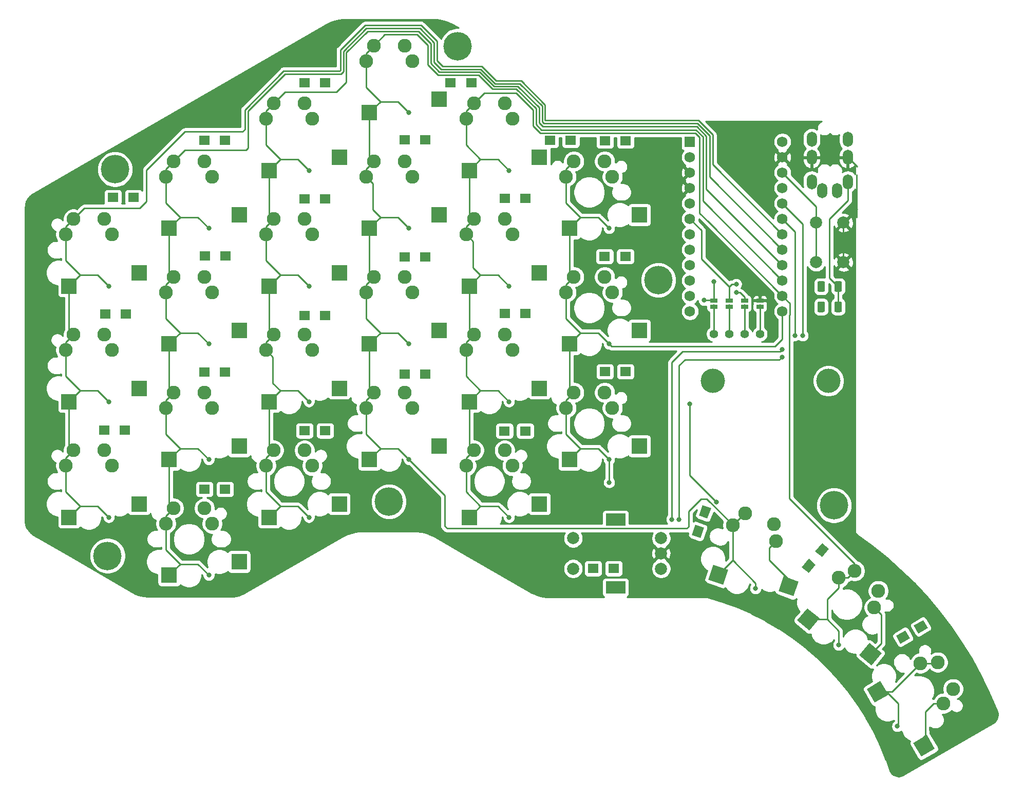
<source format=gbr>
%TF.GenerationSoftware,KiCad,Pcbnew,5.1.10-88a1d61d58~90~ubuntu20.04.1*%
%TF.CreationDate,2021-08-28T15:33:20+01:00*%
%TF.ProjectId,scrawler,73637261-776c-4657-922e-6b696361645f,rev?*%
%TF.SameCoordinates,Original*%
%TF.FileFunction,Copper,L1,Top*%
%TF.FilePolarity,Positive*%
%FSLAX46Y46*%
G04 Gerber Fmt 4.6, Leading zero omitted, Abs format (unit mm)*
G04 Created by KiCad (PCBNEW 5.1.10-88a1d61d58~90~ubuntu20.04.1) date 2021-08-28 15:33:20*
%MOMM*%
%LPD*%
G01*
G04 APERTURE LIST*
%TA.AperFunction,ComponentPad*%
%ADD10C,4.000000*%
%TD*%
%TA.AperFunction,ComponentPad*%
%ADD11O,1.700000X2.500000*%
%TD*%
%TA.AperFunction,ComponentPad*%
%ADD12C,1.752600*%
%TD*%
%TA.AperFunction,ComponentPad*%
%ADD13R,1.752600X1.752600*%
%TD*%
%TA.AperFunction,SMDPad,CuDef*%
%ADD14R,2.600000X2.600000*%
%TD*%
%TA.AperFunction,ComponentPad*%
%ADD15C,2.286000*%
%TD*%
%TA.AperFunction,SMDPad,CuDef*%
%ADD16C,0.100000*%
%TD*%
%TA.AperFunction,ComponentPad*%
%ADD17C,2.000000*%
%TD*%
%TA.AperFunction,ComponentPad*%
%ADD18R,3.200000X2.000000*%
%TD*%
%TA.AperFunction,SMDPad,CuDef*%
%ADD19R,1.143000X0.635000*%
%TD*%
%TA.AperFunction,ComponentPad*%
%ADD20C,1.397000*%
%TD*%
%TA.AperFunction,ComponentPad*%
%ADD21C,4.700000*%
%TD*%
%TA.AperFunction,ComponentPad*%
%ADD22C,0.100000*%
%TD*%
%TA.AperFunction,ComponentPad*%
%ADD23R,1.800000X1.500000*%
%TD*%
%TA.AperFunction,ViaPad*%
%ADD24C,0.800000*%
%TD*%
%TA.AperFunction,Conductor*%
%ADD25C,0.250000*%
%TD*%
%TA.AperFunction,Conductor*%
%ADD26C,0.254000*%
%TD*%
%TA.AperFunction,Conductor*%
%ADD27C,0.100000*%
%TD*%
G04 APERTURE END LIST*
D10*
%TO.P,H8,*%
%TO.N,*%
X198120000Y-97790000D03*
%TD*%
%TO.P,H7,*%
%TO.N,*%
X179070000Y-97790000D03*
%TD*%
D11*
%TO.P,J2,A*%
%TO.N,Net-(J2-PadA)*%
X197112200Y-66460800D03*
%TO.P,J2,D*%
%TO.N,VCC*%
X201312200Y-64960800D03*
%TO.P,J2,C*%
%TO.N,GND*%
X201312200Y-60960800D03*
%TO.P,J2,B*%
%TO.N,DATA*%
X201312200Y-57960800D03*
%TO.P,J2,C*%
%TO.N,GND*%
X195362200Y-60960800D03*
%TO.P,J2,B*%
%TO.N,DATA*%
X195362200Y-57960800D03*
%TO.P,J2,A*%
%TO.N,Net-(J2-PadA)*%
X199562200Y-66460800D03*
%TO.P,J2,D*%
%TO.N,VCC*%
X195362200Y-64960800D03*
%TD*%
D12*
%TO.P,U1,24*%
%TO.N,Net-(U1-Pad24)*%
X190525400Y-58381900D03*
%TO.P,U1,12*%
%TO.N,ROW4*%
X175285400Y-86321900D03*
%TO.P,U1,23*%
%TO.N,GND*%
X190525400Y-60921900D03*
%TO.P,U1,22*%
%TO.N,RESET*%
X190525400Y-63461900D03*
%TO.P,U1,21*%
%TO.N,VCC*%
X190525400Y-66001900D03*
%TO.P,U1,20*%
%TO.N,ENCA*%
X190525400Y-68541900D03*
%TO.P,U1,19*%
%TO.N,ENCB*%
X190525400Y-71081900D03*
%TO.P,U1,18*%
%TO.N,COL0*%
X190525400Y-73621900D03*
%TO.P,U1,17*%
%TO.N,COL1*%
X190525400Y-76161900D03*
%TO.P,U1,16*%
%TO.N,COL2*%
X190525400Y-78701900D03*
%TO.P,U1,15*%
%TO.N,COL3*%
X190525400Y-81241900D03*
%TO.P,U1,14*%
%TO.N,COL4*%
X190525400Y-83781900D03*
%TO.P,U1,13*%
%TO.N,COL5*%
X190525400Y-86321900D03*
%TO.P,U1,11*%
%TO.N,ROW3*%
X175285400Y-83781900D03*
%TO.P,U1,10*%
%TO.N,ROW2*%
X175285400Y-81241900D03*
%TO.P,U1,9*%
%TO.N,ROW1*%
X175285400Y-78701900D03*
%TO.P,U1,8*%
%TO.N,ROW0*%
X175285400Y-76161900D03*
%TO.P,U1,7*%
%TO.N,Net-(U1-Pad7)*%
X175285400Y-73621900D03*
%TO.P,U1,6*%
%TO.N,SCL*%
X175285400Y-71081900D03*
%TO.P,U1,5*%
%TO.N,SDA*%
X175285400Y-68541900D03*
%TO.P,U1,4*%
%TO.N,GND*%
X175285400Y-66001900D03*
%TO.P,U1,3*%
X175285400Y-63461900D03*
%TO.P,U1,2*%
%TO.N,DATA*%
X175285400Y-60921900D03*
D13*
%TO.P,U1,1*%
%TO.N,Net-(U1-Pad1)*%
X175285400Y-58381900D03*
%TD*%
D14*
%TO.P,SW9B1,1*%
%TO.N,COL2*%
X105920084Y-82150000D03*
%TO.P,SW9B1,2*%
%TO.N,Net-(D9-Pad2)*%
X117470084Y-79950000D03*
%TD*%
D15*
%TO.P,SW9,1*%
%TO.N,COL2*%
X105385084Y-73660000D03*
%TO.P,SW9,2*%
%TO.N,Net-(D9-Pad2)*%
X111735084Y-71120000D03*
%TO.P,SW9,1*%
%TO.N,COL2*%
X106655084Y-71120000D03*
%TO.P,SW9,2*%
%TO.N,Net-(D9-Pad2)*%
X113005084Y-73660000D03*
%TD*%
D14*
%TO.P,SW8B1,1*%
%TO.N,COL1*%
X89422784Y-91675000D03*
%TO.P,SW8B1,2*%
%TO.N,Net-(D8-Pad2)*%
X100972784Y-89475000D03*
%TD*%
D15*
%TO.P,SW8,1*%
%TO.N,COL1*%
X88887784Y-83185000D03*
%TO.P,SW8,2*%
%TO.N,Net-(D8-Pad2)*%
X95237784Y-80645000D03*
%TO.P,SW8,1*%
%TO.N,COL1*%
X90157784Y-80645000D03*
%TO.P,SW8,2*%
%TO.N,Net-(D8-Pad2)*%
X96507784Y-83185000D03*
%TD*%
D14*
%TO.P,SW7B1,1*%
%TO.N,COL0*%
X72925000Y-101200000D03*
%TO.P,SW7B1,2*%
%TO.N,Net-(D7-Pad2)*%
X84475000Y-99000000D03*
%TD*%
D15*
%TO.P,SW7,1*%
%TO.N,COL0*%
X72390000Y-92710000D03*
%TO.P,SW7,2*%
%TO.N,Net-(D7-Pad2)*%
X78740000Y-90170000D03*
%TO.P,SW7,1*%
%TO.N,COL0*%
X73660000Y-90170000D03*
%TO.P,SW7,2*%
%TO.N,Net-(D7-Pad2)*%
X80010000Y-92710000D03*
%TD*%
D14*
%TO.P,SW6B1,1*%
%TO.N,COL5*%
X155413920Y-72625000D03*
%TO.P,SW6B1,2*%
%TO.N,Net-(D6-Pad2)*%
X166963920Y-70425000D03*
%TD*%
D15*
%TO.P,SW6,1*%
%TO.N,COL5*%
X154878920Y-64135000D03*
%TO.P,SW6,2*%
%TO.N,Net-(D6-Pad2)*%
X161228920Y-61595000D03*
%TO.P,SW6,1*%
%TO.N,COL5*%
X156148920Y-61595000D03*
%TO.P,SW6,2*%
%TO.N,Net-(D6-Pad2)*%
X162498920Y-64135000D03*
%TD*%
D14*
%TO.P,SW5B1,1*%
%TO.N,COL4*%
X138916136Y-63100000D03*
%TO.P,SW5B1,2*%
%TO.N,Net-(D5-Pad2)*%
X150466136Y-60900000D03*
%TD*%
D15*
%TO.P,SW5,1*%
%TO.N,COL4*%
X138381136Y-54610000D03*
%TO.P,SW5,2*%
%TO.N,Net-(D5-Pad2)*%
X144731136Y-52070000D03*
%TO.P,SW5,1*%
%TO.N,COL4*%
X139651136Y-52070000D03*
%TO.P,SW5,2*%
%TO.N,Net-(D5-Pad2)*%
X146001136Y-54610000D03*
%TD*%
D14*
%TO.P,SW4B1,1*%
%TO.N,COL3*%
X122418352Y-53575000D03*
%TO.P,SW4B1,2*%
%TO.N,Net-(D4-Pad2)*%
X133968352Y-51375000D03*
%TD*%
D15*
%TO.P,SW4,1*%
%TO.N,COL3*%
X121883352Y-45085000D03*
%TO.P,SW4,2*%
%TO.N,Net-(D4-Pad2)*%
X128233352Y-42545000D03*
%TO.P,SW4,1*%
%TO.N,COL3*%
X123153352Y-42545000D03*
%TO.P,SW4,2*%
%TO.N,Net-(D4-Pad2)*%
X129503352Y-45085000D03*
%TD*%
D14*
%TO.P,SW3B1,1*%
%TO.N,COL2*%
X105920084Y-63100000D03*
%TO.P,SW3B1,2*%
%TO.N,Net-(D3-Pad2)*%
X117470084Y-60900000D03*
%TD*%
D15*
%TO.P,SW3,1*%
%TO.N,COL2*%
X105385084Y-54610000D03*
%TO.P,SW3,2*%
%TO.N,Net-(D3-Pad2)*%
X111735084Y-52070000D03*
%TO.P,SW3,1*%
%TO.N,COL2*%
X106655084Y-52070000D03*
%TO.P,SW3,2*%
%TO.N,Net-(D3-Pad2)*%
X113005084Y-54610000D03*
%TD*%
D14*
%TO.P,SW2B1,1*%
%TO.N,COL1*%
X89422784Y-72625000D03*
%TO.P,SW2B1,2*%
%TO.N,Net-(D2-Pad2)*%
X100972784Y-70425000D03*
%TD*%
D15*
%TO.P,SW2,1*%
%TO.N,COL1*%
X88887784Y-64135000D03*
%TO.P,SW2,2*%
%TO.N,Net-(D2-Pad2)*%
X95237784Y-61595000D03*
%TO.P,SW2,1*%
%TO.N,COL1*%
X90157784Y-61595000D03*
%TO.P,SW2,2*%
%TO.N,Net-(D2-Pad2)*%
X96507784Y-64135000D03*
%TD*%
%TA.AperFunction,SMDPad,CuDef*%
D16*
%TO.P,SW26B1,1*%
%TO.N,COL5*%
G36*
X204425516Y-148532334D02*
G01*
X206677182Y-147232334D01*
X207977182Y-149484000D01*
X205725516Y-150784000D01*
X204425516Y-148532334D01*
G37*
%TD.AperFunction*%
%TA.AperFunction,SMDPad,CuDef*%
%TO.P,SW26B1,2*%
%TO.N,Net-(D26-Pad2)*%
G36*
X212105772Y-157434927D02*
G01*
X214357438Y-156134927D01*
X215657438Y-158386593D01*
X213405772Y-159686593D01*
X212105772Y-157434927D01*
G37*
%TD.AperFunction*%
%TD*%
D15*
%TO.P,SW26,1*%
%TO.N,COL5*%
X213286405Y-144299843D03*
%TO.P,SW26,2*%
%TO.N,Net-(D26-Pad2)*%
X218661109Y-148529105D03*
%TO.P,SW26,1*%
%TO.N,COL5*%
X216121109Y-144129695D03*
%TO.P,SW26,2*%
%TO.N,Net-(D26-Pad2)*%
X217096405Y-150898957D03*
%TD*%
%TA.AperFunction,SMDPad,CuDef*%
D16*
%TO.P,SW25B1,1*%
%TO.N,COL4*%
G36*
X192965036Y-137233069D02*
G01*
X194636284Y-135241353D01*
X196628000Y-136912601D01*
X194956752Y-138904317D01*
X192965036Y-137233069D01*
G37*
%TD.AperFunction*%
%TA.AperFunction,SMDPad,CuDef*%
%TO.P,SW25B1,2*%
%TO.N,Net-(D25-Pad2)*%
G36*
X203226982Y-142971968D02*
G01*
X204898230Y-140980252D01*
X206889946Y-142651500D01*
X205218698Y-144643216D01*
X203226982Y-142971968D01*
G37*
%TD.AperFunction*%
%TD*%
D15*
%TO.P,SW25,1*%
%TO.N,COL4*%
X199843951Y-130225226D03*
%TO.P,SW25,2*%
%TO.N,Net-(D25-Pad2)*%
X206341014Y-132361175D03*
%TO.P,SW25,1*%
%TO.N,COL4*%
X202449508Y-129095814D03*
%TO.P,SW25,2*%
%TO.N,Net-(D25-Pad2)*%
X205681210Y-135123268D03*
%TD*%
%TA.AperFunction,SMDPad,CuDef*%
D16*
%TO.P,SW24B1,1*%
%TO.N,COL3*%
G36*
X178272960Y-130508129D02*
G01*
X179162213Y-128064928D01*
X181605414Y-128954181D01*
X180716161Y-131397382D01*
X178272960Y-130508129D01*
G37*
%TD.AperFunction*%
%TA.AperFunction,SMDPad,CuDef*%
%TO.P,SW24B1,2*%
%TO.N,Net-(D24-Pad2)*%
G36*
X189878854Y-132391138D02*
G01*
X190768107Y-129947937D01*
X193211308Y-130837190D01*
X192322055Y-133280391D01*
X189878854Y-132391138D01*
G37*
%TD.AperFunction*%
%TD*%
D15*
%TO.P,SW24,1*%
%TO.N,COL3*%
X182340202Y-121570184D03*
%TO.P,SW24,2*%
%TO.N,Net-(D24-Pad2)*%
X189175982Y-121355193D03*
%TO.P,SW24,1*%
%TO.N,COL3*%
X184402343Y-119617730D03*
%TO.P,SW24,2*%
%TO.N,Net-(D24-Pad2)*%
X189500660Y-124176377D03*
%TD*%
D14*
%TO.P,SW22B1,1*%
%TO.N,COL4*%
X138916136Y-120250000D03*
%TO.P,SW22B1,2*%
%TO.N,Net-(D22-Pad2)*%
X150466136Y-118050000D03*
%TD*%
D15*
%TO.P,SW22,1*%
%TO.N,COL4*%
X138381136Y-111760000D03*
%TO.P,SW22,2*%
%TO.N,Net-(D22-Pad2)*%
X144731136Y-109220000D03*
%TO.P,SW22,1*%
%TO.N,COL4*%
X139651136Y-109220000D03*
%TO.P,SW22,2*%
%TO.N,Net-(D22-Pad2)*%
X146001136Y-111760000D03*
%TD*%
D14*
%TO.P,SW21B1,1*%
%TO.N,COL3*%
X122418352Y-110725000D03*
%TO.P,SW21B1,2*%
%TO.N,Net-(D21-Pad2)*%
X133968352Y-108525000D03*
%TD*%
D15*
%TO.P,SW21,1*%
%TO.N,COL3*%
X121883352Y-102235000D03*
%TO.P,SW21,2*%
%TO.N,Net-(D21-Pad2)*%
X128233352Y-99695000D03*
%TO.P,SW21,1*%
%TO.N,COL3*%
X123153352Y-99695000D03*
%TO.P,SW21,2*%
%TO.N,Net-(D21-Pad2)*%
X129503352Y-102235000D03*
%TD*%
D14*
%TO.P,SW20B1,1*%
%TO.N,COL2*%
X105920084Y-120250000D03*
%TO.P,SW20B1,2*%
%TO.N,Net-(D20-Pad2)*%
X117470084Y-118050000D03*
%TD*%
D15*
%TO.P,SW20,1*%
%TO.N,COL2*%
X105385084Y-111760000D03*
%TO.P,SW20,2*%
%TO.N,Net-(D20-Pad2)*%
X111735084Y-109220000D03*
%TO.P,SW20,1*%
%TO.N,COL2*%
X106655084Y-109220000D03*
%TO.P,SW20,2*%
%TO.N,Net-(D20-Pad2)*%
X113005084Y-111760000D03*
%TD*%
D14*
%TO.P,SW1B1,1*%
%TO.N,COL0*%
X72925000Y-82150000D03*
%TO.P,SW1B1,2*%
%TO.N,Net-(D1-Pad2)*%
X84475000Y-79950000D03*
%TD*%
D15*
%TO.P,SW1,1*%
%TO.N,COL0*%
X72390000Y-73660000D03*
%TO.P,SW1,2*%
%TO.N,Net-(D1-Pad2)*%
X78740000Y-71120000D03*
%TO.P,SW1,1*%
%TO.N,COL0*%
X73660000Y-71120000D03*
%TO.P,SW1,2*%
%TO.N,Net-(D1-Pad2)*%
X80010000Y-73660000D03*
%TD*%
D14*
%TO.P,SW19B1,1*%
%TO.N,COL1*%
X89422784Y-129775000D03*
%TO.P,SW19B1,2*%
%TO.N,Net-(D19-Pad2)*%
X100972784Y-127575000D03*
%TD*%
D15*
%TO.P,SW19,1*%
%TO.N,COL1*%
X88887784Y-121285000D03*
%TO.P,SW19,2*%
%TO.N,Net-(D19-Pad2)*%
X95237784Y-118745000D03*
%TO.P,SW19,1*%
%TO.N,COL1*%
X90157784Y-118745000D03*
%TO.P,SW19,2*%
%TO.N,Net-(D19-Pad2)*%
X96507784Y-121285000D03*
%TD*%
D14*
%TO.P,SW18B1,1*%
%TO.N,COL5*%
X155413920Y-110725000D03*
%TO.P,SW18B1,2*%
%TO.N,Net-(D18-Pad2)*%
X166963920Y-108525000D03*
%TD*%
D15*
%TO.P,SW18,1*%
%TO.N,COL5*%
X154878920Y-102235000D03*
%TO.P,SW18,2*%
%TO.N,Net-(D18-Pad2)*%
X161228920Y-99695000D03*
%TO.P,SW18,1*%
%TO.N,COL5*%
X156148920Y-99695000D03*
%TO.P,SW18,2*%
%TO.N,Net-(D18-Pad2)*%
X162498920Y-102235000D03*
%TD*%
D14*
%TO.P,SW17B1,1*%
%TO.N,COL4*%
X138916136Y-101200000D03*
%TO.P,SW17B1,2*%
%TO.N,Net-(D17-Pad2)*%
X150466136Y-99000000D03*
%TD*%
D15*
%TO.P,SW17,1*%
%TO.N,COL4*%
X138381136Y-92710000D03*
%TO.P,SW17,2*%
%TO.N,Net-(D17-Pad2)*%
X144731136Y-90170000D03*
%TO.P,SW17,1*%
%TO.N,COL4*%
X139651136Y-90170000D03*
%TO.P,SW17,2*%
%TO.N,Net-(D17-Pad2)*%
X146001136Y-92710000D03*
%TD*%
D14*
%TO.P,SW16B1,1*%
%TO.N,COL3*%
X122418352Y-91675000D03*
%TO.P,SW16B1,2*%
%TO.N,Net-(D16-Pad2)*%
X133968352Y-89475000D03*
%TD*%
D15*
%TO.P,SW16,1*%
%TO.N,COL3*%
X121883352Y-83185000D03*
%TO.P,SW16,2*%
%TO.N,Net-(D16-Pad2)*%
X128233352Y-80645000D03*
%TO.P,SW16,1*%
%TO.N,COL3*%
X123153352Y-80645000D03*
%TO.P,SW16,2*%
%TO.N,Net-(D16-Pad2)*%
X129503352Y-83185000D03*
%TD*%
D14*
%TO.P,SW15B1,1*%
%TO.N,COL2*%
X105920084Y-101200000D03*
%TO.P,SW15B1,2*%
%TO.N,Net-(D15-Pad2)*%
X117470084Y-99000000D03*
%TD*%
D15*
%TO.P,SW15,1*%
%TO.N,COL2*%
X105385084Y-92710000D03*
%TO.P,SW15,2*%
%TO.N,Net-(D15-Pad2)*%
X111735084Y-90170000D03*
%TO.P,SW15,1*%
%TO.N,COL2*%
X106655084Y-90170000D03*
%TO.P,SW15,2*%
%TO.N,Net-(D15-Pad2)*%
X113005084Y-92710000D03*
%TD*%
D14*
%TO.P,SW14B1,1*%
%TO.N,COL1*%
X89422784Y-110725000D03*
%TO.P,SW14B1,2*%
%TO.N,Net-(D14-Pad2)*%
X100972784Y-108525000D03*
%TD*%
D15*
%TO.P,SW14,1*%
%TO.N,COL1*%
X88887784Y-102235000D03*
%TO.P,SW14,2*%
%TO.N,Net-(D14-Pad2)*%
X95237784Y-99695000D03*
%TO.P,SW14,1*%
%TO.N,COL1*%
X90157784Y-99695000D03*
%TO.P,SW14,2*%
%TO.N,Net-(D14-Pad2)*%
X96507784Y-102235000D03*
%TD*%
D14*
%TO.P,SW13B1,1*%
%TO.N,COL0*%
X72925000Y-120250000D03*
%TO.P,SW13B1,2*%
%TO.N,Net-(D13-Pad2)*%
X84475000Y-118050000D03*
%TD*%
D15*
%TO.P,SW13,1*%
%TO.N,COL0*%
X72390000Y-111760000D03*
%TO.P,SW13,2*%
%TO.N,Net-(D13-Pad2)*%
X78740000Y-109220000D03*
%TO.P,SW13,1*%
%TO.N,COL0*%
X73660000Y-109220000D03*
%TO.P,SW13,2*%
%TO.N,Net-(D13-Pad2)*%
X80010000Y-111760000D03*
%TD*%
D14*
%TO.P,SW12B1,1*%
%TO.N,COL5*%
X155413920Y-91675000D03*
%TO.P,SW12B1,2*%
%TO.N,Net-(D12-Pad2)*%
X166963920Y-89475000D03*
%TD*%
D15*
%TO.P,SW12,1*%
%TO.N,COL5*%
X154878920Y-83185000D03*
%TO.P,SW12,2*%
%TO.N,Net-(D12-Pad2)*%
X161228920Y-80645000D03*
%TO.P,SW12,1*%
%TO.N,COL5*%
X156148920Y-80645000D03*
%TO.P,SW12,2*%
%TO.N,Net-(D12-Pad2)*%
X162498920Y-83185000D03*
%TD*%
D14*
%TO.P,SW11B1,1*%
%TO.N,COL4*%
X138916136Y-82150000D03*
%TO.P,SW11B1,2*%
%TO.N,Net-(D11-Pad2)*%
X150466136Y-79950000D03*
%TD*%
D15*
%TO.P,SW11,1*%
%TO.N,COL4*%
X138381136Y-73660000D03*
%TO.P,SW11,2*%
%TO.N,Net-(D11-Pad2)*%
X144731136Y-71120000D03*
%TO.P,SW11,1*%
%TO.N,COL4*%
X139651136Y-71120000D03*
%TO.P,SW11,2*%
%TO.N,Net-(D11-Pad2)*%
X146001136Y-73660000D03*
%TD*%
D14*
%TO.P,SW10B1,1*%
%TO.N,COL3*%
X122418352Y-72625000D03*
%TO.P,SW10B1,2*%
%TO.N,Net-(D10-Pad2)*%
X133968352Y-70425000D03*
%TD*%
D15*
%TO.P,SW10,1*%
%TO.N,COL3*%
X121883352Y-64135000D03*
%TO.P,SW10,2*%
%TO.N,Net-(D10-Pad2)*%
X128233352Y-61595000D03*
%TO.P,SW10,1*%
%TO.N,COL3*%
X123153352Y-61595000D03*
%TO.P,SW10,2*%
%TO.N,Net-(D10-Pad2)*%
X129503352Y-64135000D03*
%TD*%
D17*
%TO.P,ROT_ENC,S1*%
%TO.N,COL2*%
X156029900Y-123712600D03*
%TO.P,ROT_ENC,S2*%
%TO.N,SW23B*%
X156029900Y-128712600D03*
D18*
%TO.P,ROT_ENC,MP*%
%TO.N,N/C*%
X163029900Y-120612600D03*
X163029900Y-131812600D03*
D17*
%TO.P,ROT_ENC,B*%
%TO.N,ENCB*%
X170529900Y-123712600D03*
%TO.P,ROT_ENC,C*%
%TO.N,GND*%
X170529900Y-126212600D03*
%TO.P,ROT_ENC,A*%
%TO.N,ENCA*%
X170529900Y-128712600D03*
%TD*%
%TO.P,RSW1,2*%
%TO.N,RESET*%
X196096500Y-71716900D03*
%TO.P,RSW1,1*%
%TO.N,GND*%
X200596500Y-71716900D03*
%TO.P,RSW1,2*%
%TO.N,RESET*%
X196096500Y-78216900D03*
%TO.P,RSW1,1*%
%TO.N,GND*%
X200596500Y-78216900D03*
%TD*%
%TO.P,R2,2*%
%TO.N,SCL*%
%TA.AperFunction,ComponentPad*%
G36*
G01*
X197538500Y-84960300D02*
X197538500Y-86210300D01*
G75*
G02*
X197288500Y-86460300I-250000J0D01*
G01*
X196538500Y-86460300D01*
G75*
G02*
X196288500Y-86210300I0J250000D01*
G01*
X196288500Y-84960300D01*
G75*
G02*
X196538500Y-84710300I250000J0D01*
G01*
X197288500Y-84710300D01*
G75*
G02*
X197538500Y-84960300I0J-250000D01*
G01*
G37*
%TD.AperFunction*%
%TO.P,R2,1*%
%TO.N,VCC*%
%TA.AperFunction,ComponentPad*%
G36*
G01*
X200338500Y-84960300D02*
X200338500Y-86210300D01*
G75*
G02*
X200088500Y-86460300I-250000J0D01*
G01*
X199338500Y-86460300D01*
G75*
G02*
X199088500Y-86210300I0J250000D01*
G01*
X199088500Y-84960300D01*
G75*
G02*
X199338500Y-84710300I250000J0D01*
G01*
X200088500Y-84710300D01*
G75*
G02*
X200338500Y-84960300I0J-250000D01*
G01*
G37*
%TD.AperFunction*%
%TD*%
%TO.P,R1,2*%
%TO.N,SDA*%
%TA.AperFunction,ComponentPad*%
G36*
G01*
X197548200Y-81607500D02*
X197548200Y-82857500D01*
G75*
G02*
X197298200Y-83107500I-250000J0D01*
G01*
X196548200Y-83107500D01*
G75*
G02*
X196298200Y-82857500I0J250000D01*
G01*
X196298200Y-81607500D01*
G75*
G02*
X196548200Y-81357500I250000J0D01*
G01*
X197298200Y-81357500D01*
G75*
G02*
X197548200Y-81607500I0J-250000D01*
G01*
G37*
%TD.AperFunction*%
%TO.P,R1,1*%
%TO.N,VCC*%
%TA.AperFunction,ComponentPad*%
G36*
G01*
X200348200Y-81607500D02*
X200348200Y-82857500D01*
G75*
G02*
X200098200Y-83107500I-250000J0D01*
G01*
X199348200Y-83107500D01*
G75*
G02*
X199098200Y-82857500I0J250000D01*
G01*
X199098200Y-81607500D01*
G75*
G02*
X199348200Y-81357500I250000J0D01*
G01*
X200098200Y-81357500D01*
G75*
G02*
X200348200Y-81607500I0J-250000D01*
G01*
G37*
%TD.AperFunction*%
%TD*%
D19*
%TO.P,JP4,2*%
%TO.N,SDA*%
X179204620Y-84551520D03*
%TO.P,JP4,1*%
%TO.N,Net-(J3-Pad1)*%
X179204620Y-85552280D03*
%TD*%
%TO.P,JP3,2*%
%TO.N,SCL*%
X181744620Y-84551520D03*
%TO.P,JP3,1*%
%TO.N,Net-(J3-Pad2)*%
X181744620Y-85552280D03*
%TD*%
%TO.P,JP2,2*%
%TO.N,VCC*%
X184284620Y-84551520D03*
%TO.P,JP2,1*%
%TO.N,Net-(J3-Pad3)*%
X184284620Y-85552280D03*
%TD*%
%TO.P,JP1,2*%
%TO.N,GND*%
X186824620Y-84551520D03*
%TO.P,JP1,1*%
%TO.N,Net-(J3-Pad4)*%
X186824620Y-85552280D03*
%TD*%
D20*
%TO.P,OLED,4*%
%TO.N,Net-(J3-Pad4)*%
X186824620Y-90051890D03*
%TO.P,OLED,3*%
%TO.N,Net-(J3-Pad3)*%
X184284620Y-90051890D03*
%TO.P,OLED,2*%
%TO.N,Net-(J3-Pad2)*%
X181744620Y-90051890D03*
%TO.P,OLED,1*%
%TO.N,Net-(J3-Pad1)*%
X179204620Y-90051890D03*
%TD*%
D21*
%TO.P,H6,*%
%TO.N,*%
X136994900Y-42608500D03*
%TD*%
%TO.P,H5,*%
%TO.N,*%
X170065700Y-81165700D03*
%TD*%
%TO.P,H4,*%
%TO.N,*%
X199034400Y-118275100D03*
%TD*%
%TO.P,H3,*%
%TO.N,*%
X125653800Y-117652800D03*
%TD*%
%TO.P,H2,*%
%TO.N,*%
X79260700Y-126593600D03*
%TD*%
%TO.P,H1,*%
%TO.N,*%
X80505300Y-62903100D03*
%TD*%
%TA.AperFunction,ComponentPad*%
D22*
%TO.P,D26,2*%
%TO.N,Net-(D26-Pad2)*%
G36*
X210806280Y-138878981D02*
G01*
X211556280Y-140178019D01*
X209997434Y-141078019D01*
X209247434Y-139778981D01*
X210806280Y-138878981D01*
G37*
%TD.AperFunction*%
%TA.AperFunction,ComponentPad*%
%TO.P,D26,1*%
%TO.N,ROW4*%
G36*
X213750766Y-137178981D02*
G01*
X214500766Y-138478019D01*
X212941920Y-139378019D01*
X212191920Y-138078981D01*
X213750766Y-137178981D01*
G37*
%TD.AperFunction*%
%TD*%
%TA.AperFunction,ComponentPad*%
%TO.P,D25,2*%
%TO.N,Net-(D25-Pad2)*%
G36*
X194884937Y-127092645D02*
G01*
X196034003Y-128056827D01*
X194876985Y-129435707D01*
X193727919Y-128471525D01*
X194884937Y-127092645D01*
G37*
%TD.AperFunction*%
%TA.AperFunction,ComponentPad*%
%TO.P,D25,1*%
%TO.N,ROW4*%
G36*
X197070415Y-124488093D02*
G01*
X198219481Y-125452275D01*
X197062463Y-126831155D01*
X195913397Y-125866973D01*
X197070415Y-124488093D01*
G37*
%TD.AperFunction*%
%TD*%
%TA.AperFunction,ComponentPad*%
%TO.P,D24,2*%
%TO.N,Net-(D24-Pad2)*%
G36*
X176199315Y-121437339D02*
G01*
X177608854Y-121950369D01*
X176993217Y-123641815D01*
X175583678Y-123128785D01*
X176199315Y-121437339D01*
G37*
%TD.AperFunction*%
%TA.AperFunction,ComponentPad*%
%TO.P,D24,1*%
%TO.N,ROW4*%
G36*
X177362183Y-118242385D02*
G01*
X178771722Y-118755415D01*
X178156085Y-120446861D01*
X176746546Y-119933831D01*
X177362183Y-118242385D01*
G37*
%TD.AperFunction*%
%TD*%
D23*
%TO.P,D23,2*%
%TO.N,SW23B*%
X159310600Y-128689100D03*
%TO.P,D23,1*%
%TO.N,ROW4*%
X162710600Y-128689100D03*
%TD*%
%TO.P,D22,2*%
%TO.N,Net-(D22-Pad2)*%
X144720100Y-106019600D03*
%TO.P,D22,1*%
%TO.N,ROW3*%
X148120100Y-106019600D03*
%TD*%
%TO.P,D21,2*%
%TO.N,Net-(D21-Pad2)*%
X128233700Y-96621600D03*
%TO.P,D21,1*%
%TO.N,ROW3*%
X131633700Y-96621600D03*
%TD*%
%TO.P,D20,2*%
%TO.N,Net-(D20-Pad2)*%
X111749100Y-105994200D03*
%TO.P,D20,1*%
%TO.N,ROW3*%
X115149100Y-105994200D03*
%TD*%
%TO.P,D19,2*%
%TO.N,Net-(D19-Pad2)*%
X95251800Y-115633500D03*
%TO.P,D19,1*%
%TO.N,ROW3*%
X98651800Y-115633500D03*
%TD*%
%TO.P,D18,2*%
%TO.N,Net-(D18-Pad2)*%
X161255500Y-96240600D03*
%TO.P,D18,1*%
%TO.N,ROW2*%
X164655500Y-96240600D03*
%TD*%
%TO.P,D17,2*%
%TO.N,Net-(D17-Pad2)*%
X144745500Y-86664800D03*
%TO.P,D17,1*%
%TO.N,ROW2*%
X148145500Y-86664800D03*
%TD*%
%TO.P,D16,2*%
%TO.N,Net-(D16-Pad2)*%
X128221000Y-77343000D03*
%TO.P,D16,1*%
%TO.N,ROW2*%
X131621000Y-77343000D03*
%TD*%
%TO.P,D15,2*%
%TO.N,Net-(D15-Pad2)*%
X111712800Y-87045800D03*
%TO.P,D15,1*%
%TO.N,ROW2*%
X115112800Y-87045800D03*
%TD*%
%TO.P,D14,2*%
%TO.N,Net-(D14-Pad2)*%
X95240900Y-96354900D03*
%TO.P,D14,1*%
%TO.N,ROW2*%
X98640900Y-96354900D03*
%TD*%
%TO.P,D13,2*%
%TO.N,Net-(D13-Pad2)*%
X78740000Y-105918000D03*
%TO.P,D13,1*%
%TO.N,ROW2*%
X82140000Y-105918000D03*
%TD*%
%TO.P,D12,2*%
%TO.N,Net-(D12-Pad2)*%
X161228300Y-77279500D03*
%TO.P,D12,1*%
%TO.N,ROW1*%
X164628300Y-77279500D03*
%TD*%
%TO.P,D11,2*%
%TO.N,Net-(D11-Pad2)*%
X144731000Y-67665600D03*
%TO.P,D11,1*%
%TO.N,ROW1*%
X148131000Y-67665600D03*
%TD*%
%TO.P,D10,2*%
%TO.N,Net-(D10-Pad2)*%
X128221000Y-58089800D03*
%TO.P,D10,1*%
%TO.N,ROW1*%
X131621000Y-58089800D03*
%TD*%
%TO.P,D9,2*%
%TO.N,Net-(D9-Pad2)*%
X111711000Y-67767200D03*
%TO.P,D9,1*%
%TO.N,ROW1*%
X115111000Y-67767200D03*
%TD*%
%TO.P,D8,2*%
%TO.N,Net-(D8-Pad2)*%
X95289900Y-77203300D03*
%TO.P,D8,1*%
%TO.N,ROW1*%
X98689900Y-77203300D03*
%TD*%
%TO.P,D7,2*%
%TO.N,Net-(D7-Pad2)*%
X78881500Y-86766400D03*
%TO.P,D7,1*%
%TO.N,ROW1*%
X82281500Y-86766400D03*
%TD*%
%TO.P,D6,2*%
%TO.N,Net-(D6-Pad2)*%
X161279100Y-58204100D03*
%TO.P,D6,1*%
%TO.N,ROW0*%
X164679100Y-58204100D03*
%TD*%
%TO.P,D5,2*%
%TO.N,Net-(D5-Pad2)*%
X152236700Y-58115200D03*
%TO.P,D5,1*%
%TO.N,ROW0*%
X155636700Y-58115200D03*
%TD*%
%TO.P,D4,2*%
%TO.N,Net-(D4-Pad2)*%
X135828300Y-48653700D03*
%TO.P,D4,1*%
%TO.N,ROW0*%
X139228300Y-48653700D03*
%TD*%
%TO.P,D3,2*%
%TO.N,Net-(D3-Pad2)*%
X111774500Y-48679100D03*
%TO.P,D3,1*%
%TO.N,ROW0*%
X115174500Y-48679100D03*
%TD*%
%TO.P,D2,2*%
%TO.N,Net-(D2-Pad2)*%
X95251800Y-58166000D03*
%TO.P,D2,1*%
%TO.N,ROW0*%
X98651800Y-58166000D03*
%TD*%
%TO.P,D1,2*%
%TO.N,Net-(D1-Pad2)*%
X80149700Y-67551300D03*
%TO.P,D1,1*%
%TO.N,ROW0*%
X83549700Y-67551300D03*
%TD*%
D24*
%TO.N,Net-(D1-Pad2)*%
X84475000Y-79950000D03*
%TO.N,Net-(D2-Pad2)*%
X100972784Y-70425000D03*
%TO.N,Net-(D3-Pad2)*%
X117470084Y-60900000D03*
%TO.N,Net-(D4-Pad2)*%
X133968352Y-51375000D03*
%TO.N,Net-(D5-Pad2)*%
X150466136Y-60900000D03*
%TO.N,Net-(D6-Pad2)*%
X166963920Y-70425000D03*
%TO.N,Net-(D7-Pad2)*%
X84475000Y-99000000D03*
%TO.N,Net-(D8-Pad2)*%
X100972784Y-89475000D03*
%TO.N,Net-(D9-Pad2)*%
X117470084Y-79950000D03*
%TO.N,Net-(D10-Pad2)*%
X133968352Y-70425000D03*
%TO.N,Net-(D11-Pad2)*%
X150466136Y-79950000D03*
%TO.N,Net-(D12-Pad2)*%
X166963920Y-89475000D03*
%TO.N,Net-(D13-Pad2)*%
X84475000Y-118050000D03*
%TO.N,Net-(D14-Pad2)*%
X100972784Y-108525000D03*
%TO.N,Net-(D15-Pad2)*%
X117470084Y-99000000D03*
%TO.N,Net-(D16-Pad2)*%
X133968352Y-89475000D03*
%TO.N,Net-(D17-Pad2)*%
X150466136Y-99000000D03*
%TO.N,Net-(D18-Pad2)*%
X166963920Y-108525000D03*
%TO.N,Net-(D19-Pad2)*%
X100972784Y-127575000D03*
%TO.N,Net-(D20-Pad2)*%
X117470084Y-118050000D03*
%TO.N,Net-(D21-Pad2)*%
X133968352Y-108525000D03*
%TO.N,Net-(D22-Pad2)*%
X150466136Y-118050000D03*
%TO.N,ROW4*%
X179621702Y-117755500D03*
X175247300Y-101561900D03*
%TO.N,Net-(J3-Pad4)*%
X186824620Y-85552280D03*
%TO.N,Net-(J3-Pad3)*%
X184284620Y-85552280D03*
%TO.N,Net-(J3-Pad2)*%
X181744620Y-85552280D03*
%TO.N,Net-(J3-Pad1)*%
X179204620Y-85552280D03*
%TO.N,GND*%
X182930800Y-80289400D03*
X170789600Y-120942100D03*
X170789600Y-94678500D03*
X174002700Y-90170000D03*
X177634900Y-86804500D03*
%TO.N,VCC*%
X182918100Y-83235800D03*
%TO.N,SCL*%
X182918100Y-81826100D03*
%TO.N,SDA*%
X177634900Y-84480400D03*
X179222400Y-81407000D03*
%TO.N,COL3*%
X128968352Y-53575000D03*
X128968352Y-72625000D03*
X128968352Y-91675000D03*
X128968352Y-110725000D03*
X186094173Y-131971387D03*
%TO.N,ENCB*%
X172275500Y-120586500D03*
X192620900Y-90271600D03*
X190525400Y-92557600D03*
%TO.N,ENCA*%
X173507400Y-120611900D03*
X193890900Y-90335100D03*
X190474600Y-93865700D03*
%TO.N,COL4*%
X145466136Y-120250000D03*
X145466136Y-101200000D03*
X145466136Y-82150000D03*
X145466136Y-63100000D03*
X199814109Y-141283094D03*
%TO.N,COL5*%
X161963920Y-72625000D03*
X161963920Y-91675000D03*
X161963920Y-110725000D03*
X209476349Y-154680633D03*
X161963100Y-114503200D03*
%TO.N,COL0*%
X79475000Y-82150000D03*
X79475000Y-101200000D03*
X79475000Y-120250000D03*
%TO.N,COL1*%
X95972784Y-72625000D03*
X95972784Y-91675000D03*
X95972784Y-110725000D03*
X95972784Y-129775000D03*
%TO.N,COL2*%
X112470084Y-120250000D03*
X112470084Y-101200000D03*
X112470084Y-82150000D03*
X112470084Y-63100000D03*
%TD*%
D25*
%TO.N,ROW4*%
X179621702Y-117755500D02*
X175234600Y-113368398D01*
X175234600Y-101574600D02*
X175247300Y-101561900D01*
X175234600Y-113368398D02*
X175234600Y-101574600D01*
%TO.N,Net-(D24-Pad2)*%
X191545081Y-130457638D02*
X191545081Y-131614164D01*
X188357661Y-127270218D02*
X191545081Y-130457638D01*
X188357661Y-125319376D02*
X188357661Y-127270218D01*
X189500660Y-124176377D02*
X188357661Y-125319376D01*
%TO.N,Net-(D25-Pad2)*%
X206824209Y-141045989D02*
X205058464Y-142811734D01*
X206824209Y-136266267D02*
X206824209Y-141045989D01*
X205681210Y-135123268D02*
X206824209Y-136266267D01*
%TO.N,Net-(J3-Pad4)*%
X186824620Y-90051890D02*
X186824620Y-85552280D01*
%TO.N,Net-(J3-Pad3)*%
X184284620Y-90051890D02*
X184284620Y-85552280D01*
%TO.N,Net-(J3-Pad2)*%
X181744620Y-90051890D02*
X181744620Y-85552280D01*
%TO.N,Net-(J3-Pad1)*%
X179204620Y-90051890D02*
X179204620Y-85552280D01*
%TO.N,GND*%
X200596500Y-78216900D02*
X200596500Y-71716900D01*
X201312200Y-60960800D02*
X202819000Y-62467600D01*
X202819000Y-69494400D02*
X200596500Y-71716900D01*
X202793600Y-63775700D02*
X202793600Y-70802500D01*
X186824620Y-84551520D02*
X186824620Y-83192620D01*
X183921400Y-80289400D02*
X182930800Y-80289400D01*
X186824620Y-83192620D02*
X183921400Y-80289400D01*
X170789600Y-120942100D02*
X170789600Y-94678500D01*
X177368200Y-86804500D02*
X177634900Y-86804500D01*
X174002700Y-90170000D02*
X177368200Y-86804500D01*
%TO.N,VCC*%
X184284620Y-84551520D02*
X184284620Y-83954620D01*
X183565800Y-83235800D02*
X182918100Y-83235800D01*
X184284620Y-83954620D02*
X183565800Y-83235800D01*
X199713500Y-82242200D02*
X199723200Y-82232500D01*
X199713500Y-85585300D02*
X199713500Y-82242200D01*
X199723200Y-82232500D02*
X198310500Y-80819800D01*
X198310500Y-80819800D02*
X198310500Y-71081900D01*
X201312200Y-68080200D02*
X201312200Y-64960800D01*
X198310500Y-71081900D02*
X201312200Y-68080200D01*
%TO.N,SCL*%
X182918100Y-81826100D02*
X182194200Y-81826100D01*
X181744620Y-82275680D02*
X181744620Y-84551520D01*
X182194200Y-81826100D02*
X181744620Y-82275680D01*
X175285400Y-71081900D02*
X177177700Y-72974200D01*
X177177700Y-77708760D02*
X181744620Y-82275680D01*
X177177700Y-72974200D02*
X177177700Y-77708760D01*
%TO.N,SDA*%
X179133500Y-84480400D02*
X179204620Y-84551520D01*
X177634900Y-84480400D02*
X179133500Y-84480400D01*
X179222400Y-84533740D02*
X179204620Y-84551520D01*
X179222400Y-81407000D02*
X179222400Y-84533740D01*
%TO.N,RESET*%
X196096500Y-78216900D02*
X196096500Y-71716900D01*
X196096500Y-69033000D02*
X190525400Y-63461900D01*
X196096500Y-71716900D02*
X196096500Y-69033000D01*
%TO.N,COL3*%
X127143351Y-51749999D02*
X128968352Y-53575000D01*
X124243353Y-51749999D02*
X127143351Y-51749999D01*
X122418352Y-53575000D02*
X124243353Y-51749999D01*
X127143351Y-70799999D02*
X128968352Y-72625000D01*
X124243353Y-70799999D02*
X127143351Y-70799999D01*
X122418352Y-72625000D02*
X124243353Y-70799999D01*
X127143351Y-89849999D02*
X128968352Y-91675000D01*
X124243353Y-89849999D02*
X127143351Y-89849999D01*
X122418352Y-91675000D02*
X124243353Y-89849999D01*
X127143351Y-108899999D02*
X128968352Y-110725000D01*
X124243353Y-108899999D02*
X127143351Y-108899999D01*
X122418352Y-110725000D02*
X124243353Y-108899999D01*
X121883352Y-43815000D02*
X121883352Y-45085000D01*
X123153352Y-42545000D02*
X121883352Y-43815000D01*
X121883352Y-49389998D02*
X124243353Y-51749999D01*
X121883352Y-45085000D02*
X121883352Y-49389998D01*
X122418352Y-60860000D02*
X123153352Y-61595000D01*
X122418352Y-53575000D02*
X122418352Y-60860000D01*
X121883352Y-62865000D02*
X121883352Y-64135000D01*
X123153352Y-61595000D02*
X121883352Y-62865000D01*
X123026351Y-69582997D02*
X124243353Y-70799999D01*
X123026351Y-65277999D02*
X123026351Y-69582997D01*
X121883352Y-64135000D02*
X123026351Y-65277999D01*
X122418352Y-79910000D02*
X123153352Y-80645000D01*
X122418352Y-72625000D02*
X122418352Y-79910000D01*
X121883352Y-81915000D02*
X121883352Y-83185000D01*
X123153352Y-80645000D02*
X121883352Y-81915000D01*
X121883352Y-87489998D02*
X124243353Y-89849999D01*
X121883352Y-83185000D02*
X121883352Y-87489998D01*
X122418352Y-98960000D02*
X123153352Y-99695000D01*
X122418352Y-91675000D02*
X122418352Y-98960000D01*
X121883352Y-100965000D02*
X121883352Y-102235000D01*
X123153352Y-99695000D02*
X121883352Y-100965000D01*
X121883352Y-106539998D02*
X124243353Y-108899999D01*
X121883352Y-102235000D02*
X121883352Y-106539998D01*
X182340202Y-127330140D02*
X182340202Y-121570184D01*
X179939187Y-129731155D02*
X182340202Y-127330140D01*
X184292656Y-119617730D02*
X184402343Y-119617730D01*
X182340202Y-121570184D02*
X184292656Y-119617730D01*
X186094173Y-131084111D02*
X186094173Y-131971387D01*
X182340202Y-127330140D02*
X186094173Y-131084111D01*
X178049197Y-117208300D02*
X182340202Y-121499305D01*
X175044100Y-119291100D02*
X177126900Y-117208300D01*
X175044100Y-121805700D02*
X175044100Y-119291100D01*
X177126900Y-117208300D02*
X178049197Y-117208300D01*
X135244901Y-122075001D02*
X174774799Y-122075001D01*
X182340202Y-121499305D02*
X182340202Y-121570184D01*
X174774799Y-122075001D02*
X175044100Y-121805700D01*
X134886700Y-121716800D02*
X135244901Y-122075001D01*
X128968352Y-110731152D02*
X134886700Y-116649500D01*
X134886700Y-116649500D02*
X134886700Y-121716800D01*
X128968352Y-110725000D02*
X128968352Y-110731152D01*
X177419000Y-68135500D02*
X190525400Y-81241900D01*
X177419000Y-57541488D02*
X177419000Y-68135500D01*
X130314700Y-40728900D02*
X132080000Y-42494200D01*
X142773400Y-49695100D02*
X146672300Y-49695100D01*
X132080000Y-42494200D02*
X132080000Y-45681900D01*
X132080000Y-45681900D02*
X133743700Y-47345600D01*
X146672300Y-49695100D02*
X149898100Y-52920900D01*
X123153352Y-42545000D02*
X124969452Y-40728900D01*
X149898100Y-55524400D02*
X150799800Y-56426100D01*
X150799800Y-56426100D02*
X176303612Y-56426100D01*
X133743700Y-47345600D02*
X140423900Y-47345600D01*
X140423900Y-47345600D02*
X142773400Y-49695100D01*
X149898100Y-52920900D02*
X149898100Y-55524400D01*
X124969452Y-40728900D02*
X130314700Y-40728900D01*
X176303612Y-56426100D02*
X177419000Y-57541488D01*
%TO.N,ENCB*%
X192620900Y-73177400D02*
X190525400Y-71081900D01*
X192620900Y-90271600D02*
X192620900Y-73177400D01*
X172275500Y-95745300D02*
X172275500Y-120586500D01*
X172275500Y-94754700D02*
X172275500Y-95745300D01*
X174072601Y-92957599D02*
X172275500Y-94754700D01*
X190125401Y-92957599D02*
X174072601Y-92957599D01*
X190525400Y-92557600D02*
X190125401Y-92957599D01*
%TO.N,ENCA*%
X193890900Y-71907400D02*
X190525400Y-68541900D01*
X193890900Y-90335100D02*
X193890900Y-71907400D01*
X190019080Y-94321220D02*
X190474600Y-93865700D01*
X174448880Y-94321220D02*
X190019080Y-94321220D01*
X173507400Y-95262700D02*
X174448880Y-94321220D01*
X173507400Y-120611900D02*
X173507400Y-95262700D01*
%TO.N,COL4*%
X143641135Y-118424999D02*
X145466136Y-120250000D01*
X140741137Y-118424999D02*
X143641135Y-118424999D01*
X138916136Y-120250000D02*
X140741137Y-118424999D01*
X143641135Y-99374999D02*
X145466136Y-101200000D01*
X140741137Y-99374999D02*
X143641135Y-99374999D01*
X138916136Y-101200000D02*
X140741137Y-99374999D01*
X143641135Y-80324999D02*
X145466136Y-82150000D01*
X140741137Y-80324999D02*
X143641135Y-80324999D01*
X138916136Y-82150000D02*
X140741137Y-80324999D01*
X143641135Y-61274999D02*
X145466136Y-63100000D01*
X140741137Y-61274999D02*
X143641135Y-61274999D01*
X138916136Y-63100000D02*
X140741137Y-61274999D01*
X138381136Y-53340000D02*
X138381136Y-54610000D01*
X139651136Y-52070000D02*
X138381136Y-53340000D01*
X138381136Y-58914998D02*
X140741137Y-61274999D01*
X138381136Y-54610000D02*
X138381136Y-58914998D01*
X138916136Y-70385000D02*
X139651136Y-71120000D01*
X138916136Y-63100000D02*
X138916136Y-70385000D01*
X138381136Y-72390000D02*
X138381136Y-73660000D01*
X139651136Y-71120000D02*
X138381136Y-72390000D01*
X139524135Y-79107997D02*
X140741137Y-80324999D01*
X139524135Y-74802999D02*
X139524135Y-79107997D01*
X138381136Y-73660000D02*
X139524135Y-74802999D01*
X138916136Y-89435000D02*
X139651136Y-90170000D01*
X138916136Y-82150000D02*
X138916136Y-89435000D01*
X138381136Y-91440000D02*
X138381136Y-92710000D01*
X139651136Y-90170000D02*
X138381136Y-91440000D01*
X138381136Y-97014998D02*
X140741137Y-99374999D01*
X138381136Y-92710000D02*
X138381136Y-97014998D01*
X138916136Y-108485000D02*
X139651136Y-109220000D01*
X138916136Y-101200000D02*
X138916136Y-108485000D01*
X138381136Y-110490000D02*
X138381136Y-111760000D01*
X139651136Y-109220000D02*
X138381136Y-110490000D01*
X138381136Y-116064998D02*
X140741137Y-118424999D01*
X138381136Y-111760000D02*
X138381136Y-116064998D01*
X199814109Y-138985757D02*
X199814109Y-141283094D01*
X197901187Y-137072835D02*
X199814109Y-138985757D01*
X194796518Y-137072835D02*
X197901187Y-137072835D01*
X199843951Y-131841672D02*
X199843951Y-130225226D01*
X197901187Y-133784436D02*
X199843951Y-131841672D01*
X197901187Y-137072835D02*
X197901187Y-133784436D01*
X201320096Y-130225226D02*
X202449508Y-129095814D01*
X199843951Y-130225226D02*
X201320096Y-130225226D01*
X202449508Y-127913208D02*
X202449508Y-129095814D01*
X191701301Y-117165001D02*
X202449508Y-127913208D01*
X178264391Y-71519209D02*
X178263550Y-71520050D01*
X178263550Y-71520050D02*
X190525400Y-83781900D01*
X191726701Y-84983201D02*
X190525400Y-83781900D01*
X191726701Y-86898525D02*
X191726701Y-84983201D01*
X191701301Y-86923925D02*
X191726701Y-86898525D01*
X191701301Y-117165001D02*
X191701301Y-86923925D01*
X176898300Y-57657198D02*
X176898300Y-70154800D01*
X176898300Y-70154800D02*
X178263550Y-71520050D01*
X150596600Y-56959500D02*
X176200602Y-56959500D01*
X149390100Y-55753000D02*
X150596600Y-56959500D01*
X176200602Y-56959500D02*
X176898300Y-57657198D01*
X149390100Y-53136800D02*
X149390100Y-55753000D01*
X146621500Y-50368200D02*
X149390100Y-53136800D01*
X141352936Y-50368200D02*
X146621500Y-50368200D01*
X139651136Y-52070000D02*
X141352936Y-50368200D01*
%TO.N,COL5*%
X160138919Y-70799999D02*
X161963920Y-72625000D01*
X157238921Y-70799999D02*
X160138919Y-70799999D01*
X155413920Y-72625000D02*
X157238921Y-70799999D01*
X160138919Y-89849999D02*
X161963920Y-91675000D01*
X157238921Y-89849999D02*
X160138919Y-89849999D01*
X155413920Y-91675000D02*
X157238921Y-89849999D01*
X160138919Y-108899999D02*
X161963920Y-110725000D01*
X157238921Y-108899999D02*
X160138919Y-108899999D01*
X155413920Y-110725000D02*
X157238921Y-108899999D01*
X154878920Y-62865000D02*
X154878920Y-64135000D01*
X156148920Y-61595000D02*
X154878920Y-62865000D01*
X154878920Y-68439998D02*
X157238921Y-70799999D01*
X154878920Y-64135000D02*
X154878920Y-68439998D01*
X155413920Y-79910000D02*
X156148920Y-80645000D01*
X155413920Y-72625000D02*
X155413920Y-79910000D01*
X154878920Y-81915000D02*
X154878920Y-83185000D01*
X156148920Y-80645000D02*
X154878920Y-81915000D01*
X154878920Y-87489998D02*
X157238921Y-89849999D01*
X154878920Y-83185000D02*
X154878920Y-87489998D01*
X155413920Y-98960000D02*
X156148920Y-99695000D01*
X155413920Y-91675000D02*
X155413920Y-98960000D01*
X154878920Y-100965000D02*
X154878920Y-102235000D01*
X156148920Y-99695000D02*
X154878920Y-100965000D01*
X154878920Y-106539998D02*
X157238921Y-108899999D01*
X154878920Y-102235000D02*
X154878920Y-106539998D01*
X209663850Y-154493132D02*
X209476349Y-154680633D01*
X209663850Y-150968399D02*
X209663850Y-154493132D01*
X207703618Y-149008167D02*
X209663850Y-150968399D01*
X206201349Y-149008167D02*
X207703618Y-149008167D01*
X208578081Y-149008167D02*
X213286405Y-144299843D01*
X207703618Y-149008167D02*
X208578081Y-149008167D01*
X215950961Y-144299843D02*
X216121109Y-144129695D01*
X213286405Y-144299843D02*
X215950961Y-144299843D01*
X161963920Y-110725000D02*
X161963920Y-114504020D01*
X161963920Y-114504020D02*
X161963100Y-114503200D01*
X162402020Y-92113100D02*
X161963920Y-91675000D01*
X189306200Y-92113100D02*
X162402020Y-92113100D01*
X190525400Y-90893900D02*
X189306200Y-92113100D01*
X190525400Y-86321900D02*
X190525400Y-90893900D01*
%TO.N,COL0*%
X72390000Y-72390000D02*
X72390000Y-73660000D01*
X73660000Y-71120000D02*
X72390000Y-72390000D01*
X73532999Y-81542001D02*
X72925000Y-82150000D01*
X72925000Y-89435000D02*
X73660000Y-90170000D01*
X72925000Y-82150000D02*
X72925000Y-89435000D01*
X72390000Y-91440000D02*
X72390000Y-92710000D01*
X73660000Y-90170000D02*
X72390000Y-91440000D01*
X73532999Y-100592001D02*
X72925000Y-101200000D01*
X72925000Y-108485000D02*
X73660000Y-109220000D01*
X72925000Y-101200000D02*
X72925000Y-108485000D01*
X72390000Y-110490000D02*
X72390000Y-111760000D01*
X73660000Y-109220000D02*
X72390000Y-110490000D01*
X73532999Y-119642001D02*
X72925000Y-120250000D01*
X77649999Y-80324999D02*
X79475000Y-82150000D01*
X74750001Y-80324999D02*
X77649999Y-80324999D01*
X72925000Y-82150000D02*
X74750001Y-80324999D01*
X77649999Y-99374999D02*
X79475000Y-101200000D01*
X74750001Y-99374999D02*
X77649999Y-99374999D01*
X72925000Y-101200000D02*
X74750001Y-99374999D01*
X77649999Y-118424999D02*
X79475000Y-120250000D01*
X74750001Y-118424999D02*
X77649999Y-118424999D01*
X72925000Y-120250000D02*
X74750001Y-118424999D01*
X72390000Y-116064998D02*
X74750001Y-118424999D01*
X72390000Y-111760000D02*
X72390000Y-116064998D01*
X72390000Y-97014998D02*
X74750001Y-99374999D01*
X72390000Y-92710000D02*
X72390000Y-97014998D01*
X72390000Y-77964998D02*
X74750001Y-80324999D01*
X72390000Y-73660000D02*
X72390000Y-77964998D01*
X179019200Y-62115700D02*
X190525400Y-73621900D01*
X151422100Y-54864000D02*
X176650742Y-54864000D01*
X147455870Y-48345070D02*
X151396700Y-52285900D01*
X134520081Y-45962981D02*
X140961802Y-45962982D01*
X133604000Y-45046900D02*
X134520081Y-45962981D01*
X121742200Y-39179500D02*
X130975100Y-39179500D01*
X176650742Y-54864000D02*
X179019200Y-57232458D01*
X73660000Y-71120000D02*
X75438000Y-69342000D01*
X101892100Y-53111400D02*
X108305600Y-46697900D01*
X151396700Y-54838600D02*
X151422100Y-54864000D01*
X140961802Y-45962982D02*
X143343890Y-48345070D01*
X133604000Y-41808400D02*
X133604000Y-45046900D01*
X85712300Y-68224400D02*
X85712300Y-63026438D01*
X130975100Y-39179500D02*
X133604000Y-41808400D01*
X92007838Y-56730900D02*
X101523800Y-56730900D01*
X143343890Y-48345070D02*
X147455870Y-48345070D01*
X75438000Y-69342000D02*
X84594700Y-69342000D01*
X101523800Y-56730900D02*
X101892100Y-56362600D01*
X85712300Y-63026438D02*
X92007838Y-56730900D01*
X117652800Y-46583600D02*
X117652800Y-43268900D01*
X101892100Y-56362600D02*
X101892100Y-53111400D01*
X151396700Y-52285900D02*
X151396700Y-54838600D01*
X84594700Y-69342000D02*
X85712300Y-68224400D01*
X108305600Y-46697900D02*
X117538500Y-46697900D01*
X179019200Y-57232458D02*
X179019200Y-62115700D01*
X117538500Y-46697900D02*
X117652800Y-46583600D01*
X117652800Y-43268900D02*
X121742200Y-39179500D01*
%TO.N,COL1*%
X88887784Y-62865000D02*
X88887784Y-64135000D01*
X90157784Y-61595000D02*
X88887784Y-62865000D01*
X90030783Y-72017001D02*
X89422784Y-72625000D01*
X89422784Y-79910000D02*
X90157784Y-80645000D01*
X89422784Y-72625000D02*
X89422784Y-79910000D01*
X88887784Y-81915000D02*
X88887784Y-83185000D01*
X90157784Y-80645000D02*
X88887784Y-81915000D01*
X89522785Y-91574999D02*
X89422784Y-91675000D01*
X89422784Y-98960000D02*
X90157784Y-99695000D01*
X89422784Y-91675000D02*
X89422784Y-98960000D01*
X88887784Y-100965000D02*
X88887784Y-102235000D01*
X90157784Y-99695000D02*
X88887784Y-100965000D01*
X90030783Y-110117001D02*
X89422784Y-110725000D01*
X89422784Y-118010000D02*
X90157784Y-118745000D01*
X89422784Y-110725000D02*
X89422784Y-118010000D01*
X88887784Y-120015000D02*
X88887784Y-121285000D01*
X90157784Y-118745000D02*
X88887784Y-120015000D01*
X90030783Y-129167001D02*
X89422784Y-129775000D01*
X94147783Y-70799999D02*
X95972784Y-72625000D01*
X91247785Y-70799999D02*
X94147783Y-70799999D01*
X89422784Y-72625000D02*
X91247785Y-70799999D01*
X94147783Y-89849999D02*
X95972784Y-91675000D01*
X91247785Y-89849999D02*
X94147783Y-89849999D01*
X89422784Y-91675000D02*
X91247785Y-89849999D01*
X94147783Y-108899999D02*
X95972784Y-110725000D01*
X91247785Y-108899999D02*
X94147783Y-108899999D01*
X94147783Y-127949999D02*
X95972784Y-129775000D01*
X91247785Y-127949999D02*
X94147783Y-127949999D01*
X89422784Y-129775000D02*
X91247785Y-127949999D01*
X88887784Y-68439998D02*
X91247785Y-70799999D01*
X88887784Y-64135000D02*
X88887784Y-68439998D01*
X88887784Y-87489998D02*
X91247785Y-89849999D01*
X88887784Y-83185000D02*
X88887784Y-87489998D01*
X89422784Y-110725000D02*
X91247785Y-108899999D01*
X88887784Y-106539998D02*
X91247785Y-108899999D01*
X88887784Y-102235000D02*
X88887784Y-106539998D01*
X88887784Y-125589998D02*
X91247785Y-127949999D01*
X88887784Y-121285000D02*
X88887784Y-125589998D01*
X178511200Y-64147700D02*
X190525400Y-76161900D01*
X178511200Y-57360868D02*
X178511200Y-64147700D01*
X176522332Y-55372000D02*
X178511200Y-57360868D01*
X151206200Y-55372000D02*
X176522332Y-55372000D01*
X150914100Y-55079900D02*
X151206200Y-55372000D01*
X150914100Y-52501800D02*
X150914100Y-55079900D01*
X140775401Y-46412991D02*
X143157490Y-48795080D01*
X134233490Y-46412990D02*
X140775401Y-46412991D01*
X133108700Y-45288200D02*
X134233490Y-46412990D01*
X90157784Y-61595000D02*
X91986584Y-59766200D01*
X118160800Y-43484800D02*
X121945400Y-39700200D01*
X108352738Y-47358300D02*
X108356400Y-47358300D01*
X121945400Y-39700200D02*
X130784600Y-39700200D01*
X102425500Y-59448700D02*
X102425500Y-53285538D01*
X102108000Y-59766200D02*
X102425500Y-59448700D01*
X108356400Y-47358300D02*
X108496100Y-47218600D01*
X91986584Y-59766200D02*
X102108000Y-59766200D01*
X108496100Y-47218600D02*
X117767100Y-47218600D01*
X147207380Y-48795080D02*
X150914100Y-52501800D01*
X102425500Y-53285538D02*
X108352738Y-47358300D01*
X117767100Y-47218600D02*
X118160800Y-46824900D01*
X143157490Y-48795080D02*
X147207380Y-48795080D01*
X118160800Y-46824900D02*
X118160800Y-43484800D01*
X133108700Y-42024300D02*
X133108700Y-45288200D01*
X130784600Y-39700200D02*
X133108700Y-42024300D01*
%TO.N,COL2*%
X110645083Y-118424999D02*
X112470084Y-120250000D01*
X107745085Y-118424999D02*
X110645083Y-118424999D01*
X105920084Y-120250000D02*
X107745085Y-118424999D01*
X110645083Y-99374999D02*
X112470084Y-101200000D01*
X107745085Y-99374999D02*
X110645083Y-99374999D01*
X105920084Y-101200000D02*
X107745085Y-99374999D01*
X110645083Y-80324999D02*
X112470084Y-82150000D01*
X107745085Y-80324999D02*
X110645083Y-80324999D01*
X105920084Y-82150000D02*
X107745085Y-80324999D01*
X110645083Y-61274999D02*
X112470084Y-63100000D01*
X107745085Y-61274999D02*
X110645083Y-61274999D01*
X105920084Y-63100000D02*
X107745085Y-61274999D01*
X105385084Y-53340000D02*
X105385084Y-54610000D01*
X106655084Y-52070000D02*
X105385084Y-53340000D01*
X105385084Y-58914998D02*
X107745085Y-61274999D01*
X105385084Y-54610000D02*
X105385084Y-58914998D01*
X105920084Y-70385000D02*
X106655084Y-71120000D01*
X105920084Y-63100000D02*
X105920084Y-70385000D01*
X105385084Y-72390000D02*
X105385084Y-73660000D01*
X106655084Y-71120000D02*
X105385084Y-72390000D01*
X105385084Y-77964998D02*
X107745085Y-80324999D01*
X105385084Y-73660000D02*
X105385084Y-77964998D01*
X105920084Y-89435000D02*
X106655084Y-90170000D01*
X105920084Y-82150000D02*
X105920084Y-89435000D01*
X105385084Y-91440000D02*
X105385084Y-92710000D01*
X106655084Y-90170000D02*
X105385084Y-91440000D01*
X106528083Y-98157997D02*
X107745085Y-99374999D01*
X106528083Y-93852999D02*
X106528083Y-98157997D01*
X105385084Y-92710000D02*
X106528083Y-93852999D01*
X105920084Y-108485000D02*
X106655084Y-109220000D01*
X105920084Y-101200000D02*
X105920084Y-108485000D01*
X105385084Y-110490000D02*
X105385084Y-111760000D01*
X106655084Y-109220000D02*
X105385084Y-110490000D01*
X105385084Y-116064998D02*
X107745085Y-118424999D01*
X105385084Y-111760000D02*
X105385084Y-116064998D01*
X177990500Y-66167000D02*
X190525400Y-78701900D01*
X177990500Y-57476578D02*
X177990500Y-66167000D01*
X176406622Y-55892700D02*
X177990500Y-57476578D01*
X151003000Y-55892700D02*
X176406622Y-55892700D01*
X150406100Y-55295800D02*
X151003000Y-55892700D01*
X118630700Y-43700700D02*
X122148600Y-40182800D01*
X150406100Y-52730400D02*
X150406100Y-55295800D01*
X106655084Y-52070000D02*
X108534684Y-50190400D01*
X108534684Y-50190400D02*
X117005100Y-50190400D01*
X132588000Y-42202100D02*
X132588000Y-45478700D01*
X142971090Y-49245090D02*
X146920790Y-49245090D01*
X117005100Y-50190400D02*
X118630700Y-48564800D01*
X118630700Y-48564800D02*
X118630700Y-43700700D01*
X122148600Y-40182800D02*
X130568700Y-40182800D01*
X140589000Y-46863000D02*
X142971090Y-49245090D01*
X130568700Y-40182800D02*
X132588000Y-42202100D01*
X146920790Y-49245090D02*
X150406100Y-52730400D01*
X132588000Y-45478700D02*
X133972300Y-46863000D01*
X133972300Y-46863000D02*
X140589000Y-46863000D01*
%TO.N,Net-(D26-Pad2)*%
X214122000Y-156146500D02*
X213881605Y-156386895D01*
X214122000Y-155575000D02*
X214122000Y-156146500D01*
X214069106Y-155522106D02*
X214122000Y-155575000D01*
X214069106Y-152309810D02*
X214069106Y-155522106D01*
X213881605Y-156386895D02*
X213881605Y-157910760D01*
X215479959Y-150898957D02*
X214069106Y-152309810D01*
X217096405Y-150898957D02*
X215479959Y-150898957D01*
%TD*%
D26*
%TO.N,GND*%
X134449222Y-38374957D02*
X135305167Y-38635623D01*
X136089312Y-39013081D01*
X137145517Y-39623500D01*
X136700903Y-39623500D01*
X136124208Y-39738212D01*
X135580972Y-39963227D01*
X135092074Y-40289899D01*
X134676299Y-40705674D01*
X134349627Y-41194572D01*
X134257081Y-41417999D01*
X134238974Y-41384123D01*
X134167799Y-41297397D01*
X134144001Y-41268399D01*
X134115004Y-41244602D01*
X131538904Y-38668503D01*
X131515101Y-38639499D01*
X131399376Y-38544526D01*
X131267347Y-38473954D01*
X131124086Y-38430497D01*
X131012433Y-38419500D01*
X131012422Y-38419500D01*
X130975100Y-38415824D01*
X130937778Y-38419500D01*
X121779523Y-38419500D01*
X121742200Y-38415824D01*
X121704877Y-38419500D01*
X121704867Y-38419500D01*
X121593214Y-38430497D01*
X121455498Y-38472272D01*
X121449953Y-38473954D01*
X121317923Y-38544526D01*
X121240832Y-38607794D01*
X121202199Y-38639499D01*
X121178401Y-38668497D01*
X117141798Y-42705101D01*
X117112800Y-42728899D01*
X117089002Y-42757897D01*
X117089001Y-42757898D01*
X117017826Y-42844624D01*
X116947254Y-42976654D01*
X116929798Y-43034201D01*
X116903798Y-43119914D01*
X116895935Y-43199746D01*
X116889124Y-43268900D01*
X116892801Y-43306232D01*
X116892800Y-45937900D01*
X108342925Y-45937900D01*
X108305600Y-45934224D01*
X108268275Y-45937900D01*
X108268267Y-45937900D01*
X108156614Y-45948897D01*
X108013353Y-45992354D01*
X107881324Y-46062926D01*
X107765599Y-46157899D01*
X107741801Y-46186897D01*
X101381098Y-52547601D01*
X101352100Y-52571399D01*
X101328302Y-52600397D01*
X101328301Y-52600398D01*
X101257126Y-52687124D01*
X101186554Y-52819154D01*
X101167015Y-52883568D01*
X101143098Y-52962414D01*
X101135949Y-53034999D01*
X101128424Y-53111400D01*
X101132101Y-53148732D01*
X101132100Y-55970900D01*
X92045160Y-55970900D01*
X92007837Y-55967224D01*
X91970514Y-55970900D01*
X91970505Y-55970900D01*
X91858852Y-55981897D01*
X91715591Y-56025354D01*
X91583562Y-56095926D01*
X91467837Y-56190899D01*
X91444039Y-56219897D01*
X85201298Y-62462639D01*
X85172300Y-62486437D01*
X85148502Y-62515435D01*
X85148501Y-62515436D01*
X85077326Y-62602162D01*
X85006754Y-62734192D01*
X84978625Y-62826926D01*
X84967166Y-62864703D01*
X84963298Y-62877453D01*
X84948624Y-63026438D01*
X84952301Y-63063770D01*
X84952300Y-66412765D01*
X84900885Y-66350115D01*
X84804194Y-66270763D01*
X84693880Y-66211798D01*
X84574182Y-66175488D01*
X84449700Y-66163228D01*
X82649700Y-66163228D01*
X82525218Y-66175488D01*
X82405520Y-66211798D01*
X82295206Y-66270763D01*
X82198515Y-66350115D01*
X82119163Y-66446806D01*
X82060198Y-66557120D01*
X82023888Y-66676818D01*
X82011628Y-66801300D01*
X82011628Y-68301300D01*
X82023888Y-68425782D01*
X82060198Y-68545480D01*
X82079719Y-68582000D01*
X81619681Y-68582000D01*
X81639202Y-68545480D01*
X81675512Y-68425782D01*
X81687772Y-68301300D01*
X81687772Y-66801300D01*
X81675512Y-66676818D01*
X81639202Y-66557120D01*
X81580237Y-66446806D01*
X81500885Y-66350115D01*
X81404194Y-66270763D01*
X81293880Y-66211798D01*
X81174182Y-66175488D01*
X81049700Y-66163228D01*
X79249700Y-66163228D01*
X79125218Y-66175488D01*
X79005520Y-66211798D01*
X78895206Y-66270763D01*
X78798515Y-66350115D01*
X78719163Y-66446806D01*
X78660198Y-66557120D01*
X78623888Y-66676818D01*
X78611628Y-66801300D01*
X78611628Y-68301300D01*
X78623888Y-68425782D01*
X78660198Y-68545480D01*
X78679719Y-68582000D01*
X75475325Y-68582000D01*
X75438000Y-68578324D01*
X75400675Y-68582000D01*
X75400667Y-68582000D01*
X75289014Y-68592997D01*
X75145753Y-68636454D01*
X75013724Y-68707026D01*
X74897999Y-68801999D01*
X74874201Y-68830997D01*
X74260822Y-69444376D01*
X74178623Y-69410328D01*
X73835118Y-69342000D01*
X73484882Y-69342000D01*
X73141377Y-69410328D01*
X72817801Y-69544357D01*
X72526591Y-69738937D01*
X72278937Y-69986591D01*
X72084357Y-70277801D01*
X71950328Y-70601377D01*
X71882000Y-70944882D01*
X71882000Y-71295118D01*
X71887759Y-71324072D01*
X71857961Y-71279476D01*
X71700524Y-71122039D01*
X71515398Y-70998341D01*
X71309696Y-70913137D01*
X71091325Y-70869700D01*
X70868675Y-70869700D01*
X70650304Y-70913137D01*
X70444602Y-70998341D01*
X70259476Y-71122039D01*
X70102039Y-71279476D01*
X69978341Y-71464602D01*
X69893137Y-71670304D01*
X69849700Y-71888675D01*
X69849700Y-72111325D01*
X69893137Y-72329696D01*
X69978341Y-72535398D01*
X70102039Y-72720524D01*
X70259476Y-72877961D01*
X70444602Y-73001659D01*
X70650304Y-73086863D01*
X70698904Y-73096530D01*
X70680328Y-73141377D01*
X70612000Y-73484882D01*
X70612000Y-73835118D01*
X70680328Y-74178623D01*
X70814357Y-74502199D01*
X70958022Y-74717209D01*
X70910000Y-74726761D01*
X70846348Y-74714100D01*
X70553652Y-74714100D01*
X70266579Y-74771202D01*
X69996162Y-74883212D01*
X69752794Y-75045826D01*
X69545826Y-75252794D01*
X69383212Y-75496162D01*
X69271202Y-75766579D01*
X69214100Y-76053652D01*
X69214100Y-76346348D01*
X69271202Y-76633421D01*
X69383212Y-76903838D01*
X69545826Y-77147206D01*
X69752794Y-77354174D01*
X69996162Y-77516788D01*
X70266579Y-77628798D01*
X70553652Y-77685900D01*
X70846348Y-77685900D01*
X70910000Y-77673239D01*
X70973652Y-77685900D01*
X71266348Y-77685900D01*
X71553421Y-77628798D01*
X71630001Y-77597078D01*
X71630001Y-77858706D01*
X71410279Y-77815000D01*
X70989721Y-77815000D01*
X70577244Y-77897047D01*
X70188698Y-78057988D01*
X69839017Y-78291637D01*
X69541637Y-78589017D01*
X69307988Y-78938698D01*
X69147047Y-79327244D01*
X69065000Y-79739721D01*
X69065000Y-80160279D01*
X69147047Y-80572756D01*
X69307988Y-80961302D01*
X69541637Y-81310983D01*
X69839017Y-81608363D01*
X70188698Y-81842012D01*
X70577244Y-82002953D01*
X70986928Y-82084444D01*
X70986928Y-83450000D01*
X70999188Y-83574482D01*
X71035498Y-83694180D01*
X71094463Y-83804494D01*
X71173815Y-83901185D01*
X71270506Y-83980537D01*
X71380820Y-84039502D01*
X71500518Y-84075812D01*
X71625000Y-84088072D01*
X72165000Y-84088072D01*
X72165001Y-89207109D01*
X72084357Y-89327801D01*
X71950328Y-89651377D01*
X71882000Y-89994882D01*
X71882000Y-90345118D01*
X71887759Y-90374072D01*
X71857961Y-90329476D01*
X71700524Y-90172039D01*
X71515398Y-90048341D01*
X71309696Y-89963137D01*
X71091325Y-89919700D01*
X70868675Y-89919700D01*
X70650304Y-89963137D01*
X70444602Y-90048341D01*
X70259476Y-90172039D01*
X70102039Y-90329476D01*
X69978341Y-90514602D01*
X69893137Y-90720304D01*
X69849700Y-90938675D01*
X69849700Y-91161325D01*
X69893137Y-91379696D01*
X69978341Y-91585398D01*
X70102039Y-91770524D01*
X70259476Y-91927961D01*
X70444602Y-92051659D01*
X70650304Y-92136863D01*
X70698904Y-92146530D01*
X70680328Y-92191377D01*
X70612000Y-92534882D01*
X70612000Y-92885118D01*
X70680328Y-93228623D01*
X70814357Y-93552199D01*
X70958022Y-93767209D01*
X70910000Y-93776761D01*
X70846348Y-93764100D01*
X70553652Y-93764100D01*
X70266579Y-93821202D01*
X69996162Y-93933212D01*
X69752794Y-94095826D01*
X69545826Y-94302794D01*
X69383212Y-94546162D01*
X69271202Y-94816579D01*
X69214100Y-95103652D01*
X69214100Y-95396348D01*
X69271202Y-95683421D01*
X69383212Y-95953838D01*
X69545826Y-96197206D01*
X69752794Y-96404174D01*
X69996162Y-96566788D01*
X70266579Y-96678798D01*
X70553652Y-96735900D01*
X70846348Y-96735900D01*
X70910000Y-96723239D01*
X70973652Y-96735900D01*
X71266348Y-96735900D01*
X71553421Y-96678798D01*
X71630001Y-96647078D01*
X71630001Y-96908706D01*
X71410279Y-96865000D01*
X70989721Y-96865000D01*
X70577244Y-96947047D01*
X70188698Y-97107988D01*
X69839017Y-97341637D01*
X69541637Y-97639017D01*
X69307988Y-97988698D01*
X69147047Y-98377244D01*
X69065000Y-98789721D01*
X69065000Y-99210279D01*
X69147047Y-99622756D01*
X69307988Y-100011302D01*
X69541637Y-100360983D01*
X69839017Y-100658363D01*
X70188698Y-100892012D01*
X70577244Y-101052953D01*
X70986928Y-101134444D01*
X70986928Y-102500000D01*
X70999188Y-102624482D01*
X71035498Y-102744180D01*
X71094463Y-102854494D01*
X71173815Y-102951185D01*
X71270506Y-103030537D01*
X71380820Y-103089502D01*
X71500518Y-103125812D01*
X71625000Y-103138072D01*
X72165000Y-103138072D01*
X72165001Y-108257109D01*
X72084357Y-108377801D01*
X71950328Y-108701377D01*
X71882000Y-109044882D01*
X71882000Y-109395118D01*
X71887759Y-109424072D01*
X71857961Y-109379476D01*
X71700524Y-109222039D01*
X71515398Y-109098341D01*
X71309696Y-109013137D01*
X71091325Y-108969700D01*
X70868675Y-108969700D01*
X70650304Y-109013137D01*
X70444602Y-109098341D01*
X70259476Y-109222039D01*
X70102039Y-109379476D01*
X69978341Y-109564602D01*
X69893137Y-109770304D01*
X69849700Y-109988675D01*
X69849700Y-110211325D01*
X69893137Y-110429696D01*
X69978341Y-110635398D01*
X70102039Y-110820524D01*
X70259476Y-110977961D01*
X70444602Y-111101659D01*
X70650304Y-111186863D01*
X70698904Y-111196530D01*
X70680328Y-111241377D01*
X70612000Y-111584882D01*
X70612000Y-111935118D01*
X70680328Y-112278623D01*
X70814357Y-112602199D01*
X70958022Y-112817209D01*
X70910000Y-112826761D01*
X70846348Y-112814100D01*
X70553652Y-112814100D01*
X70266579Y-112871202D01*
X69996162Y-112983212D01*
X69752794Y-113145826D01*
X69545826Y-113352794D01*
X69383212Y-113596162D01*
X69271202Y-113866579D01*
X69214100Y-114153652D01*
X69214100Y-114446348D01*
X69271202Y-114733421D01*
X69383212Y-115003838D01*
X69545826Y-115247206D01*
X69752794Y-115454174D01*
X69996162Y-115616788D01*
X70266579Y-115728798D01*
X70553652Y-115785900D01*
X70846348Y-115785900D01*
X70910000Y-115773239D01*
X70973652Y-115785900D01*
X71266348Y-115785900D01*
X71553421Y-115728798D01*
X71630001Y-115697078D01*
X71630001Y-115958706D01*
X71410279Y-115915000D01*
X70989721Y-115915000D01*
X70577244Y-115997047D01*
X70188698Y-116157988D01*
X69839017Y-116391637D01*
X69541637Y-116689017D01*
X69307988Y-117038698D01*
X69147047Y-117427244D01*
X69065000Y-117839721D01*
X69065000Y-118260279D01*
X69147047Y-118672756D01*
X69307988Y-119061302D01*
X69541637Y-119410983D01*
X69839017Y-119708363D01*
X70188698Y-119942012D01*
X70577244Y-120102953D01*
X70986928Y-120184444D01*
X70986928Y-121550000D01*
X70999188Y-121674482D01*
X71035498Y-121794180D01*
X71094463Y-121904494D01*
X71173815Y-122001185D01*
X71270506Y-122080537D01*
X71380820Y-122139502D01*
X71500518Y-122175812D01*
X71625000Y-122188072D01*
X74225000Y-122188072D01*
X74349482Y-122175812D01*
X74469180Y-122139502D01*
X74579494Y-122080537D01*
X74676185Y-122001185D01*
X74755537Y-121904494D01*
X74783268Y-121852614D01*
X74839017Y-121908363D01*
X75188698Y-122142012D01*
X75577244Y-122302953D01*
X75989721Y-122385000D01*
X76410279Y-122385000D01*
X76822756Y-122302953D01*
X77211302Y-122142012D01*
X77560983Y-121908363D01*
X77858363Y-121610983D01*
X78092012Y-121261302D01*
X78252953Y-120872756D01*
X78335000Y-120460279D01*
X78335000Y-120184802D01*
X78440000Y-120289802D01*
X78440000Y-120351939D01*
X78479774Y-120551898D01*
X78557795Y-120740256D01*
X78671063Y-120909774D01*
X78815226Y-121053937D01*
X78984744Y-121167205D01*
X79173102Y-121245226D01*
X79373061Y-121285000D01*
X79576939Y-121285000D01*
X79776898Y-121245226D01*
X79965256Y-121167205D01*
X80134774Y-121053937D01*
X80278937Y-120909774D01*
X80392205Y-120740256D01*
X80470226Y-120551898D01*
X80510000Y-120351939D01*
X80510000Y-120148061D01*
X80494184Y-120068548D01*
X80577244Y-120102953D01*
X80989721Y-120185000D01*
X81410279Y-120185000D01*
X81822756Y-120102953D01*
X82211302Y-119942012D01*
X82560983Y-119708363D01*
X82616732Y-119652614D01*
X82644463Y-119704494D01*
X82723815Y-119801185D01*
X82820506Y-119880537D01*
X82930820Y-119939502D01*
X83050518Y-119975812D01*
X83175000Y-119988072D01*
X85775000Y-119988072D01*
X85899482Y-119975812D01*
X86019180Y-119939502D01*
X86129494Y-119880537D01*
X86226185Y-119801185D01*
X86305537Y-119704494D01*
X86347484Y-119626018D01*
X86347484Y-119736325D01*
X86390921Y-119954696D01*
X86476125Y-120160398D01*
X86599823Y-120345524D01*
X86757260Y-120502961D01*
X86942386Y-120626659D01*
X87148088Y-120711863D01*
X87196688Y-120721530D01*
X87178112Y-120766377D01*
X87109784Y-121109882D01*
X87109784Y-121460118D01*
X87178112Y-121803623D01*
X87312141Y-122127199D01*
X87455806Y-122342209D01*
X87407784Y-122351761D01*
X87344132Y-122339100D01*
X87051436Y-122339100D01*
X86764363Y-122396202D01*
X86493946Y-122508212D01*
X86250578Y-122670826D01*
X86043610Y-122877794D01*
X85880996Y-123121162D01*
X85768986Y-123391579D01*
X85711884Y-123678652D01*
X85711884Y-123971348D01*
X85768986Y-124258421D01*
X85880996Y-124528838D01*
X86043610Y-124772206D01*
X86250578Y-124979174D01*
X86493946Y-125141788D01*
X86764363Y-125253798D01*
X87051436Y-125310900D01*
X87344132Y-125310900D01*
X87407784Y-125298239D01*
X87471436Y-125310900D01*
X87764132Y-125310900D01*
X88051205Y-125253798D01*
X88127785Y-125222078D01*
X88127785Y-125483706D01*
X87908063Y-125440000D01*
X87487505Y-125440000D01*
X87075028Y-125522047D01*
X86686482Y-125682988D01*
X86336801Y-125916637D01*
X86039421Y-126214017D01*
X85805772Y-126563698D01*
X85644831Y-126952244D01*
X85562784Y-127364721D01*
X85562784Y-127785279D01*
X85644831Y-128197756D01*
X85805772Y-128586302D01*
X86039421Y-128935983D01*
X86336801Y-129233363D01*
X86686482Y-129467012D01*
X87075028Y-129627953D01*
X87484712Y-129709444D01*
X87484712Y-131075000D01*
X87496972Y-131199482D01*
X87533282Y-131319180D01*
X87592247Y-131429494D01*
X87671599Y-131526185D01*
X87768290Y-131605537D01*
X87878604Y-131664502D01*
X87998302Y-131700812D01*
X88122784Y-131713072D01*
X90722784Y-131713072D01*
X90847266Y-131700812D01*
X90966964Y-131664502D01*
X91077278Y-131605537D01*
X91173969Y-131526185D01*
X91253321Y-131429494D01*
X91281052Y-131377614D01*
X91336801Y-131433363D01*
X91686482Y-131667012D01*
X92075028Y-131827953D01*
X92487505Y-131910000D01*
X92908063Y-131910000D01*
X93320540Y-131827953D01*
X93709086Y-131667012D01*
X94058767Y-131433363D01*
X94356147Y-131135983D01*
X94589796Y-130786302D01*
X94750737Y-130397756D01*
X94832784Y-129985279D01*
X94832784Y-129709802D01*
X94937784Y-129814802D01*
X94937784Y-129876939D01*
X94977558Y-130076898D01*
X95055579Y-130265256D01*
X95168847Y-130434774D01*
X95313010Y-130578937D01*
X95482528Y-130692205D01*
X95670886Y-130770226D01*
X95870845Y-130810000D01*
X96074723Y-130810000D01*
X96274682Y-130770226D01*
X96463040Y-130692205D01*
X96632558Y-130578937D01*
X96776721Y-130434774D01*
X96889989Y-130265256D01*
X96968010Y-130076898D01*
X97007784Y-129876939D01*
X97007784Y-129673061D01*
X96991968Y-129593548D01*
X97075028Y-129627953D01*
X97487505Y-129710000D01*
X97908063Y-129710000D01*
X98320540Y-129627953D01*
X98709086Y-129467012D01*
X99058767Y-129233363D01*
X99114516Y-129177614D01*
X99142247Y-129229494D01*
X99221599Y-129326185D01*
X99318290Y-129405537D01*
X99428604Y-129464502D01*
X99548302Y-129500812D01*
X99672784Y-129513072D01*
X102272784Y-129513072D01*
X102397266Y-129500812D01*
X102516964Y-129464502D01*
X102627278Y-129405537D01*
X102723969Y-129326185D01*
X102803321Y-129229494D01*
X102862286Y-129119180D01*
X102898596Y-128999482D01*
X102910856Y-128875000D01*
X102910856Y-126275000D01*
X102898596Y-126150518D01*
X102862286Y-126030820D01*
X102803321Y-125920506D01*
X102723969Y-125823815D01*
X102627278Y-125744463D01*
X102516964Y-125685498D01*
X102397266Y-125649188D01*
X102272784Y-125636928D01*
X99672784Y-125636928D01*
X99548302Y-125649188D01*
X99428604Y-125685498D01*
X99318290Y-125744463D01*
X99221599Y-125823815D01*
X99142247Y-125920506D01*
X99114516Y-125972386D01*
X99058767Y-125916637D01*
X98709086Y-125682988D01*
X98320540Y-125522047D01*
X97908063Y-125440000D01*
X97487505Y-125440000D01*
X97075028Y-125522047D01*
X96686482Y-125682988D01*
X96336801Y-125916637D01*
X96039421Y-126214017D01*
X95805772Y-126563698D01*
X95644831Y-126952244D01*
X95562784Y-127364721D01*
X95562784Y-127785279D01*
X95644831Y-128197756D01*
X95768214Y-128495628D01*
X94711587Y-127439002D01*
X94687784Y-127409998D01*
X94572059Y-127315025D01*
X94440030Y-127244453D01*
X94296769Y-127200996D01*
X94185116Y-127189999D01*
X94185105Y-127189999D01*
X94147783Y-127186323D01*
X94110461Y-127189999D01*
X91562588Y-127189999D01*
X89647784Y-125275197D01*
X89647784Y-123566076D01*
X90068884Y-123566076D01*
X90068884Y-124083924D01*
X90169911Y-124591822D01*
X90368083Y-125070251D01*
X90655784Y-125500826D01*
X91021958Y-125867000D01*
X91452533Y-126154701D01*
X91930962Y-126352873D01*
X92438860Y-126453900D01*
X92956708Y-126453900D01*
X93464606Y-126352873D01*
X93943035Y-126154701D01*
X94373610Y-125867000D01*
X94739784Y-125500826D01*
X95027485Y-125070251D01*
X95225657Y-124591822D01*
X95326684Y-124083924D01*
X95326684Y-123566076D01*
X95225657Y-123058178D01*
X95027485Y-122579749D01*
X94739784Y-122149174D01*
X94373610Y-121783000D01*
X93943035Y-121495299D01*
X93464606Y-121297127D01*
X92956708Y-121196100D01*
X92438860Y-121196100D01*
X91930962Y-121297127D01*
X91452533Y-121495299D01*
X91021958Y-121783000D01*
X90655784Y-122149174D01*
X90368083Y-122579749D01*
X90169911Y-123058178D01*
X90068884Y-123566076D01*
X89647784Y-123566076D01*
X89647784Y-122894691D01*
X89729983Y-122860643D01*
X90021193Y-122666063D01*
X90268847Y-122418409D01*
X90463427Y-122127199D01*
X90597456Y-121803623D01*
X90665784Y-121460118D01*
X90665784Y-121109882D01*
X90597456Y-120766377D01*
X90484182Y-120492908D01*
X90676407Y-120454672D01*
X90999983Y-120320643D01*
X91291193Y-120126063D01*
X91538847Y-119878409D01*
X91733427Y-119587199D01*
X91867456Y-119263623D01*
X91935784Y-118920118D01*
X91935784Y-118569882D01*
X93459784Y-118569882D01*
X93459784Y-118920118D01*
X93528112Y-119263623D01*
X93662141Y-119587199D01*
X93856721Y-119878409D01*
X94104375Y-120126063D01*
X94395585Y-120320643D01*
X94719161Y-120454672D01*
X94911386Y-120492908D01*
X94798112Y-120766377D01*
X94729784Y-121109882D01*
X94729784Y-121460118D01*
X94798112Y-121803623D01*
X94932141Y-122127199D01*
X95126721Y-122418409D01*
X95374375Y-122666063D01*
X95665585Y-122860643D01*
X95989161Y-122994672D01*
X96332666Y-123063000D01*
X96499859Y-123063000D01*
X96460996Y-123121162D01*
X96348986Y-123391579D01*
X96291884Y-123678652D01*
X96291884Y-123971348D01*
X96348986Y-124258421D01*
X96460996Y-124528838D01*
X96623610Y-124772206D01*
X96830578Y-124979174D01*
X97073946Y-125141788D01*
X97344363Y-125253798D01*
X97631436Y-125310900D01*
X97924132Y-125310900D01*
X97987784Y-125298239D01*
X98051436Y-125310900D01*
X98344132Y-125310900D01*
X98631205Y-125253798D01*
X98901622Y-125141788D01*
X99144990Y-124979174D01*
X99351958Y-124772206D01*
X99514572Y-124528838D01*
X99626582Y-124258421D01*
X99683684Y-123971348D01*
X99683684Y-123678652D01*
X99626582Y-123391579D01*
X99514572Y-123121162D01*
X99351958Y-122877794D01*
X99144990Y-122670826D01*
X98901622Y-122508212D01*
X98631205Y-122396202D01*
X98344132Y-122339100D01*
X98051436Y-122339100D01*
X97987784Y-122351761D01*
X97939762Y-122342209D01*
X98083427Y-122127199D01*
X98217456Y-121803623D01*
X98285784Y-121460118D01*
X98285784Y-121109882D01*
X98217456Y-120766377D01*
X98198880Y-120721530D01*
X98247480Y-120711863D01*
X98453182Y-120626659D01*
X98638308Y-120502961D01*
X98795745Y-120345524D01*
X98919443Y-120160398D01*
X99004647Y-119954696D01*
X99048084Y-119736325D01*
X99048084Y-119513675D01*
X99004647Y-119295304D01*
X98919443Y-119089602D01*
X98795745Y-118904476D01*
X98638308Y-118747039D01*
X98453182Y-118623341D01*
X98247480Y-118538137D01*
X98029109Y-118494700D01*
X97806459Y-118494700D01*
X97588088Y-118538137D01*
X97382386Y-118623341D01*
X97197260Y-118747039D01*
X97039823Y-118904476D01*
X97010025Y-118949072D01*
X97015784Y-118920118D01*
X97015784Y-118569882D01*
X96947456Y-118226377D01*
X96813427Y-117902801D01*
X96618847Y-117611591D01*
X96371193Y-117363937D01*
X96079983Y-117169357D01*
X95756407Y-117035328D01*
X95687252Y-117021572D01*
X96151800Y-117021572D01*
X96276282Y-117009312D01*
X96395980Y-116973002D01*
X96506294Y-116914037D01*
X96602985Y-116834685D01*
X96682337Y-116737994D01*
X96741302Y-116627680D01*
X96777612Y-116507982D01*
X96789872Y-116383500D01*
X96789872Y-114883500D01*
X97113728Y-114883500D01*
X97113728Y-116383500D01*
X97125988Y-116507982D01*
X97162298Y-116627680D01*
X97221263Y-116737994D01*
X97300615Y-116834685D01*
X97397306Y-116914037D01*
X97507620Y-116973002D01*
X97627318Y-117009312D01*
X97751800Y-117021572D01*
X99551800Y-117021572D01*
X99676282Y-117009312D01*
X99795980Y-116973002D01*
X99906294Y-116914037D01*
X100002985Y-116834685D01*
X100082337Y-116737994D01*
X100141302Y-116627680D01*
X100177612Y-116507982D01*
X100189872Y-116383500D01*
X100189872Y-114883500D01*
X100177612Y-114759018D01*
X100141302Y-114639320D01*
X100082337Y-114529006D01*
X100002985Y-114432315D01*
X99906294Y-114352963D01*
X99795980Y-114293998D01*
X99676282Y-114257688D01*
X99551800Y-114245428D01*
X97751800Y-114245428D01*
X97627318Y-114257688D01*
X97507620Y-114293998D01*
X97397306Y-114352963D01*
X97300615Y-114432315D01*
X97221263Y-114529006D01*
X97162298Y-114639320D01*
X97125988Y-114759018D01*
X97113728Y-114883500D01*
X96789872Y-114883500D01*
X96777612Y-114759018D01*
X96741302Y-114639320D01*
X96682337Y-114529006D01*
X96602985Y-114432315D01*
X96506294Y-114352963D01*
X96395980Y-114293998D01*
X96276282Y-114257688D01*
X96151800Y-114245428D01*
X94351800Y-114245428D01*
X94227318Y-114257688D01*
X94107620Y-114293998D01*
X93997306Y-114352963D01*
X93900615Y-114432315D01*
X93821263Y-114529006D01*
X93762298Y-114639320D01*
X93725988Y-114759018D01*
X93713728Y-114883500D01*
X93713728Y-116383500D01*
X93725988Y-116507982D01*
X93762298Y-116627680D01*
X93821263Y-116737994D01*
X93900615Y-116834685D01*
X93997306Y-116914037D01*
X94107620Y-116973002D01*
X94227318Y-117009312D01*
X94351800Y-117021572D01*
X94788316Y-117021572D01*
X94719161Y-117035328D01*
X94395585Y-117169357D01*
X94104375Y-117363937D01*
X93856721Y-117611591D01*
X93662141Y-117902801D01*
X93528112Y-118226377D01*
X93459784Y-118569882D01*
X91935784Y-118569882D01*
X91867456Y-118226377D01*
X91733427Y-117902801D01*
X91538847Y-117611591D01*
X91291193Y-117363937D01*
X90999983Y-117169357D01*
X90676407Y-117035328D01*
X90332902Y-116967000D01*
X90182784Y-116967000D01*
X90182784Y-112663072D01*
X90722784Y-112663072D01*
X90847266Y-112650812D01*
X90966964Y-112614502D01*
X91077278Y-112555537D01*
X91173969Y-112476185D01*
X91253321Y-112379494D01*
X91281052Y-112327614D01*
X91336801Y-112383363D01*
X91686482Y-112617012D01*
X92075028Y-112777953D01*
X92487505Y-112860000D01*
X92908063Y-112860000D01*
X93320540Y-112777953D01*
X93709086Y-112617012D01*
X94058767Y-112383363D01*
X94356147Y-112085983D01*
X94589796Y-111736302D01*
X94750737Y-111347756D01*
X94832784Y-110935279D01*
X94832784Y-110659802D01*
X94937784Y-110764802D01*
X94937784Y-110826939D01*
X94977558Y-111026898D01*
X95055579Y-111215256D01*
X95168847Y-111384774D01*
X95313010Y-111528937D01*
X95482528Y-111642205D01*
X95670886Y-111720226D01*
X95870845Y-111760000D01*
X96074723Y-111760000D01*
X96274682Y-111720226D01*
X96463040Y-111642205D01*
X96632558Y-111528937D01*
X96776721Y-111384774D01*
X96889989Y-111215256D01*
X96968010Y-111026898D01*
X97007784Y-110826939D01*
X97007784Y-110623061D01*
X96991968Y-110543548D01*
X97075028Y-110577953D01*
X97487505Y-110660000D01*
X97908063Y-110660000D01*
X98320540Y-110577953D01*
X98709086Y-110417012D01*
X99058767Y-110183363D01*
X99114516Y-110127614D01*
X99142247Y-110179494D01*
X99221599Y-110276185D01*
X99318290Y-110355537D01*
X99428604Y-110414502D01*
X99548302Y-110450812D01*
X99672784Y-110463072D01*
X102272784Y-110463072D01*
X102397266Y-110450812D01*
X102516964Y-110414502D01*
X102627278Y-110355537D01*
X102723969Y-110276185D01*
X102803321Y-110179494D01*
X102844784Y-110101923D01*
X102844784Y-110211325D01*
X102888221Y-110429696D01*
X102973425Y-110635398D01*
X103097123Y-110820524D01*
X103254560Y-110977961D01*
X103439686Y-111101659D01*
X103645388Y-111186863D01*
X103693988Y-111196530D01*
X103675412Y-111241377D01*
X103607084Y-111584882D01*
X103607084Y-111935118D01*
X103675412Y-112278623D01*
X103809441Y-112602199D01*
X103953106Y-112817209D01*
X103905084Y-112826761D01*
X103841432Y-112814100D01*
X103548736Y-112814100D01*
X103261663Y-112871202D01*
X102991246Y-112983212D01*
X102747878Y-113145826D01*
X102540910Y-113352794D01*
X102378296Y-113596162D01*
X102266286Y-113866579D01*
X102209184Y-114153652D01*
X102209184Y-114446348D01*
X102266286Y-114733421D01*
X102378296Y-115003838D01*
X102540910Y-115247206D01*
X102747878Y-115454174D01*
X102991246Y-115616788D01*
X103261663Y-115728798D01*
X103548736Y-115785900D01*
X103841432Y-115785900D01*
X103905084Y-115773239D01*
X103968736Y-115785900D01*
X104261432Y-115785900D01*
X104548505Y-115728798D01*
X104625085Y-115697078D01*
X104625085Y-115958706D01*
X104405363Y-115915000D01*
X103984805Y-115915000D01*
X103572328Y-115997047D01*
X103183782Y-116157988D01*
X102834101Y-116391637D01*
X102536721Y-116689017D01*
X102303072Y-117038698D01*
X102142131Y-117427244D01*
X102060084Y-117839721D01*
X102060084Y-118260279D01*
X102142131Y-118672756D01*
X102303072Y-119061302D01*
X102536721Y-119410983D01*
X102834101Y-119708363D01*
X103183782Y-119942012D01*
X103572328Y-120102953D01*
X103982012Y-120184444D01*
X103982012Y-121550000D01*
X103994272Y-121674482D01*
X104030582Y-121794180D01*
X104089547Y-121904494D01*
X104168899Y-122001185D01*
X104265590Y-122080537D01*
X104375904Y-122139502D01*
X104495602Y-122175812D01*
X104620084Y-122188072D01*
X107220084Y-122188072D01*
X107344566Y-122175812D01*
X107464264Y-122139502D01*
X107574578Y-122080537D01*
X107671269Y-122001185D01*
X107750621Y-121904494D01*
X107778352Y-121852614D01*
X107834101Y-121908363D01*
X108183782Y-122142012D01*
X108572328Y-122302953D01*
X108984805Y-122385000D01*
X109405363Y-122385000D01*
X109817840Y-122302953D01*
X110206386Y-122142012D01*
X110556067Y-121908363D01*
X110853447Y-121610983D01*
X111087096Y-121261302D01*
X111248037Y-120872756D01*
X111330084Y-120460279D01*
X111330084Y-120184802D01*
X111435084Y-120289802D01*
X111435084Y-120351939D01*
X111474858Y-120551898D01*
X111552879Y-120740256D01*
X111666147Y-120909774D01*
X111810310Y-121053937D01*
X111979828Y-121167205D01*
X112168186Y-121245226D01*
X112368145Y-121285000D01*
X112572023Y-121285000D01*
X112771982Y-121245226D01*
X112960340Y-121167205D01*
X113129858Y-121053937D01*
X113274021Y-120909774D01*
X113387289Y-120740256D01*
X113465310Y-120551898D01*
X113505084Y-120351939D01*
X113505084Y-120148061D01*
X113489268Y-120068548D01*
X113572328Y-120102953D01*
X113984805Y-120185000D01*
X114405363Y-120185000D01*
X114817840Y-120102953D01*
X115206386Y-119942012D01*
X115556067Y-119708363D01*
X115611816Y-119652614D01*
X115639547Y-119704494D01*
X115718899Y-119801185D01*
X115815590Y-119880537D01*
X115925904Y-119939502D01*
X116045602Y-119975812D01*
X116170084Y-119988072D01*
X118770084Y-119988072D01*
X118894566Y-119975812D01*
X119014264Y-119939502D01*
X119124578Y-119880537D01*
X119221269Y-119801185D01*
X119300621Y-119704494D01*
X119359586Y-119594180D01*
X119395896Y-119474482D01*
X119408156Y-119350000D01*
X119408156Y-117358803D01*
X122668800Y-117358803D01*
X122668800Y-117946797D01*
X122783512Y-118523492D01*
X123008527Y-119066728D01*
X123335199Y-119555626D01*
X123750974Y-119971401D01*
X124239872Y-120298073D01*
X124783108Y-120523088D01*
X125359803Y-120637800D01*
X125947797Y-120637800D01*
X126524492Y-120523088D01*
X127067728Y-120298073D01*
X127556626Y-119971401D01*
X127972401Y-119555626D01*
X128299073Y-119066728D01*
X128524088Y-118523492D01*
X128638800Y-117946797D01*
X128638800Y-117358803D01*
X128524088Y-116782108D01*
X128299073Y-116238872D01*
X127972401Y-115749974D01*
X127556626Y-115334199D01*
X127067728Y-115007527D01*
X126524492Y-114782512D01*
X125947797Y-114667800D01*
X125359803Y-114667800D01*
X124783108Y-114782512D01*
X124239872Y-115007527D01*
X123750974Y-115334199D01*
X123335199Y-115749974D01*
X123008527Y-116238872D01*
X122783512Y-116782108D01*
X122668800Y-117358803D01*
X119408156Y-117358803D01*
X119408156Y-116750000D01*
X119395896Y-116625518D01*
X119359586Y-116505820D01*
X119300621Y-116395506D01*
X119221269Y-116298815D01*
X119124578Y-116219463D01*
X119014264Y-116160498D01*
X118894566Y-116124188D01*
X118770084Y-116111928D01*
X116170084Y-116111928D01*
X116045602Y-116124188D01*
X115925904Y-116160498D01*
X115815590Y-116219463D01*
X115718899Y-116298815D01*
X115639547Y-116395506D01*
X115611816Y-116447386D01*
X115556067Y-116391637D01*
X115206386Y-116157988D01*
X114817840Y-115997047D01*
X114405363Y-115915000D01*
X113984805Y-115915000D01*
X113572328Y-115997047D01*
X113183782Y-116157988D01*
X112834101Y-116391637D01*
X112536721Y-116689017D01*
X112303072Y-117038698D01*
X112142131Y-117427244D01*
X112060084Y-117839721D01*
X112060084Y-118260279D01*
X112142131Y-118672756D01*
X112265514Y-118970628D01*
X111208887Y-117914002D01*
X111185084Y-117884998D01*
X111069359Y-117790025D01*
X110937330Y-117719453D01*
X110794069Y-117675996D01*
X110682416Y-117664999D01*
X110682405Y-117664999D01*
X110645083Y-117661323D01*
X110607761Y-117664999D01*
X108059888Y-117664999D01*
X106145084Y-115750197D01*
X106145084Y-114041076D01*
X106566184Y-114041076D01*
X106566184Y-114558924D01*
X106667211Y-115066822D01*
X106865383Y-115545251D01*
X107153084Y-115975826D01*
X107519258Y-116342000D01*
X107949833Y-116629701D01*
X108428262Y-116827873D01*
X108936160Y-116928900D01*
X109454008Y-116928900D01*
X109961906Y-116827873D01*
X110440335Y-116629701D01*
X110870910Y-116342000D01*
X111237084Y-115975826D01*
X111524785Y-115545251D01*
X111722957Y-115066822D01*
X111823984Y-114558924D01*
X111823984Y-114041076D01*
X111722957Y-113533178D01*
X111524785Y-113054749D01*
X111237084Y-112624174D01*
X110870910Y-112258000D01*
X110440335Y-111970299D01*
X109961906Y-111772127D01*
X109454008Y-111671100D01*
X108936160Y-111671100D01*
X108428262Y-111772127D01*
X107949833Y-111970299D01*
X107519258Y-112258000D01*
X107153084Y-112624174D01*
X106865383Y-113054749D01*
X106667211Y-113533178D01*
X106566184Y-114041076D01*
X106145084Y-114041076D01*
X106145084Y-113369691D01*
X106227283Y-113335643D01*
X106518493Y-113141063D01*
X106766147Y-112893409D01*
X106960727Y-112602199D01*
X107094756Y-112278623D01*
X107163084Y-111935118D01*
X107163084Y-111584882D01*
X107094756Y-111241377D01*
X106981482Y-110967908D01*
X107173707Y-110929672D01*
X107497283Y-110795643D01*
X107788493Y-110601063D01*
X108036147Y-110353409D01*
X108230727Y-110062199D01*
X108364756Y-109738623D01*
X108433084Y-109395118D01*
X108433084Y-109044882D01*
X109957084Y-109044882D01*
X109957084Y-109395118D01*
X110025412Y-109738623D01*
X110159441Y-110062199D01*
X110354021Y-110353409D01*
X110601675Y-110601063D01*
X110892885Y-110795643D01*
X111216461Y-110929672D01*
X111408686Y-110967908D01*
X111295412Y-111241377D01*
X111227084Y-111584882D01*
X111227084Y-111935118D01*
X111295412Y-112278623D01*
X111429441Y-112602199D01*
X111624021Y-112893409D01*
X111871675Y-113141063D01*
X112162885Y-113335643D01*
X112486461Y-113469672D01*
X112829966Y-113538000D01*
X112997159Y-113538000D01*
X112958296Y-113596162D01*
X112846286Y-113866579D01*
X112789184Y-114153652D01*
X112789184Y-114446348D01*
X112846286Y-114733421D01*
X112958296Y-115003838D01*
X113120910Y-115247206D01*
X113327878Y-115454174D01*
X113571246Y-115616788D01*
X113841663Y-115728798D01*
X114128736Y-115785900D01*
X114421432Y-115785900D01*
X114485084Y-115773239D01*
X114548736Y-115785900D01*
X114841432Y-115785900D01*
X115128505Y-115728798D01*
X115398922Y-115616788D01*
X115642290Y-115454174D01*
X115849258Y-115247206D01*
X116011872Y-115003838D01*
X116123882Y-114733421D01*
X116180984Y-114446348D01*
X116180984Y-114153652D01*
X116123882Y-113866579D01*
X116011872Y-113596162D01*
X115849258Y-113352794D01*
X115642290Y-113145826D01*
X115398922Y-112983212D01*
X115128505Y-112871202D01*
X114841432Y-112814100D01*
X114548736Y-112814100D01*
X114485084Y-112826761D01*
X114437062Y-112817209D01*
X114580727Y-112602199D01*
X114714756Y-112278623D01*
X114783084Y-111935118D01*
X114783084Y-111584882D01*
X114714756Y-111241377D01*
X114696180Y-111196530D01*
X114744780Y-111186863D01*
X114950482Y-111101659D01*
X115135608Y-110977961D01*
X115293045Y-110820524D01*
X115416743Y-110635398D01*
X115501947Y-110429696D01*
X115545384Y-110211325D01*
X115545384Y-109988675D01*
X115501947Y-109770304D01*
X115416743Y-109564602D01*
X115293045Y-109379476D01*
X115135608Y-109222039D01*
X114950482Y-109098341D01*
X114744780Y-109013137D01*
X114526409Y-108969700D01*
X114303759Y-108969700D01*
X114085388Y-109013137D01*
X113879686Y-109098341D01*
X113694560Y-109222039D01*
X113537123Y-109379476D01*
X113507325Y-109424072D01*
X113513084Y-109395118D01*
X113513084Y-109044882D01*
X113444756Y-108701377D01*
X113310727Y-108377801D01*
X113116147Y-108086591D01*
X112868493Y-107838937D01*
X112577283Y-107644357D01*
X112253707Y-107510328D01*
X111910202Y-107442000D01*
X111559966Y-107442000D01*
X111216461Y-107510328D01*
X110892885Y-107644357D01*
X110601675Y-107838937D01*
X110354021Y-108086591D01*
X110159441Y-108377801D01*
X110025412Y-108701377D01*
X109957084Y-109044882D01*
X108433084Y-109044882D01*
X108364756Y-108701377D01*
X108230727Y-108377801D01*
X108036147Y-108086591D01*
X107788493Y-107838937D01*
X107497283Y-107644357D01*
X107173707Y-107510328D01*
X106830202Y-107442000D01*
X106680084Y-107442000D01*
X106680084Y-105244200D01*
X110211028Y-105244200D01*
X110211028Y-106744200D01*
X110223288Y-106868682D01*
X110259598Y-106988380D01*
X110318563Y-107098694D01*
X110397915Y-107195385D01*
X110494606Y-107274737D01*
X110604920Y-107333702D01*
X110724618Y-107370012D01*
X110849100Y-107382272D01*
X112649100Y-107382272D01*
X112773582Y-107370012D01*
X112893280Y-107333702D01*
X113003594Y-107274737D01*
X113100285Y-107195385D01*
X113179637Y-107098694D01*
X113238602Y-106988380D01*
X113274912Y-106868682D01*
X113287172Y-106744200D01*
X113287172Y-105244200D01*
X113611028Y-105244200D01*
X113611028Y-106744200D01*
X113623288Y-106868682D01*
X113659598Y-106988380D01*
X113718563Y-107098694D01*
X113797915Y-107195385D01*
X113894606Y-107274737D01*
X114004920Y-107333702D01*
X114124618Y-107370012D01*
X114249100Y-107382272D01*
X116049100Y-107382272D01*
X116173582Y-107370012D01*
X116293280Y-107333702D01*
X116403594Y-107274737D01*
X116500285Y-107195385D01*
X116579637Y-107098694D01*
X116638602Y-106988380D01*
X116674912Y-106868682D01*
X116687172Y-106744200D01*
X116687172Y-105244200D01*
X116674912Y-105119718D01*
X116638602Y-105000020D01*
X116579637Y-104889706D01*
X116500285Y-104793015D01*
X116403594Y-104713663D01*
X116293280Y-104654698D01*
X116173582Y-104618388D01*
X116049100Y-104606128D01*
X114249100Y-104606128D01*
X114124618Y-104618388D01*
X114004920Y-104654698D01*
X113894606Y-104713663D01*
X113797915Y-104793015D01*
X113718563Y-104889706D01*
X113659598Y-105000020D01*
X113623288Y-105119718D01*
X113611028Y-105244200D01*
X113287172Y-105244200D01*
X113274912Y-105119718D01*
X113238602Y-105000020D01*
X113179637Y-104889706D01*
X113100285Y-104793015D01*
X113003594Y-104713663D01*
X112893280Y-104654698D01*
X112773582Y-104618388D01*
X112649100Y-104606128D01*
X110849100Y-104606128D01*
X110724618Y-104618388D01*
X110604920Y-104654698D01*
X110494606Y-104713663D01*
X110397915Y-104793015D01*
X110318563Y-104889706D01*
X110259598Y-105000020D01*
X110223288Y-105119718D01*
X110211028Y-105244200D01*
X106680084Y-105244200D01*
X106680084Y-103138072D01*
X107220084Y-103138072D01*
X107344566Y-103125812D01*
X107464264Y-103089502D01*
X107574578Y-103030537D01*
X107671269Y-102951185D01*
X107750621Y-102854494D01*
X107778352Y-102802614D01*
X107834101Y-102858363D01*
X108183782Y-103092012D01*
X108572328Y-103252953D01*
X108984805Y-103335000D01*
X109405363Y-103335000D01*
X109817840Y-103252953D01*
X110206386Y-103092012D01*
X110556067Y-102858363D01*
X110853447Y-102560983D01*
X111087096Y-102211302D01*
X111248037Y-101822756D01*
X111330084Y-101410279D01*
X111330084Y-101134802D01*
X111435084Y-101239802D01*
X111435084Y-101301939D01*
X111474858Y-101501898D01*
X111552879Y-101690256D01*
X111666147Y-101859774D01*
X111810310Y-102003937D01*
X111979828Y-102117205D01*
X112168186Y-102195226D01*
X112368145Y-102235000D01*
X112572023Y-102235000D01*
X112771982Y-102195226D01*
X112960340Y-102117205D01*
X113129858Y-102003937D01*
X113274021Y-101859774D01*
X113387289Y-101690256D01*
X113465310Y-101501898D01*
X113505084Y-101301939D01*
X113505084Y-101098061D01*
X113489268Y-101018548D01*
X113572328Y-101052953D01*
X113984805Y-101135000D01*
X114405363Y-101135000D01*
X114817840Y-101052953D01*
X115206386Y-100892012D01*
X115556067Y-100658363D01*
X115611816Y-100602614D01*
X115639547Y-100654494D01*
X115718899Y-100751185D01*
X115815590Y-100830537D01*
X115925904Y-100889502D01*
X116045602Y-100925812D01*
X116170084Y-100938072D01*
X118770084Y-100938072D01*
X118894566Y-100925812D01*
X119014264Y-100889502D01*
X119124578Y-100830537D01*
X119221269Y-100751185D01*
X119300621Y-100654494D01*
X119343052Y-100575112D01*
X119343052Y-100686325D01*
X119386489Y-100904696D01*
X119471693Y-101110398D01*
X119595391Y-101295524D01*
X119752828Y-101452961D01*
X119937954Y-101576659D01*
X120143656Y-101661863D01*
X120192256Y-101671530D01*
X120173680Y-101716377D01*
X120105352Y-102059882D01*
X120105352Y-102410118D01*
X120173680Y-102753623D01*
X120307709Y-103077199D01*
X120451374Y-103292209D01*
X120403352Y-103301761D01*
X120339700Y-103289100D01*
X120047004Y-103289100D01*
X119759931Y-103346202D01*
X119489514Y-103458212D01*
X119246146Y-103620826D01*
X119039178Y-103827794D01*
X118876564Y-104071162D01*
X118764554Y-104341579D01*
X118707452Y-104628652D01*
X118707452Y-104921348D01*
X118764554Y-105208421D01*
X118876564Y-105478838D01*
X119039178Y-105722206D01*
X119246146Y-105929174D01*
X119489514Y-106091788D01*
X119759931Y-106203798D01*
X120047004Y-106260900D01*
X120339700Y-106260900D01*
X120403352Y-106248239D01*
X120467004Y-106260900D01*
X120759700Y-106260900D01*
X121046773Y-106203798D01*
X121123353Y-106172078D01*
X121123353Y-106433706D01*
X120903631Y-106390000D01*
X120483073Y-106390000D01*
X120070596Y-106472047D01*
X119682050Y-106632988D01*
X119332369Y-106866637D01*
X119034989Y-107164017D01*
X118801340Y-107513698D01*
X118640399Y-107902244D01*
X118558352Y-108314721D01*
X118558352Y-108735279D01*
X118640399Y-109147756D01*
X118801340Y-109536302D01*
X119034989Y-109885983D01*
X119332369Y-110183363D01*
X119682050Y-110417012D01*
X120070596Y-110577953D01*
X120480280Y-110659444D01*
X120480280Y-112025000D01*
X120492540Y-112149482D01*
X120528850Y-112269180D01*
X120587815Y-112379494D01*
X120667167Y-112476185D01*
X120763858Y-112555537D01*
X120874172Y-112614502D01*
X120993870Y-112650812D01*
X121118352Y-112663072D01*
X123718352Y-112663072D01*
X123842834Y-112650812D01*
X123962532Y-112614502D01*
X124072846Y-112555537D01*
X124169537Y-112476185D01*
X124248889Y-112379494D01*
X124276620Y-112327614D01*
X124332369Y-112383363D01*
X124682050Y-112617012D01*
X125070596Y-112777953D01*
X125483073Y-112860000D01*
X125903631Y-112860000D01*
X126316108Y-112777953D01*
X126704654Y-112617012D01*
X127054335Y-112383363D01*
X127351715Y-112085983D01*
X127585364Y-111736302D01*
X127746305Y-111347756D01*
X127828352Y-110935279D01*
X127828352Y-110659802D01*
X127933352Y-110764802D01*
X127933352Y-110826939D01*
X127973126Y-111026898D01*
X128051147Y-111215256D01*
X128164415Y-111384774D01*
X128308578Y-111528937D01*
X128478096Y-111642205D01*
X128666454Y-111720226D01*
X128866413Y-111760000D01*
X128922399Y-111760000D01*
X134126700Y-116964302D01*
X134126701Y-121679468D01*
X134123024Y-121716800D01*
X134126701Y-121754133D01*
X134137368Y-121862430D01*
X134137698Y-121865785D01*
X134181154Y-122009046D01*
X134251726Y-122141076D01*
X134322444Y-122227245D01*
X134346700Y-122256801D01*
X134375698Y-122280599D01*
X134681097Y-122585998D01*
X134704900Y-122615002D01*
X134820625Y-122709975D01*
X134952654Y-122780547D01*
X135095915Y-122824004D01*
X135207568Y-122835001D01*
X135207576Y-122835001D01*
X135244901Y-122838677D01*
X135282226Y-122835001D01*
X154649895Y-122835001D01*
X154580982Y-122938137D01*
X154457732Y-123235688D01*
X154394900Y-123551567D01*
X154394900Y-123873633D01*
X154457732Y-124189512D01*
X154580982Y-124487063D01*
X154759913Y-124754852D01*
X154987648Y-124982587D01*
X155255437Y-125161518D01*
X155552988Y-125284768D01*
X155868867Y-125347600D01*
X156190933Y-125347600D01*
X156506812Y-125284768D01*
X156804363Y-125161518D01*
X157072152Y-124982587D01*
X157299887Y-124754852D01*
X157478818Y-124487063D01*
X157602068Y-124189512D01*
X157664900Y-123873633D01*
X157664900Y-123551567D01*
X157602068Y-123235688D01*
X157478818Y-122938137D01*
X157409905Y-122835001D01*
X169149895Y-122835001D01*
X169080982Y-122938137D01*
X168957732Y-123235688D01*
X168894900Y-123551567D01*
X168894900Y-123873633D01*
X168957732Y-124189512D01*
X169080982Y-124487063D01*
X169259913Y-124754852D01*
X169487648Y-124982587D01*
X169584835Y-125047525D01*
X169574092Y-125077187D01*
X170529900Y-126032995D01*
X171485708Y-125077187D01*
X171474965Y-125047525D01*
X171572152Y-124982587D01*
X171799887Y-124754852D01*
X171978818Y-124487063D01*
X172102068Y-124189512D01*
X172164900Y-123873633D01*
X172164900Y-123551567D01*
X172102068Y-123235688D01*
X171978818Y-122938137D01*
X171909905Y-122835001D01*
X174737477Y-122835001D01*
X174774799Y-122838677D01*
X174812121Y-122835001D01*
X174812132Y-122835001D01*
X174923785Y-122824004D01*
X175026981Y-122792700D01*
X174984087Y-122910551D01*
X174953032Y-123031719D01*
X174946213Y-123156617D01*
X174963892Y-123280446D01*
X175005388Y-123398446D01*
X175069108Y-123506083D01*
X175152603Y-123599221D01*
X175252663Y-123674280D01*
X175365445Y-123728377D01*
X176774984Y-124241407D01*
X176896151Y-124272461D01*
X177021049Y-124279280D01*
X177144877Y-124261601D01*
X177262878Y-124220105D01*
X177370515Y-124156385D01*
X177463653Y-124072890D01*
X177538712Y-123972830D01*
X177592808Y-123860049D01*
X178208445Y-122168603D01*
X178239500Y-122047435D01*
X178246319Y-121922537D01*
X178228640Y-121798708D01*
X178187144Y-121680708D01*
X178123424Y-121573071D01*
X178039929Y-121479933D01*
X177939869Y-121404874D01*
X177827087Y-121350777D01*
X176417548Y-120837747D01*
X176296381Y-120806693D01*
X176171483Y-120799874D01*
X176047655Y-120817553D01*
X175929654Y-120859049D01*
X175822017Y-120922769D01*
X175804100Y-120938831D01*
X175804100Y-119605901D01*
X176405929Y-119004072D01*
X176146955Y-119715597D01*
X176115900Y-119836765D01*
X176109081Y-119961663D01*
X176126760Y-120085492D01*
X176168256Y-120203492D01*
X176231976Y-120311129D01*
X176315471Y-120404267D01*
X176415531Y-120479326D01*
X176528313Y-120533423D01*
X177937852Y-121046453D01*
X178059019Y-121077507D01*
X178183917Y-121084326D01*
X178307745Y-121066647D01*
X178425746Y-121025151D01*
X178533383Y-120961431D01*
X178626521Y-120877936D01*
X178701580Y-120777876D01*
X178755676Y-120665095D01*
X179202781Y-119436686D01*
X180685338Y-120919243D01*
X180630530Y-121051561D01*
X180562202Y-121395066D01*
X180562202Y-121745302D01*
X180628237Y-122077282D01*
X180601983Y-122072059D01*
X180587229Y-122062201D01*
X180316812Y-121950191D01*
X180029739Y-121893089D01*
X179737043Y-121893089D01*
X179449970Y-121950191D01*
X179179553Y-122062201D01*
X178936185Y-122224815D01*
X178729217Y-122431783D01*
X178566603Y-122675151D01*
X178454593Y-122945568D01*
X178397491Y-123232641D01*
X178397491Y-123525337D01*
X178454593Y-123812410D01*
X178566603Y-124082827D01*
X178729217Y-124326195D01*
X178936185Y-124533163D01*
X179179553Y-124695777D01*
X179449970Y-124807787D01*
X179559469Y-124829568D01*
X179574223Y-124839426D01*
X179844640Y-124951436D01*
X180131713Y-125008538D01*
X180424409Y-125008538D01*
X180711482Y-124951436D01*
X180981899Y-124839426D01*
X181225267Y-124676812D01*
X181432235Y-124469844D01*
X181580203Y-124248396D01*
X181580202Y-127015338D01*
X181179402Y-127416138D01*
X181205661Y-127284126D01*
X181205661Y-126863568D01*
X181123614Y-126451091D01*
X180962673Y-126062545D01*
X180729024Y-125712864D01*
X180431644Y-125415484D01*
X180081963Y-125181835D01*
X179693417Y-125020894D01*
X179280940Y-124938847D01*
X178860382Y-124938847D01*
X178447905Y-125020894D01*
X178059359Y-125181835D01*
X177709678Y-125415484D01*
X177412298Y-125712864D01*
X177178649Y-126062545D01*
X177017708Y-126451091D01*
X176935661Y-126863568D01*
X176935661Y-127284126D01*
X177017708Y-127696603D01*
X177178649Y-128085149D01*
X177412298Y-128434830D01*
X177709678Y-128732210D01*
X178059359Y-128965859D01*
X178142712Y-129000385D01*
X177673368Y-130289895D01*
X177642314Y-130411063D01*
X177635495Y-130535961D01*
X177653174Y-130659790D01*
X177694670Y-130777790D01*
X177758390Y-130885427D01*
X177841885Y-130978565D01*
X177941945Y-131053624D01*
X178054726Y-131107721D01*
X180497927Y-131996974D01*
X180619095Y-132028028D01*
X180743993Y-132034847D01*
X180867822Y-132017168D01*
X180985822Y-131975672D01*
X181093459Y-131911952D01*
X181133611Y-131875957D01*
X181358317Y-132212254D01*
X181655697Y-132509634D01*
X182005378Y-132743283D01*
X182393924Y-132904224D01*
X182806401Y-132986271D01*
X183226959Y-132986271D01*
X183639436Y-132904224D01*
X184027982Y-132743283D01*
X184377663Y-132509634D01*
X184675043Y-132212254D01*
X184908692Y-131862573D01*
X185069633Y-131474027D01*
X185125985Y-131190725D01*
X185272867Y-131337607D01*
X185176968Y-131481131D01*
X185098947Y-131669489D01*
X185059173Y-131869448D01*
X185059173Y-132073326D01*
X185098947Y-132273285D01*
X185176968Y-132461643D01*
X185290236Y-132631161D01*
X185434399Y-132775324D01*
X185603917Y-132888592D01*
X185792275Y-132966613D01*
X185992234Y-133006387D01*
X186196112Y-133006387D01*
X186396071Y-132966613D01*
X186584429Y-132888592D01*
X186753947Y-132775324D01*
X186898110Y-132631161D01*
X187011378Y-132461643D01*
X187089399Y-132273285D01*
X187112640Y-132156443D01*
X187456286Y-132386060D01*
X187844832Y-132547001D01*
X188257309Y-132629048D01*
X188677867Y-132629048D01*
X189090344Y-132547001D01*
X189250214Y-132480781D01*
X189259068Y-132542799D01*
X189300564Y-132660799D01*
X189364284Y-132768436D01*
X189447779Y-132861574D01*
X189547839Y-132936633D01*
X189660620Y-132990730D01*
X192103821Y-133879983D01*
X192224989Y-133911037D01*
X192349887Y-133917856D01*
X192473716Y-133900177D01*
X192591716Y-133858681D01*
X192699353Y-133794961D01*
X192792491Y-133711466D01*
X192838925Y-133649565D01*
X192836271Y-133655973D01*
X192754224Y-134068450D01*
X192754224Y-134489008D01*
X192836271Y-134901485D01*
X192997212Y-135290031D01*
X193230861Y-135639712D01*
X193360389Y-135769240D01*
X192476244Y-136822924D01*
X192405621Y-136926164D01*
X192356496Y-137041197D01*
X192330756Y-137163604D01*
X192329392Y-137288681D01*
X192352455Y-137411620D01*
X192399059Y-137527698D01*
X192467414Y-137632453D01*
X192554891Y-137721861D01*
X194546607Y-139393109D01*
X194649847Y-139463732D01*
X194764880Y-139512857D01*
X194887287Y-139538597D01*
X195012364Y-139539961D01*
X195135303Y-139516898D01*
X195191423Y-139494366D01*
X195252361Y-139800720D01*
X195413302Y-140189266D01*
X195646951Y-140538947D01*
X195944331Y-140836327D01*
X196294012Y-141069976D01*
X196682558Y-141230917D01*
X197095035Y-141312964D01*
X197515593Y-141312964D01*
X197928070Y-141230917D01*
X198316616Y-141069976D01*
X198666297Y-140836327D01*
X198963677Y-140538947D01*
X199054110Y-140403605D01*
X199054110Y-140579382D01*
X199010172Y-140623320D01*
X198896904Y-140792838D01*
X198818883Y-140981196D01*
X198779109Y-141181155D01*
X198779109Y-141385033D01*
X198818883Y-141584992D01*
X198896904Y-141773350D01*
X199010172Y-141942868D01*
X199154335Y-142087031D01*
X199323853Y-142200299D01*
X199512211Y-142278320D01*
X199712170Y-142318094D01*
X199916048Y-142318094D01*
X200116007Y-142278320D01*
X200304365Y-142200299D01*
X200473883Y-142087031D01*
X200618046Y-141942868D01*
X200713008Y-141800746D01*
X200891306Y-142067588D01*
X201188686Y-142364968D01*
X201538367Y-142598617D01*
X201926913Y-142759558D01*
X202339390Y-142841605D01*
X202605508Y-142841605D01*
X202592702Y-142902503D01*
X202591338Y-143027580D01*
X202614401Y-143150519D01*
X202661005Y-143266597D01*
X202729360Y-143371352D01*
X202816837Y-143460760D01*
X204808553Y-145132008D01*
X204911793Y-145202631D01*
X205026826Y-145251756D01*
X205149233Y-145277496D01*
X205274310Y-145278860D01*
X205397249Y-145255797D01*
X205469929Y-145226617D01*
X205352093Y-145402971D01*
X205191152Y-145791517D01*
X205109105Y-146203994D01*
X205109105Y-146624552D01*
X205191152Y-147037029D01*
X205296944Y-147292433D01*
X204106480Y-147979747D01*
X204004806Y-148052606D01*
X203919299Y-148143900D01*
X203853247Y-148250122D01*
X203809186Y-148367189D01*
X203788810Y-148490602D01*
X203792903Y-148615619D01*
X203821306Y-148737436D01*
X203872929Y-148851370D01*
X205172929Y-151103036D01*
X205245788Y-151204710D01*
X205337082Y-151290217D01*
X205443304Y-151356269D01*
X205560371Y-151400330D01*
X205683784Y-151420706D01*
X205746710Y-151418646D01*
X205703849Y-151634121D01*
X205703849Y-152054679D01*
X205785896Y-152467156D01*
X205946837Y-152855702D01*
X206180486Y-153205383D01*
X206477866Y-153502763D01*
X206827547Y-153736412D01*
X207216093Y-153897353D01*
X207628570Y-153979400D01*
X208049128Y-153979400D01*
X208461605Y-153897353D01*
X208850151Y-153736412D01*
X208903851Y-153700531D01*
X208903851Y-153818380D01*
X208816575Y-153876696D01*
X208672412Y-154020859D01*
X208559144Y-154190377D01*
X208481123Y-154378735D01*
X208441349Y-154578694D01*
X208441349Y-154782572D01*
X208481123Y-154982531D01*
X208559144Y-155170889D01*
X208672412Y-155340407D01*
X208816575Y-155484570D01*
X208986093Y-155597838D01*
X209174451Y-155675859D01*
X209374410Y-155715633D01*
X209578288Y-155715633D01*
X209778247Y-155675859D01*
X209966605Y-155597838D01*
X210136123Y-155484570D01*
X210146731Y-155473962D01*
X210191152Y-155697283D01*
X210352093Y-156085829D01*
X210585742Y-156435510D01*
X210883122Y-156732890D01*
X211232803Y-156966539D01*
X211563973Y-157103714D01*
X211533503Y-157152715D01*
X211489442Y-157269782D01*
X211469066Y-157393195D01*
X211473159Y-157518212D01*
X211501562Y-157640029D01*
X211553185Y-157753963D01*
X212853185Y-160005629D01*
X212926044Y-160107303D01*
X213017338Y-160192810D01*
X213123560Y-160258862D01*
X213240627Y-160302923D01*
X213364040Y-160323299D01*
X213489057Y-160319206D01*
X213610874Y-160290803D01*
X213724808Y-160239180D01*
X215976474Y-158939180D01*
X216078148Y-158866321D01*
X216163655Y-158775027D01*
X216229707Y-158668805D01*
X216273768Y-158551738D01*
X216294144Y-158428325D01*
X216290051Y-158303308D01*
X216261648Y-158181491D01*
X216210025Y-158067557D01*
X214910025Y-155815891D01*
X214882000Y-155776782D01*
X214882000Y-155612322D01*
X214885676Y-155574999D01*
X214882000Y-155537677D01*
X214882000Y-155537667D01*
X214871003Y-155426014D01*
X214829106Y-155287896D01*
X214829106Y-154809841D01*
X215037862Y-154949328D01*
X215308279Y-155061338D01*
X215595352Y-155118440D01*
X215888048Y-155118440D01*
X216175121Y-155061338D01*
X216445538Y-154949328D01*
X216688906Y-154786714D01*
X216895874Y-154579746D01*
X217058488Y-154336378D01*
X217170498Y-154065961D01*
X217227600Y-153778888D01*
X217227600Y-153486192D01*
X217170498Y-153199119D01*
X217058488Y-152928702D01*
X216902372Y-152695059D01*
X216892502Y-152671231D01*
X216921287Y-152676957D01*
X217271523Y-152676957D01*
X217615028Y-152608629D01*
X217938604Y-152474600D01*
X218229814Y-152280020D01*
X218430152Y-152079683D01*
X218518483Y-152168014D01*
X218703609Y-152291712D01*
X218909311Y-152376916D01*
X219127682Y-152420353D01*
X219350332Y-152420353D01*
X219568703Y-152376916D01*
X219774405Y-152291712D01*
X219959531Y-152168014D01*
X220116968Y-152010577D01*
X220240666Y-151825451D01*
X220325870Y-151619749D01*
X220369307Y-151401378D01*
X220369307Y-151178728D01*
X220325870Y-150960357D01*
X220240666Y-150754655D01*
X220116968Y-150569529D01*
X219959531Y-150412092D01*
X219774405Y-150288394D01*
X219568703Y-150203190D01*
X219363966Y-150162465D01*
X219503308Y-150104748D01*
X219794518Y-149910168D01*
X220042172Y-149662514D01*
X220236752Y-149371304D01*
X220370781Y-149047728D01*
X220439109Y-148704223D01*
X220439109Y-148353987D01*
X220370781Y-148010482D01*
X220236752Y-147686906D01*
X220042172Y-147395696D01*
X219794518Y-147148042D01*
X219503308Y-146953462D01*
X219179732Y-146819433D01*
X218836227Y-146751105D01*
X218485991Y-146751105D01*
X218142486Y-146819433D01*
X217818910Y-146953462D01*
X217527700Y-147148042D01*
X217280046Y-147395696D01*
X217085466Y-147686906D01*
X216951437Y-148010482D01*
X216883109Y-148353987D01*
X216883109Y-148704223D01*
X216951437Y-149047728D01*
X216981769Y-149120957D01*
X216921287Y-149120957D01*
X216577782Y-149189285D01*
X216254206Y-149323314D01*
X215962996Y-149517894D01*
X215715342Y-149765548D01*
X215520762Y-150056758D01*
X215487912Y-150136064D01*
X215479958Y-150135281D01*
X215442635Y-150138957D01*
X215442626Y-150138957D01*
X215330973Y-150149954D01*
X215289382Y-150162570D01*
X215321401Y-150114651D01*
X215519573Y-149636222D01*
X215620600Y-149128324D01*
X215620600Y-148610476D01*
X215519573Y-148102578D01*
X215321401Y-147624149D01*
X215033700Y-147193574D01*
X214667526Y-146827400D01*
X214236951Y-146539699D01*
X213758522Y-146341527D01*
X213250624Y-146240500D01*
X212732776Y-146240500D01*
X212343023Y-146318027D01*
X212685583Y-145975467D01*
X212767782Y-146009515D01*
X213111287Y-146077843D01*
X213461523Y-146077843D01*
X213805028Y-146009515D01*
X214128604Y-145875486D01*
X214419814Y-145680906D01*
X214667468Y-145433252D01*
X214764690Y-145287748D01*
X214987700Y-145510758D01*
X215278910Y-145705338D01*
X215602486Y-145839367D01*
X215945991Y-145907695D01*
X216296227Y-145907695D01*
X216639732Y-145839367D01*
X216963308Y-145705338D01*
X217254518Y-145510758D01*
X217502172Y-145263104D01*
X217696752Y-144971894D01*
X217830781Y-144648318D01*
X217899109Y-144304813D01*
X217899109Y-143954577D01*
X217830781Y-143611072D01*
X217696752Y-143287496D01*
X217502172Y-142996286D01*
X217254518Y-142748632D01*
X216963308Y-142554052D01*
X216639732Y-142420023D01*
X216296227Y-142351695D01*
X215945991Y-142351695D01*
X215602486Y-142420023D01*
X215278910Y-142554052D01*
X215053620Y-142704585D01*
X215105870Y-142578443D01*
X215149307Y-142360072D01*
X215149307Y-142137422D01*
X215105870Y-141919051D01*
X215020666Y-141713349D01*
X214896968Y-141528223D01*
X214739531Y-141370786D01*
X214554405Y-141247088D01*
X214348703Y-141161884D01*
X214130332Y-141118447D01*
X213907682Y-141118447D01*
X213689311Y-141161884D01*
X213483609Y-141247088D01*
X213298483Y-141370786D01*
X213141046Y-141528223D01*
X213017348Y-141713349D01*
X212932144Y-141919051D01*
X212888707Y-142137422D01*
X212888707Y-142360072D01*
X212928132Y-142558275D01*
X212767782Y-142590171D01*
X212444206Y-142724200D01*
X212152996Y-142918780D01*
X211905342Y-143166434D01*
X211710762Y-143457644D01*
X211653967Y-143594761D01*
X211612372Y-143532510D01*
X211558488Y-143402422D01*
X211395874Y-143159054D01*
X211188906Y-142952086D01*
X210945538Y-142789472D01*
X210675121Y-142677462D01*
X210388048Y-142620360D01*
X210095352Y-142620360D01*
X209808279Y-142677462D01*
X209537862Y-142789472D01*
X209294494Y-142952086D01*
X209087526Y-143159054D01*
X208924912Y-143402422D01*
X208812902Y-143672839D01*
X208755800Y-143959912D01*
X208755800Y-144252608D01*
X208812902Y-144539681D01*
X208924912Y-144810098D01*
X209081028Y-145043741D01*
X209134912Y-145173829D01*
X209297526Y-145417197D01*
X209504494Y-145624165D01*
X209747862Y-145786779D01*
X210018279Y-145898789D01*
X210305352Y-145955891D01*
X210555555Y-145955891D01*
X209171646Y-147339801D01*
X209297058Y-147037029D01*
X209379105Y-146624552D01*
X209379105Y-146203994D01*
X209297058Y-145791517D01*
X209136117Y-145402971D01*
X208902468Y-145053290D01*
X208605088Y-144755910D01*
X208255407Y-144522261D01*
X207866861Y-144361320D01*
X207454384Y-144279273D01*
X207033826Y-144279273D01*
X206621349Y-144361320D01*
X206232803Y-144522261D01*
X206051466Y-144643426D01*
X207378738Y-143061645D01*
X207449361Y-142958405D01*
X207498486Y-142843372D01*
X207524226Y-142720965D01*
X207525590Y-142595888D01*
X207502527Y-142472949D01*
X207455923Y-142356871D01*
X207387568Y-142252116D01*
X207300091Y-142162708D01*
X207018541Y-141926459D01*
X207335212Y-141609788D01*
X207364210Y-141585990D01*
X207459183Y-141470265D01*
X207529755Y-141338236D01*
X207573212Y-141194975D01*
X207584209Y-141083322D01*
X207587886Y-141045989D01*
X207584209Y-141008656D01*
X207584209Y-139737249D01*
X208610728Y-139737249D01*
X208614821Y-139862266D01*
X208643224Y-139984083D01*
X208694847Y-140098017D01*
X209444847Y-141397055D01*
X209517706Y-141498729D01*
X209609000Y-141584236D01*
X209715222Y-141650288D01*
X209832289Y-141694349D01*
X209955702Y-141714725D01*
X210080719Y-141710632D01*
X210202535Y-141682229D01*
X210316470Y-141630606D01*
X211875316Y-140730606D01*
X211976990Y-140657747D01*
X212062497Y-140566453D01*
X212128549Y-140460231D01*
X212172610Y-140343164D01*
X212192986Y-140219751D01*
X212188893Y-140094734D01*
X212160490Y-139972917D01*
X212108867Y-139858983D01*
X211358867Y-138559945D01*
X211286008Y-138458271D01*
X211194714Y-138372764D01*
X211088492Y-138306712D01*
X210971425Y-138262651D01*
X210848012Y-138242275D01*
X210722995Y-138246368D01*
X210601179Y-138274771D01*
X210487244Y-138326394D01*
X208928398Y-139226394D01*
X208826724Y-139299253D01*
X208741217Y-139390547D01*
X208675165Y-139496769D01*
X208631104Y-139613836D01*
X208610728Y-139737249D01*
X207584209Y-139737249D01*
X207584209Y-138037249D01*
X211555214Y-138037249D01*
X211559307Y-138162266D01*
X211587710Y-138284083D01*
X211639333Y-138398017D01*
X212389333Y-139697055D01*
X212462192Y-139798729D01*
X212553486Y-139884236D01*
X212659708Y-139950288D01*
X212776775Y-139994349D01*
X212900188Y-140014725D01*
X213025205Y-140010632D01*
X213147021Y-139982229D01*
X213260956Y-139930606D01*
X214819802Y-139030606D01*
X214921476Y-138957747D01*
X215006983Y-138866453D01*
X215073035Y-138760231D01*
X215117096Y-138643164D01*
X215137472Y-138519751D01*
X215133379Y-138394734D01*
X215104976Y-138272917D01*
X215053353Y-138158983D01*
X214303353Y-136859945D01*
X214230494Y-136758271D01*
X214139200Y-136672764D01*
X214032978Y-136606712D01*
X213915911Y-136562651D01*
X213792498Y-136542275D01*
X213667481Y-136546368D01*
X213545665Y-136574771D01*
X213431730Y-136626394D01*
X211872884Y-137526394D01*
X211771210Y-137599253D01*
X211685703Y-137690547D01*
X211619651Y-137796769D01*
X211575590Y-137913836D01*
X211555214Y-138037249D01*
X207584209Y-138037249D01*
X207584209Y-136303592D01*
X207587885Y-136266267D01*
X207584209Y-136228942D01*
X207584209Y-136228934D01*
X207573212Y-136117281D01*
X207529755Y-135974020D01*
X207459183Y-135841991D01*
X207442378Y-135821514D01*
X207498664Y-135844828D01*
X207717035Y-135888265D01*
X207939685Y-135888265D01*
X208158056Y-135844828D01*
X208363758Y-135759624D01*
X208548884Y-135635926D01*
X208706321Y-135478489D01*
X208830019Y-135293363D01*
X208915223Y-135087661D01*
X208958660Y-134869290D01*
X208958660Y-134646640D01*
X208915223Y-134428269D01*
X208830019Y-134222567D01*
X208706321Y-134037441D01*
X208548884Y-133880004D01*
X208363758Y-133756306D01*
X208158056Y-133671102D01*
X207939685Y-133627665D01*
X207717035Y-133627665D01*
X207557203Y-133659458D01*
X207722077Y-133494584D01*
X207916657Y-133203374D01*
X208050686Y-132879798D01*
X208119014Y-132536293D01*
X208119014Y-132186057D01*
X208050686Y-131842552D01*
X207916657Y-131518976D01*
X207722077Y-131227766D01*
X207474423Y-130980112D01*
X207183213Y-130785532D01*
X206859637Y-130651503D01*
X206516132Y-130583175D01*
X206165896Y-130583175D01*
X205822391Y-130651503D01*
X205498815Y-130785532D01*
X205207605Y-130980112D01*
X204959951Y-131227766D01*
X204765371Y-131518976D01*
X204631342Y-131842552D01*
X204563014Y-132186057D01*
X204563014Y-132536293D01*
X204631342Y-132879798D01*
X204765371Y-133203374D01*
X204959951Y-133494584D01*
X204962034Y-133496667D01*
X204839011Y-133547625D01*
X204547801Y-133742205D01*
X204300147Y-133989859D01*
X204105567Y-134281069D01*
X203971538Y-134604645D01*
X203903210Y-134948150D01*
X203903210Y-135298386D01*
X203971538Y-135641891D01*
X204105567Y-135965467D01*
X204300147Y-136256677D01*
X204525793Y-136482323D01*
X204317568Y-136568573D01*
X204074200Y-136731187D01*
X203867232Y-136938155D01*
X203704618Y-137181523D01*
X203592608Y-137451940D01*
X203535506Y-137739013D01*
X203535506Y-138031709D01*
X203592608Y-138318782D01*
X203704618Y-138589199D01*
X203867232Y-138832567D01*
X204074200Y-139039535D01*
X204230210Y-139143778D01*
X204395938Y-139309506D01*
X204639306Y-139472120D01*
X204909723Y-139584130D01*
X205196796Y-139641232D01*
X205489492Y-139641232D01*
X205776565Y-139584130D01*
X206046982Y-139472120D01*
X206064210Y-139460609D01*
X206064210Y-140731186D01*
X205849706Y-140945690D01*
X205308375Y-140491460D01*
X205205135Y-140420837D01*
X205090102Y-140371712D01*
X204967695Y-140345972D01*
X204842618Y-140344608D01*
X204719679Y-140367671D01*
X204663560Y-140390202D01*
X204602622Y-140083849D01*
X204441681Y-139695303D01*
X204208032Y-139345622D01*
X203910652Y-139048242D01*
X203560971Y-138814593D01*
X203172425Y-138653652D01*
X202759948Y-138571605D01*
X202339390Y-138571605D01*
X201926913Y-138653652D01*
X201538367Y-138814593D01*
X201188686Y-139048242D01*
X200891306Y-139345622D01*
X200657657Y-139695303D01*
X200574109Y-139897006D01*
X200574109Y-139023079D01*
X200577785Y-138985756D01*
X200574109Y-138948433D01*
X200574109Y-138948424D01*
X200563112Y-138836771D01*
X200519655Y-138693510D01*
X200449083Y-138561481D01*
X200354110Y-138445756D01*
X200325113Y-138421959D01*
X198661187Y-136758034D01*
X198661187Y-135529647D01*
X198800199Y-135865251D01*
X199087900Y-136295826D01*
X199454074Y-136662000D01*
X199884649Y-136949701D01*
X200363078Y-137147873D01*
X200870976Y-137248900D01*
X201388824Y-137248900D01*
X201896722Y-137147873D01*
X202375151Y-136949701D01*
X202805726Y-136662000D01*
X203171900Y-136295826D01*
X203459601Y-135865251D01*
X203657773Y-135386822D01*
X203758800Y-134878924D01*
X203758800Y-134361076D01*
X203657773Y-133853178D01*
X203459601Y-133374749D01*
X203171900Y-132944174D01*
X202805726Y-132578000D01*
X202375151Y-132290299D01*
X201896722Y-132092127D01*
X201388824Y-131991100D01*
X200870976Y-131991100D01*
X200574959Y-132049981D01*
X200592954Y-131990658D01*
X200603951Y-131879005D01*
X200603951Y-131878996D01*
X200607627Y-131841673D01*
X200606844Y-131833719D01*
X200686150Y-131800869D01*
X200977360Y-131606289D01*
X201225014Y-131358635D01*
X201419594Y-131067425D01*
X201457734Y-130975347D01*
X201469082Y-130974229D01*
X201612343Y-130930772D01*
X201744372Y-130860200D01*
X201851240Y-130772496D01*
X201930885Y-130805486D01*
X202274390Y-130873814D01*
X202624626Y-130873814D01*
X202968131Y-130805486D01*
X203291707Y-130671457D01*
X203582917Y-130476877D01*
X203830571Y-130229223D01*
X204025151Y-129938013D01*
X204159180Y-129614437D01*
X204227508Y-129270932D01*
X204227508Y-128920696D01*
X204159180Y-128577191D01*
X204025151Y-128253615D01*
X203830571Y-127962405D01*
X203582917Y-127714751D01*
X203291707Y-127520171D01*
X203016601Y-127406219D01*
X203013307Y-127402205D01*
X202989509Y-127373207D01*
X202960512Y-127349410D01*
X193592205Y-117981103D01*
X196049400Y-117981103D01*
X196049400Y-118569097D01*
X196164112Y-119145792D01*
X196389127Y-119689028D01*
X196715799Y-120177926D01*
X197131574Y-120593701D01*
X197620472Y-120920373D01*
X198163708Y-121145388D01*
X198740403Y-121260100D01*
X199328397Y-121260100D01*
X199905092Y-121145388D01*
X200448328Y-120920373D01*
X200937226Y-120593701D01*
X201353001Y-120177926D01*
X201679673Y-119689028D01*
X201904688Y-119145792D01*
X202019400Y-118569097D01*
X202019400Y-117981103D01*
X201904688Y-117404408D01*
X201679673Y-116861172D01*
X201353001Y-116372274D01*
X200937226Y-115956499D01*
X200448328Y-115629827D01*
X199905092Y-115404812D01*
X199328397Y-115290100D01*
X198740403Y-115290100D01*
X198163708Y-115404812D01*
X197620472Y-115629827D01*
X197131574Y-115956499D01*
X196715799Y-116372274D01*
X196389127Y-116861172D01*
X196164112Y-117404408D01*
X196049400Y-117981103D01*
X193592205Y-117981103D01*
X192461301Y-116850200D01*
X192461301Y-97530475D01*
X195485000Y-97530475D01*
X195485000Y-98049525D01*
X195586261Y-98558601D01*
X195784893Y-99038141D01*
X196073262Y-99469715D01*
X196440285Y-99836738D01*
X196871859Y-100125107D01*
X197351399Y-100323739D01*
X197860475Y-100425000D01*
X198379525Y-100425000D01*
X198888601Y-100323739D01*
X199368141Y-100125107D01*
X199799715Y-99836738D01*
X200166738Y-99469715D01*
X200455107Y-99038141D01*
X200653739Y-98558601D01*
X200755000Y-98049525D01*
X200755000Y-97530475D01*
X200653739Y-97021399D01*
X200455107Y-96541859D01*
X200166738Y-96110285D01*
X199799715Y-95743262D01*
X199368141Y-95454893D01*
X198888601Y-95256261D01*
X198379525Y-95155000D01*
X197860475Y-95155000D01*
X197351399Y-95256261D01*
X196871859Y-95454893D01*
X196440285Y-95743262D01*
X196073262Y-96110285D01*
X195784893Y-96541859D01*
X195586261Y-97021399D01*
X195485000Y-97530475D01*
X192461301Y-97530475D01*
X192461301Y-91295131D01*
X192518961Y-91306600D01*
X192722839Y-91306600D01*
X192922798Y-91266826D01*
X193111156Y-91188805D01*
X193212907Y-91120818D01*
X193231126Y-91139037D01*
X193400644Y-91252305D01*
X193589002Y-91330326D01*
X193788961Y-91370100D01*
X193992839Y-91370100D01*
X194192798Y-91330326D01*
X194381156Y-91252305D01*
X194550674Y-91139037D01*
X194694837Y-90994874D01*
X194808105Y-90825356D01*
X194886126Y-90636998D01*
X194925900Y-90437039D01*
X194925900Y-90233161D01*
X194886126Y-90033202D01*
X194808105Y-89844844D01*
X194694837Y-89675326D01*
X194650900Y-89631389D01*
X194650900Y-84960300D01*
X195650428Y-84960300D01*
X195650428Y-86210300D01*
X195667492Y-86383554D01*
X195718028Y-86550150D01*
X195800095Y-86703686D01*
X195910538Y-86838262D01*
X196045114Y-86948705D01*
X196198650Y-87030772D01*
X196365246Y-87081308D01*
X196538500Y-87098372D01*
X197288500Y-87098372D01*
X197461754Y-87081308D01*
X197628350Y-87030772D01*
X197781886Y-86948705D01*
X197916462Y-86838262D01*
X198026905Y-86703686D01*
X198108972Y-86550150D01*
X198159508Y-86383554D01*
X198176572Y-86210300D01*
X198176572Y-84960300D01*
X198159508Y-84787046D01*
X198108972Y-84620450D01*
X198026905Y-84466914D01*
X197916462Y-84332338D01*
X197781886Y-84221895D01*
X197628350Y-84139828D01*
X197461754Y-84089292D01*
X197288500Y-84072228D01*
X196538500Y-84072228D01*
X196365246Y-84089292D01*
X196198650Y-84139828D01*
X196045114Y-84221895D01*
X195910538Y-84332338D01*
X195800095Y-84466914D01*
X195718028Y-84620450D01*
X195667492Y-84787046D01*
X195650428Y-84960300D01*
X194650900Y-84960300D01*
X194650900Y-78996329D01*
X194826513Y-79259152D01*
X195054248Y-79486887D01*
X195322037Y-79665818D01*
X195619588Y-79789068D01*
X195935467Y-79851900D01*
X196257533Y-79851900D01*
X196573412Y-79789068D01*
X196870963Y-79665818D01*
X197138752Y-79486887D01*
X197366487Y-79259152D01*
X197545418Y-78991363D01*
X197550500Y-78979094D01*
X197550500Y-80760470D01*
X197471454Y-80736492D01*
X197298200Y-80719428D01*
X196548200Y-80719428D01*
X196374946Y-80736492D01*
X196208350Y-80787028D01*
X196054814Y-80869095D01*
X195920238Y-80979538D01*
X195809795Y-81114114D01*
X195727728Y-81267650D01*
X195677192Y-81434246D01*
X195660128Y-81607500D01*
X195660128Y-82857500D01*
X195677192Y-83030754D01*
X195727728Y-83197350D01*
X195809795Y-83350886D01*
X195920238Y-83485462D01*
X196054814Y-83595905D01*
X196208350Y-83677972D01*
X196374946Y-83728508D01*
X196548200Y-83745572D01*
X197298200Y-83745572D01*
X197471454Y-83728508D01*
X197638050Y-83677972D01*
X197791586Y-83595905D01*
X197926162Y-83485462D01*
X198036605Y-83350886D01*
X198118672Y-83197350D01*
X198169208Y-83030754D01*
X198186272Y-82857500D01*
X198186272Y-81770374D01*
X198460128Y-82044230D01*
X198460128Y-82857500D01*
X198477192Y-83030754D01*
X198527728Y-83197350D01*
X198609795Y-83350886D01*
X198720238Y-83485462D01*
X198854814Y-83595905D01*
X198953501Y-83648654D01*
X198953500Y-84163961D01*
X198845114Y-84221895D01*
X198710538Y-84332338D01*
X198600095Y-84466914D01*
X198518028Y-84620450D01*
X198467492Y-84787046D01*
X198450428Y-84960300D01*
X198450428Y-86210300D01*
X198467492Y-86383554D01*
X198518028Y-86550150D01*
X198600095Y-86703686D01*
X198710538Y-86838262D01*
X198845114Y-86948705D01*
X198998650Y-87030772D01*
X199165246Y-87081308D01*
X199338500Y-87098372D01*
X200088500Y-87098372D01*
X200261754Y-87081308D01*
X200428350Y-87030772D01*
X200581886Y-86948705D01*
X200716462Y-86838262D01*
X200826905Y-86703686D01*
X200908972Y-86550150D01*
X200959508Y-86383554D01*
X200976572Y-86210300D01*
X200976572Y-84960300D01*
X200959508Y-84787046D01*
X200908972Y-84620450D01*
X200826905Y-84466914D01*
X200716462Y-84332338D01*
X200581886Y-84221895D01*
X200473500Y-84163961D01*
X200473500Y-83659024D01*
X200591586Y-83595905D01*
X200726162Y-83485462D01*
X200836605Y-83350886D01*
X200918672Y-83197350D01*
X200969208Y-83030754D01*
X200986272Y-82857500D01*
X200986272Y-81607500D01*
X200969208Y-81434246D01*
X200918672Y-81267650D01*
X200836605Y-81114114D01*
X200726162Y-80979538D01*
X200591586Y-80869095D01*
X200438050Y-80787028D01*
X200271454Y-80736492D01*
X200098200Y-80719428D01*
X199348200Y-80719428D01*
X199290602Y-80725101D01*
X199070500Y-80504999D01*
X199070500Y-79352313D01*
X199640692Y-79352313D01*
X199736456Y-79616714D01*
X200026071Y-79757604D01*
X200337608Y-79839284D01*
X200659095Y-79858618D01*
X200978175Y-79814861D01*
X201282588Y-79709695D01*
X201456544Y-79616714D01*
X201552308Y-79352313D01*
X200596500Y-78396505D01*
X199640692Y-79352313D01*
X199070500Y-79352313D01*
X199070500Y-78806873D01*
X199103705Y-78902988D01*
X199196686Y-79076944D01*
X199461087Y-79172708D01*
X200416895Y-78216900D01*
X200776105Y-78216900D01*
X201731913Y-79172708D01*
X201996314Y-79076944D01*
X202137204Y-78787329D01*
X202218884Y-78475792D01*
X202238218Y-78154305D01*
X202194461Y-77835225D01*
X202089295Y-77530812D01*
X201996314Y-77356856D01*
X201731913Y-77261092D01*
X200776105Y-78216900D01*
X200416895Y-78216900D01*
X199461087Y-77261092D01*
X199196686Y-77356856D01*
X199070500Y-77616245D01*
X199070500Y-77081487D01*
X199640692Y-77081487D01*
X200596500Y-78037295D01*
X201552308Y-77081487D01*
X201456544Y-76817086D01*
X201166929Y-76676196D01*
X200855392Y-76594516D01*
X200533905Y-76575182D01*
X200214825Y-76618939D01*
X199910412Y-76724105D01*
X199736456Y-76817086D01*
X199640692Y-77081487D01*
X199070500Y-77081487D01*
X199070500Y-72852313D01*
X199640692Y-72852313D01*
X199736456Y-73116714D01*
X200026071Y-73257604D01*
X200337608Y-73339284D01*
X200659095Y-73358618D01*
X200978175Y-73314861D01*
X201282588Y-73209695D01*
X201456544Y-73116714D01*
X201552308Y-72852313D01*
X200596500Y-71896505D01*
X199640692Y-72852313D01*
X199070500Y-72852313D01*
X199070500Y-72306873D01*
X199103705Y-72402988D01*
X199196686Y-72576944D01*
X199461087Y-72672708D01*
X200416895Y-71716900D01*
X200776105Y-71716900D01*
X201731913Y-72672708D01*
X201996314Y-72576944D01*
X202137204Y-72287329D01*
X202218884Y-71975792D01*
X202238218Y-71654305D01*
X202194461Y-71335225D01*
X202089295Y-71030812D01*
X201996314Y-70856856D01*
X201731913Y-70761092D01*
X200776105Y-71716900D01*
X200416895Y-71716900D01*
X200402753Y-71702758D01*
X200582358Y-71523153D01*
X200596500Y-71537295D01*
X201552308Y-70581487D01*
X201456544Y-70317086D01*
X201166929Y-70176196D01*
X200855392Y-70094516D01*
X200533905Y-70075182D01*
X200369470Y-70097732D01*
X201823204Y-68643998D01*
X201852201Y-68620201D01*
X201947174Y-68504476D01*
X202017746Y-68372447D01*
X202061203Y-68229186D01*
X202072200Y-68117533D01*
X202072200Y-68117523D01*
X202075876Y-68080200D01*
X202072200Y-68042877D01*
X202072200Y-66638395D01*
X202141214Y-66601506D01*
X202367334Y-66415934D01*
X202539490Y-66206162D01*
X202536860Y-122630047D01*
X202540065Y-122662609D01*
X202540067Y-122662631D01*
X202540070Y-122662652D01*
X202546405Y-122727011D01*
X202565181Y-122788915D01*
X202565195Y-122788966D01*
X202565212Y-122789018D01*
X202584140Y-122851423D01*
X202614367Y-122907982D01*
X202614383Y-122908013D01*
X202614402Y-122908047D01*
X202645419Y-122966083D01*
X202727892Y-123066585D01*
X202828386Y-123149066D01*
X202845907Y-123158432D01*
X205338388Y-124966038D01*
X207762193Y-126911382D01*
X210088082Y-128972813D01*
X212310494Y-131145404D01*
X214424117Y-133423958D01*
X216423909Y-135803041D01*
X218305095Y-138276972D01*
X220063189Y-140839850D01*
X221693982Y-143485543D01*
X223193599Y-146207764D01*
X224558428Y-148999952D01*
X225787951Y-151861816D01*
X225947374Y-152263790D01*
X226026259Y-152577085D01*
X226041693Y-152878312D01*
X225998323Y-153176804D01*
X225897803Y-153461183D01*
X225743962Y-153720620D01*
X225542655Y-153945239D01*
X225278199Y-154144036D01*
X210292388Y-162789985D01*
X210008183Y-162884873D01*
X209709119Y-162922986D01*
X209408355Y-162902286D01*
X209117336Y-162823559D01*
X208847146Y-162689804D01*
X208608087Y-162506121D01*
X208409259Y-162279502D01*
X208245509Y-161996594D01*
X207642015Y-160269120D01*
X207637640Y-160257698D01*
X207630033Y-160237455D01*
X206666439Y-157875805D01*
X206665974Y-157874755D01*
X206665565Y-157873673D01*
X206650576Y-157840002D01*
X205548617Y-155539656D01*
X205548092Y-155538638D01*
X205547618Y-155537579D01*
X205530659Y-155504857D01*
X204294214Y-153273913D01*
X204293628Y-153272925D01*
X204293094Y-153271900D01*
X204274224Y-153240241D01*
X202907646Y-151086552D01*
X202907006Y-151085606D01*
X202906409Y-151084609D01*
X202885694Y-151054125D01*
X201393795Y-148985274D01*
X201393096Y-148984363D01*
X201392444Y-148983407D01*
X201369958Y-148954204D01*
X199757988Y-146977475D01*
X199757235Y-146976606D01*
X199756529Y-146975692D01*
X199732351Y-146947874D01*
X198005986Y-145070224D01*
X198005173Y-145069391D01*
X198004423Y-145068531D01*
X197978638Y-145042196D01*
X196143956Y-143270235D01*
X196143107Y-143269462D01*
X196142296Y-143268637D01*
X196114994Y-143243879D01*
X194178452Y-141583845D01*
X194177569Y-141583132D01*
X194176701Y-141582348D01*
X194147978Y-141559252D01*
X192116394Y-140016990D01*
X192115462Y-140016325D01*
X192114557Y-140015600D01*
X192084515Y-139994248D01*
X189965041Y-138575186D01*
X189964078Y-138574582D01*
X189963125Y-138573907D01*
X189931870Y-138554374D01*
X187731967Y-137263509D01*
X187730963Y-137262959D01*
X187729978Y-137262346D01*
X187697620Y-137244701D01*
X185425033Y-136086576D01*
X185423995Y-136086085D01*
X185422978Y-136085533D01*
X185389631Y-136069839D01*
X183052359Y-135048531D01*
X183051298Y-135048104D01*
X183050247Y-135047612D01*
X183016027Y-135033922D01*
X180622300Y-134153026D01*
X180621206Y-134152660D01*
X180620136Y-134152234D01*
X180585164Y-134140598D01*
X178143408Y-133403217D01*
X178118707Y-133396551D01*
X178081796Y-133385353D01*
X178043021Y-133381533D01*
X178028507Y-133379415D01*
X177989490Y-133376068D01*
X177986836Y-133375998D01*
X177984833Y-133375801D01*
X177979318Y-133375801D01*
X177950345Y-133375040D01*
X177927400Y-133375800D01*
X164923809Y-133375521D01*
X164984394Y-133343137D01*
X165081085Y-133263785D01*
X165160437Y-133167094D01*
X165219402Y-133056780D01*
X165255712Y-132937082D01*
X165267972Y-132812600D01*
X165267972Y-130812600D01*
X165255712Y-130688118D01*
X165219402Y-130568420D01*
X165160437Y-130458106D01*
X165081085Y-130361415D01*
X164984394Y-130282063D01*
X164874080Y-130223098D01*
X164754382Y-130186788D01*
X164629900Y-130174528D01*
X161429900Y-130174528D01*
X161305418Y-130186788D01*
X161185720Y-130223098D01*
X161075406Y-130282063D01*
X160978715Y-130361415D01*
X160899363Y-130458106D01*
X160840398Y-130568420D01*
X160804088Y-130688118D01*
X160791828Y-130812600D01*
X160791828Y-132812600D01*
X160804088Y-132937082D01*
X160840398Y-133056780D01*
X160899363Y-133167094D01*
X160978715Y-133263785D01*
X161075406Y-133343137D01*
X161135839Y-133375439D01*
X151767568Y-133375238D01*
X150909778Y-133302454D01*
X150103686Y-133093233D01*
X149321169Y-132740735D01*
X149273437Y-132713674D01*
X142063666Y-128551567D01*
X154394900Y-128551567D01*
X154394900Y-128873633D01*
X154457732Y-129189512D01*
X154580982Y-129487063D01*
X154759913Y-129754852D01*
X154987648Y-129982587D01*
X155255437Y-130161518D01*
X155552988Y-130284768D01*
X155868867Y-130347600D01*
X156190933Y-130347600D01*
X156506812Y-130284768D01*
X156804363Y-130161518D01*
X157072152Y-129982587D01*
X157299887Y-129754852D01*
X157478818Y-129487063D01*
X157602068Y-129189512D01*
X157664900Y-128873633D01*
X157664900Y-128551567D01*
X157602068Y-128235688D01*
X157479217Y-127939100D01*
X157772528Y-127939100D01*
X157772528Y-129439100D01*
X157784788Y-129563582D01*
X157821098Y-129683280D01*
X157880063Y-129793594D01*
X157959415Y-129890285D01*
X158056106Y-129969637D01*
X158166420Y-130028602D01*
X158286118Y-130064912D01*
X158410600Y-130077172D01*
X160210600Y-130077172D01*
X160335082Y-130064912D01*
X160454780Y-130028602D01*
X160565094Y-129969637D01*
X160661785Y-129890285D01*
X160741137Y-129793594D01*
X160800102Y-129683280D01*
X160836412Y-129563582D01*
X160848672Y-129439100D01*
X160848672Y-127939100D01*
X161172528Y-127939100D01*
X161172528Y-129439100D01*
X161184788Y-129563582D01*
X161221098Y-129683280D01*
X161280063Y-129793594D01*
X161359415Y-129890285D01*
X161456106Y-129969637D01*
X161566420Y-130028602D01*
X161686118Y-130064912D01*
X161810600Y-130077172D01*
X163610600Y-130077172D01*
X163735082Y-130064912D01*
X163854780Y-130028602D01*
X163965094Y-129969637D01*
X164061785Y-129890285D01*
X164141137Y-129793594D01*
X164200102Y-129683280D01*
X164236412Y-129563582D01*
X164248672Y-129439100D01*
X164248672Y-128551567D01*
X168894900Y-128551567D01*
X168894900Y-128873633D01*
X168957732Y-129189512D01*
X169080982Y-129487063D01*
X169259913Y-129754852D01*
X169487648Y-129982587D01*
X169755437Y-130161518D01*
X170052988Y-130284768D01*
X170368867Y-130347600D01*
X170690933Y-130347600D01*
X171006812Y-130284768D01*
X171304363Y-130161518D01*
X171572152Y-129982587D01*
X171799887Y-129754852D01*
X171978818Y-129487063D01*
X172102068Y-129189512D01*
X172164900Y-128873633D01*
X172164900Y-128551567D01*
X172102068Y-128235688D01*
X171978818Y-127938137D01*
X171799887Y-127670348D01*
X171572152Y-127442613D01*
X171474965Y-127377675D01*
X171485708Y-127348013D01*
X170529900Y-126392205D01*
X169574092Y-127348013D01*
X169584835Y-127377675D01*
X169487648Y-127442613D01*
X169259913Y-127670348D01*
X169080982Y-127938137D01*
X168957732Y-128235688D01*
X168894900Y-128551567D01*
X164248672Y-128551567D01*
X164248672Y-127939100D01*
X164236412Y-127814618D01*
X164200102Y-127694920D01*
X164141137Y-127584606D01*
X164061785Y-127487915D01*
X163965094Y-127408563D01*
X163854780Y-127349598D01*
X163735082Y-127313288D01*
X163610600Y-127301028D01*
X161810600Y-127301028D01*
X161686118Y-127313288D01*
X161566420Y-127349598D01*
X161456106Y-127408563D01*
X161359415Y-127487915D01*
X161280063Y-127584606D01*
X161221098Y-127694920D01*
X161184788Y-127814618D01*
X161172528Y-127939100D01*
X160848672Y-127939100D01*
X160836412Y-127814618D01*
X160800102Y-127694920D01*
X160741137Y-127584606D01*
X160661785Y-127487915D01*
X160565094Y-127408563D01*
X160454780Y-127349598D01*
X160335082Y-127313288D01*
X160210600Y-127301028D01*
X158410600Y-127301028D01*
X158286118Y-127313288D01*
X158166420Y-127349598D01*
X158056106Y-127408563D01*
X157959415Y-127487915D01*
X157880063Y-127584606D01*
X157821098Y-127694920D01*
X157784788Y-127814618D01*
X157772528Y-127939100D01*
X157479217Y-127939100D01*
X157478818Y-127938137D01*
X157299887Y-127670348D01*
X157072152Y-127442613D01*
X156804363Y-127263682D01*
X156506812Y-127140432D01*
X156190933Y-127077600D01*
X155868867Y-127077600D01*
X155552988Y-127140432D01*
X155255437Y-127263682D01*
X154987648Y-127442613D01*
X154759913Y-127670348D01*
X154580982Y-127938137D01*
X154457732Y-128235688D01*
X154394900Y-128551567D01*
X142063666Y-128551567D01*
X138120442Y-126275195D01*
X168888182Y-126275195D01*
X168931939Y-126594275D01*
X169037105Y-126898688D01*
X169130086Y-127072644D01*
X169394487Y-127168408D01*
X170350295Y-126212600D01*
X170709505Y-126212600D01*
X171665313Y-127168408D01*
X171929714Y-127072644D01*
X172070604Y-126783029D01*
X172152284Y-126471492D01*
X172171618Y-126150005D01*
X172127861Y-125830925D01*
X172022695Y-125526512D01*
X171929714Y-125352556D01*
X171665313Y-125256792D01*
X170709505Y-126212600D01*
X170350295Y-126212600D01*
X169394487Y-125256792D01*
X169130086Y-125352556D01*
X168989196Y-125642171D01*
X168907516Y-125953708D01*
X168888182Y-126275195D01*
X138120442Y-126275195D01*
X133143896Y-123402300D01*
X133141522Y-123401225D01*
X133092127Y-123373228D01*
X133090819Y-123372627D01*
X133037760Y-123345650D01*
X132175905Y-122957412D01*
X132152520Y-122949177D01*
X132130021Y-122938781D01*
X132070638Y-122920342D01*
X131155688Y-122682869D01*
X131131258Y-122678693D01*
X131107323Y-122672235D01*
X131045682Y-122664065D01*
X130108196Y-122584518D01*
X130080491Y-122581786D01*
X121036754Y-122580797D01*
X121034123Y-122581056D01*
X120976932Y-122581507D01*
X120976931Y-122581507D01*
X120975796Y-122581516D01*
X120974488Y-122581637D01*
X120914841Y-122584820D01*
X119974698Y-122679543D01*
X119950335Y-122684104D01*
X119925648Y-122686352D01*
X119865002Y-122700078D01*
X118954260Y-122951850D01*
X118931008Y-122960453D01*
X118907058Y-122966827D01*
X118849592Y-122990575D01*
X117998299Y-123390316D01*
X117972963Y-123401792D01*
X101679785Y-132806148D01*
X100902151Y-133116755D01*
X100086387Y-133291239D01*
X99397870Y-133331040D01*
X86007332Y-133315825D01*
X85152773Y-133243315D01*
X84343885Y-133033369D01*
X83759986Y-132783970D01*
X72520210Y-126299603D01*
X76275700Y-126299603D01*
X76275700Y-126887597D01*
X76390412Y-127464292D01*
X76615427Y-128007528D01*
X76942099Y-128496426D01*
X77357874Y-128912201D01*
X77846772Y-129238873D01*
X78390008Y-129463888D01*
X78966703Y-129578600D01*
X79554697Y-129578600D01*
X80131392Y-129463888D01*
X80674628Y-129238873D01*
X81163526Y-128912201D01*
X81579301Y-128496426D01*
X81905973Y-128007528D01*
X82130988Y-127464292D01*
X82245700Y-126887597D01*
X82245700Y-126299603D01*
X82130988Y-125722908D01*
X81905973Y-125179672D01*
X81579301Y-124690774D01*
X81163526Y-124274999D01*
X80674628Y-123948327D01*
X80131392Y-123723312D01*
X79554697Y-123608600D01*
X78966703Y-123608600D01*
X78390008Y-123723312D01*
X77846772Y-123948327D01*
X77357874Y-124274999D01*
X76942099Y-124690774D01*
X76615427Y-125179672D01*
X76390412Y-125722908D01*
X76275700Y-126299603D01*
X72520210Y-126299603D01*
X67046070Y-123141504D01*
X66596885Y-122820050D01*
X66240868Y-122441078D01*
X65965242Y-122000174D01*
X65780503Y-121514128D01*
X65690211Y-120980914D01*
X65684000Y-120803542D01*
X65684000Y-69285379D01*
X65737926Y-68735399D01*
X65888276Y-68237416D01*
X66132489Y-67778117D01*
X66461263Y-67375001D01*
X66878128Y-67030140D01*
X67028658Y-66936099D01*
X74531365Y-62609103D01*
X77520300Y-62609103D01*
X77520300Y-63197097D01*
X77635012Y-63773792D01*
X77860027Y-64317028D01*
X78186699Y-64805926D01*
X78602474Y-65221701D01*
X79091372Y-65548373D01*
X79634608Y-65773388D01*
X80211303Y-65888100D01*
X80799297Y-65888100D01*
X81375992Y-65773388D01*
X81919228Y-65548373D01*
X82408126Y-65221701D01*
X82823901Y-64805926D01*
X83150573Y-64317028D01*
X83375588Y-63773792D01*
X83490300Y-63197097D01*
X83490300Y-62609103D01*
X83375588Y-62032408D01*
X83150573Y-61489172D01*
X82823901Y-61000274D01*
X82408126Y-60584499D01*
X81919228Y-60257827D01*
X81375992Y-60032812D01*
X80799297Y-59918100D01*
X80211303Y-59918100D01*
X79634608Y-60032812D01*
X79091372Y-60257827D01*
X78602474Y-60584499D01*
X78186699Y-61000274D01*
X77860027Y-61489172D01*
X77635012Y-62032408D01*
X77520300Y-62609103D01*
X74531365Y-62609103D01*
X115312875Y-39089405D01*
X116140032Y-38673753D01*
X116990609Y-38402629D01*
X117890189Y-38265298D01*
X118176131Y-38252000D01*
X133567357Y-38252000D01*
X134449222Y-38374957D01*
%TA.AperFunction,Conductor*%
D27*
G36*
X134449222Y-38374957D02*
G01*
X135305167Y-38635623D01*
X136089312Y-39013081D01*
X137145517Y-39623500D01*
X136700903Y-39623500D01*
X136124208Y-39738212D01*
X135580972Y-39963227D01*
X135092074Y-40289899D01*
X134676299Y-40705674D01*
X134349627Y-41194572D01*
X134257081Y-41417999D01*
X134238974Y-41384123D01*
X134167799Y-41297397D01*
X134144001Y-41268399D01*
X134115004Y-41244602D01*
X131538904Y-38668503D01*
X131515101Y-38639499D01*
X131399376Y-38544526D01*
X131267347Y-38473954D01*
X131124086Y-38430497D01*
X131012433Y-38419500D01*
X131012422Y-38419500D01*
X130975100Y-38415824D01*
X130937778Y-38419500D01*
X121779523Y-38419500D01*
X121742200Y-38415824D01*
X121704877Y-38419500D01*
X121704867Y-38419500D01*
X121593214Y-38430497D01*
X121455498Y-38472272D01*
X121449953Y-38473954D01*
X121317923Y-38544526D01*
X121240832Y-38607794D01*
X121202199Y-38639499D01*
X121178401Y-38668497D01*
X117141798Y-42705101D01*
X117112800Y-42728899D01*
X117089002Y-42757897D01*
X117089001Y-42757898D01*
X117017826Y-42844624D01*
X116947254Y-42976654D01*
X116929798Y-43034201D01*
X116903798Y-43119914D01*
X116895935Y-43199746D01*
X116889124Y-43268900D01*
X116892801Y-43306232D01*
X116892800Y-45937900D01*
X108342925Y-45937900D01*
X108305600Y-45934224D01*
X108268275Y-45937900D01*
X108268267Y-45937900D01*
X108156614Y-45948897D01*
X108013353Y-45992354D01*
X107881324Y-46062926D01*
X107765599Y-46157899D01*
X107741801Y-46186897D01*
X101381098Y-52547601D01*
X101352100Y-52571399D01*
X101328302Y-52600397D01*
X101328301Y-52600398D01*
X101257126Y-52687124D01*
X101186554Y-52819154D01*
X101167015Y-52883568D01*
X101143098Y-52962414D01*
X101135949Y-53034999D01*
X101128424Y-53111400D01*
X101132101Y-53148732D01*
X101132100Y-55970900D01*
X92045160Y-55970900D01*
X92007837Y-55967224D01*
X91970514Y-55970900D01*
X91970505Y-55970900D01*
X91858852Y-55981897D01*
X91715591Y-56025354D01*
X91583562Y-56095926D01*
X91467837Y-56190899D01*
X91444039Y-56219897D01*
X85201298Y-62462639D01*
X85172300Y-62486437D01*
X85148502Y-62515435D01*
X85148501Y-62515436D01*
X85077326Y-62602162D01*
X85006754Y-62734192D01*
X84978625Y-62826926D01*
X84967166Y-62864703D01*
X84963298Y-62877453D01*
X84948624Y-63026438D01*
X84952301Y-63063770D01*
X84952300Y-66412765D01*
X84900885Y-66350115D01*
X84804194Y-66270763D01*
X84693880Y-66211798D01*
X84574182Y-66175488D01*
X84449700Y-66163228D01*
X82649700Y-66163228D01*
X82525218Y-66175488D01*
X82405520Y-66211798D01*
X82295206Y-66270763D01*
X82198515Y-66350115D01*
X82119163Y-66446806D01*
X82060198Y-66557120D01*
X82023888Y-66676818D01*
X82011628Y-66801300D01*
X82011628Y-68301300D01*
X82023888Y-68425782D01*
X82060198Y-68545480D01*
X82079719Y-68582000D01*
X81619681Y-68582000D01*
X81639202Y-68545480D01*
X81675512Y-68425782D01*
X81687772Y-68301300D01*
X81687772Y-66801300D01*
X81675512Y-66676818D01*
X81639202Y-66557120D01*
X81580237Y-66446806D01*
X81500885Y-66350115D01*
X81404194Y-66270763D01*
X81293880Y-66211798D01*
X81174182Y-66175488D01*
X81049700Y-66163228D01*
X79249700Y-66163228D01*
X79125218Y-66175488D01*
X79005520Y-66211798D01*
X78895206Y-66270763D01*
X78798515Y-66350115D01*
X78719163Y-66446806D01*
X78660198Y-66557120D01*
X78623888Y-66676818D01*
X78611628Y-66801300D01*
X78611628Y-68301300D01*
X78623888Y-68425782D01*
X78660198Y-68545480D01*
X78679719Y-68582000D01*
X75475325Y-68582000D01*
X75438000Y-68578324D01*
X75400675Y-68582000D01*
X75400667Y-68582000D01*
X75289014Y-68592997D01*
X75145753Y-68636454D01*
X75013724Y-68707026D01*
X74897999Y-68801999D01*
X74874201Y-68830997D01*
X74260822Y-69444376D01*
X74178623Y-69410328D01*
X73835118Y-69342000D01*
X73484882Y-69342000D01*
X73141377Y-69410328D01*
X72817801Y-69544357D01*
X72526591Y-69738937D01*
X72278937Y-69986591D01*
X72084357Y-70277801D01*
X71950328Y-70601377D01*
X71882000Y-70944882D01*
X71882000Y-71295118D01*
X71887759Y-71324072D01*
X71857961Y-71279476D01*
X71700524Y-71122039D01*
X71515398Y-70998341D01*
X71309696Y-70913137D01*
X71091325Y-70869700D01*
X70868675Y-70869700D01*
X70650304Y-70913137D01*
X70444602Y-70998341D01*
X70259476Y-71122039D01*
X70102039Y-71279476D01*
X69978341Y-71464602D01*
X69893137Y-71670304D01*
X69849700Y-71888675D01*
X69849700Y-72111325D01*
X69893137Y-72329696D01*
X69978341Y-72535398D01*
X70102039Y-72720524D01*
X70259476Y-72877961D01*
X70444602Y-73001659D01*
X70650304Y-73086863D01*
X70698904Y-73096530D01*
X70680328Y-73141377D01*
X70612000Y-73484882D01*
X70612000Y-73835118D01*
X70680328Y-74178623D01*
X70814357Y-74502199D01*
X70958022Y-74717209D01*
X70910000Y-74726761D01*
X70846348Y-74714100D01*
X70553652Y-74714100D01*
X70266579Y-74771202D01*
X69996162Y-74883212D01*
X69752794Y-75045826D01*
X69545826Y-75252794D01*
X69383212Y-75496162D01*
X69271202Y-75766579D01*
X69214100Y-76053652D01*
X69214100Y-76346348D01*
X69271202Y-76633421D01*
X69383212Y-76903838D01*
X69545826Y-77147206D01*
X69752794Y-77354174D01*
X69996162Y-77516788D01*
X70266579Y-77628798D01*
X70553652Y-77685900D01*
X70846348Y-77685900D01*
X70910000Y-77673239D01*
X70973652Y-77685900D01*
X71266348Y-77685900D01*
X71553421Y-77628798D01*
X71630001Y-77597078D01*
X71630001Y-77858706D01*
X71410279Y-77815000D01*
X70989721Y-77815000D01*
X70577244Y-77897047D01*
X70188698Y-78057988D01*
X69839017Y-78291637D01*
X69541637Y-78589017D01*
X69307988Y-78938698D01*
X69147047Y-79327244D01*
X69065000Y-79739721D01*
X69065000Y-80160279D01*
X69147047Y-80572756D01*
X69307988Y-80961302D01*
X69541637Y-81310983D01*
X69839017Y-81608363D01*
X70188698Y-81842012D01*
X70577244Y-82002953D01*
X70986928Y-82084444D01*
X70986928Y-83450000D01*
X70999188Y-83574482D01*
X71035498Y-83694180D01*
X71094463Y-83804494D01*
X71173815Y-83901185D01*
X71270506Y-83980537D01*
X71380820Y-84039502D01*
X71500518Y-84075812D01*
X71625000Y-84088072D01*
X72165000Y-84088072D01*
X72165001Y-89207109D01*
X72084357Y-89327801D01*
X71950328Y-89651377D01*
X71882000Y-89994882D01*
X71882000Y-90345118D01*
X71887759Y-90374072D01*
X71857961Y-90329476D01*
X71700524Y-90172039D01*
X71515398Y-90048341D01*
X71309696Y-89963137D01*
X71091325Y-89919700D01*
X70868675Y-89919700D01*
X70650304Y-89963137D01*
X70444602Y-90048341D01*
X70259476Y-90172039D01*
X70102039Y-90329476D01*
X69978341Y-90514602D01*
X69893137Y-90720304D01*
X69849700Y-90938675D01*
X69849700Y-91161325D01*
X69893137Y-91379696D01*
X69978341Y-91585398D01*
X70102039Y-91770524D01*
X70259476Y-91927961D01*
X70444602Y-92051659D01*
X70650304Y-92136863D01*
X70698904Y-92146530D01*
X70680328Y-92191377D01*
X70612000Y-92534882D01*
X70612000Y-92885118D01*
X70680328Y-93228623D01*
X70814357Y-93552199D01*
X70958022Y-93767209D01*
X70910000Y-93776761D01*
X70846348Y-93764100D01*
X70553652Y-93764100D01*
X70266579Y-93821202D01*
X69996162Y-93933212D01*
X69752794Y-94095826D01*
X69545826Y-94302794D01*
X69383212Y-94546162D01*
X69271202Y-94816579D01*
X69214100Y-95103652D01*
X69214100Y-95396348D01*
X69271202Y-95683421D01*
X69383212Y-95953838D01*
X69545826Y-96197206D01*
X69752794Y-96404174D01*
X69996162Y-96566788D01*
X70266579Y-96678798D01*
X70553652Y-96735900D01*
X70846348Y-96735900D01*
X70910000Y-96723239D01*
X70973652Y-96735900D01*
X71266348Y-96735900D01*
X71553421Y-96678798D01*
X71630001Y-96647078D01*
X71630001Y-96908706D01*
X71410279Y-96865000D01*
X70989721Y-96865000D01*
X70577244Y-96947047D01*
X70188698Y-97107988D01*
X69839017Y-97341637D01*
X69541637Y-97639017D01*
X69307988Y-97988698D01*
X69147047Y-98377244D01*
X69065000Y-98789721D01*
X69065000Y-99210279D01*
X69147047Y-99622756D01*
X69307988Y-100011302D01*
X69541637Y-100360983D01*
X69839017Y-100658363D01*
X70188698Y-100892012D01*
X70577244Y-101052953D01*
X70986928Y-101134444D01*
X70986928Y-102500000D01*
X70999188Y-102624482D01*
X71035498Y-102744180D01*
X71094463Y-102854494D01*
X71173815Y-102951185D01*
X71270506Y-103030537D01*
X71380820Y-103089502D01*
X71500518Y-103125812D01*
X71625000Y-103138072D01*
X72165000Y-103138072D01*
X72165001Y-108257109D01*
X72084357Y-108377801D01*
X71950328Y-108701377D01*
X71882000Y-109044882D01*
X71882000Y-109395118D01*
X71887759Y-109424072D01*
X71857961Y-109379476D01*
X71700524Y-109222039D01*
X71515398Y-109098341D01*
X71309696Y-109013137D01*
X71091325Y-108969700D01*
X70868675Y-108969700D01*
X70650304Y-109013137D01*
X70444602Y-109098341D01*
X70259476Y-109222039D01*
X70102039Y-109379476D01*
X69978341Y-109564602D01*
X69893137Y-109770304D01*
X69849700Y-109988675D01*
X69849700Y-110211325D01*
X69893137Y-110429696D01*
X69978341Y-110635398D01*
X70102039Y-110820524D01*
X70259476Y-110977961D01*
X70444602Y-111101659D01*
X70650304Y-111186863D01*
X70698904Y-111196530D01*
X70680328Y-111241377D01*
X70612000Y-111584882D01*
X70612000Y-111935118D01*
X70680328Y-112278623D01*
X70814357Y-112602199D01*
X70958022Y-112817209D01*
X70910000Y-112826761D01*
X70846348Y-112814100D01*
X70553652Y-112814100D01*
X70266579Y-112871202D01*
X69996162Y-112983212D01*
X69752794Y-113145826D01*
X69545826Y-113352794D01*
X69383212Y-113596162D01*
X69271202Y-113866579D01*
X69214100Y-114153652D01*
X69214100Y-114446348D01*
X69271202Y-114733421D01*
X69383212Y-115003838D01*
X69545826Y-115247206D01*
X69752794Y-115454174D01*
X69996162Y-115616788D01*
X70266579Y-115728798D01*
X70553652Y-115785900D01*
X70846348Y-115785900D01*
X70910000Y-115773239D01*
X70973652Y-115785900D01*
X71266348Y-115785900D01*
X71553421Y-115728798D01*
X71630001Y-115697078D01*
X71630001Y-115958706D01*
X71410279Y-115915000D01*
X70989721Y-115915000D01*
X70577244Y-115997047D01*
X70188698Y-116157988D01*
X69839017Y-116391637D01*
X69541637Y-116689017D01*
X69307988Y-117038698D01*
X69147047Y-117427244D01*
X69065000Y-117839721D01*
X69065000Y-118260279D01*
X69147047Y-118672756D01*
X69307988Y-119061302D01*
X69541637Y-119410983D01*
X69839017Y-119708363D01*
X70188698Y-119942012D01*
X70577244Y-120102953D01*
X70986928Y-120184444D01*
X70986928Y-121550000D01*
X70999188Y-121674482D01*
X71035498Y-121794180D01*
X71094463Y-121904494D01*
X71173815Y-122001185D01*
X71270506Y-122080537D01*
X71380820Y-122139502D01*
X71500518Y-122175812D01*
X71625000Y-122188072D01*
X74225000Y-122188072D01*
X74349482Y-122175812D01*
X74469180Y-122139502D01*
X74579494Y-122080537D01*
X74676185Y-122001185D01*
X74755537Y-121904494D01*
X74783268Y-121852614D01*
X74839017Y-121908363D01*
X75188698Y-122142012D01*
X75577244Y-122302953D01*
X75989721Y-122385000D01*
X76410279Y-122385000D01*
X76822756Y-122302953D01*
X77211302Y-122142012D01*
X77560983Y-121908363D01*
X77858363Y-121610983D01*
X78092012Y-121261302D01*
X78252953Y-120872756D01*
X78335000Y-120460279D01*
X78335000Y-120184802D01*
X78440000Y-120289802D01*
X78440000Y-120351939D01*
X78479774Y-120551898D01*
X78557795Y-120740256D01*
X78671063Y-120909774D01*
X78815226Y-121053937D01*
X78984744Y-121167205D01*
X79173102Y-121245226D01*
X79373061Y-121285000D01*
X79576939Y-121285000D01*
X79776898Y-121245226D01*
X79965256Y-121167205D01*
X80134774Y-121053937D01*
X80278937Y-120909774D01*
X80392205Y-120740256D01*
X80470226Y-120551898D01*
X80510000Y-120351939D01*
X80510000Y-120148061D01*
X80494184Y-120068548D01*
X80577244Y-120102953D01*
X80989721Y-120185000D01*
X81410279Y-120185000D01*
X81822756Y-120102953D01*
X82211302Y-119942012D01*
X82560983Y-119708363D01*
X82616732Y-119652614D01*
X82644463Y-119704494D01*
X82723815Y-119801185D01*
X82820506Y-119880537D01*
X82930820Y-119939502D01*
X83050518Y-119975812D01*
X83175000Y-119988072D01*
X85775000Y-119988072D01*
X85899482Y-119975812D01*
X86019180Y-119939502D01*
X86129494Y-119880537D01*
X86226185Y-119801185D01*
X86305537Y-119704494D01*
X86347484Y-119626018D01*
X86347484Y-119736325D01*
X86390921Y-119954696D01*
X86476125Y-120160398D01*
X86599823Y-120345524D01*
X86757260Y-120502961D01*
X86942386Y-120626659D01*
X87148088Y-120711863D01*
X87196688Y-120721530D01*
X87178112Y-120766377D01*
X87109784Y-121109882D01*
X87109784Y-121460118D01*
X87178112Y-121803623D01*
X87312141Y-122127199D01*
X87455806Y-122342209D01*
X87407784Y-122351761D01*
X87344132Y-122339100D01*
X87051436Y-122339100D01*
X86764363Y-122396202D01*
X86493946Y-122508212D01*
X86250578Y-122670826D01*
X86043610Y-122877794D01*
X85880996Y-123121162D01*
X85768986Y-123391579D01*
X85711884Y-123678652D01*
X85711884Y-123971348D01*
X85768986Y-124258421D01*
X85880996Y-124528838D01*
X86043610Y-124772206D01*
X86250578Y-124979174D01*
X86493946Y-125141788D01*
X86764363Y-125253798D01*
X87051436Y-125310900D01*
X87344132Y-125310900D01*
X87407784Y-125298239D01*
X87471436Y-125310900D01*
X87764132Y-125310900D01*
X88051205Y-125253798D01*
X88127785Y-125222078D01*
X88127785Y-125483706D01*
X87908063Y-125440000D01*
X87487505Y-125440000D01*
X87075028Y-125522047D01*
X86686482Y-125682988D01*
X86336801Y-125916637D01*
X86039421Y-126214017D01*
X85805772Y-126563698D01*
X85644831Y-126952244D01*
X85562784Y-127364721D01*
X85562784Y-127785279D01*
X85644831Y-128197756D01*
X85805772Y-128586302D01*
X86039421Y-128935983D01*
X86336801Y-129233363D01*
X86686482Y-129467012D01*
X87075028Y-129627953D01*
X87484712Y-129709444D01*
X87484712Y-131075000D01*
X87496972Y-131199482D01*
X87533282Y-131319180D01*
X87592247Y-131429494D01*
X87671599Y-131526185D01*
X87768290Y-131605537D01*
X87878604Y-131664502D01*
X87998302Y-131700812D01*
X88122784Y-131713072D01*
X90722784Y-131713072D01*
X90847266Y-131700812D01*
X90966964Y-131664502D01*
X91077278Y-131605537D01*
X91173969Y-131526185D01*
X91253321Y-131429494D01*
X91281052Y-131377614D01*
X91336801Y-131433363D01*
X91686482Y-131667012D01*
X92075028Y-131827953D01*
X92487505Y-131910000D01*
X92908063Y-131910000D01*
X93320540Y-131827953D01*
X93709086Y-131667012D01*
X94058767Y-131433363D01*
X94356147Y-131135983D01*
X94589796Y-130786302D01*
X94750737Y-130397756D01*
X94832784Y-129985279D01*
X94832784Y-129709802D01*
X94937784Y-129814802D01*
X94937784Y-129876939D01*
X94977558Y-130076898D01*
X95055579Y-130265256D01*
X95168847Y-130434774D01*
X95313010Y-130578937D01*
X95482528Y-130692205D01*
X95670886Y-130770226D01*
X95870845Y-130810000D01*
X96074723Y-130810000D01*
X96274682Y-130770226D01*
X96463040Y-130692205D01*
X96632558Y-130578937D01*
X96776721Y-130434774D01*
X96889989Y-130265256D01*
X96968010Y-130076898D01*
X97007784Y-129876939D01*
X97007784Y-129673061D01*
X96991968Y-129593548D01*
X97075028Y-129627953D01*
X97487505Y-129710000D01*
X97908063Y-129710000D01*
X98320540Y-129627953D01*
X98709086Y-129467012D01*
X99058767Y-129233363D01*
X99114516Y-129177614D01*
X99142247Y-129229494D01*
X99221599Y-129326185D01*
X99318290Y-129405537D01*
X99428604Y-129464502D01*
X99548302Y-129500812D01*
X99672784Y-129513072D01*
X102272784Y-129513072D01*
X102397266Y-129500812D01*
X102516964Y-129464502D01*
X102627278Y-129405537D01*
X102723969Y-129326185D01*
X102803321Y-129229494D01*
X102862286Y-129119180D01*
X102898596Y-128999482D01*
X102910856Y-128875000D01*
X102910856Y-126275000D01*
X102898596Y-126150518D01*
X102862286Y-126030820D01*
X102803321Y-125920506D01*
X102723969Y-125823815D01*
X102627278Y-125744463D01*
X102516964Y-125685498D01*
X102397266Y-125649188D01*
X102272784Y-125636928D01*
X99672784Y-125636928D01*
X99548302Y-125649188D01*
X99428604Y-125685498D01*
X99318290Y-125744463D01*
X99221599Y-125823815D01*
X99142247Y-125920506D01*
X99114516Y-125972386D01*
X99058767Y-125916637D01*
X98709086Y-125682988D01*
X98320540Y-125522047D01*
X97908063Y-125440000D01*
X97487505Y-125440000D01*
X97075028Y-125522047D01*
X96686482Y-125682988D01*
X96336801Y-125916637D01*
X96039421Y-126214017D01*
X95805772Y-126563698D01*
X95644831Y-126952244D01*
X95562784Y-127364721D01*
X95562784Y-127785279D01*
X95644831Y-128197756D01*
X95768214Y-128495628D01*
X94711587Y-127439002D01*
X94687784Y-127409998D01*
X94572059Y-127315025D01*
X94440030Y-127244453D01*
X94296769Y-127200996D01*
X94185116Y-127189999D01*
X94185105Y-127189999D01*
X94147783Y-127186323D01*
X94110461Y-127189999D01*
X91562588Y-127189999D01*
X89647784Y-125275197D01*
X89647784Y-123566076D01*
X90068884Y-123566076D01*
X90068884Y-124083924D01*
X90169911Y-124591822D01*
X90368083Y-125070251D01*
X90655784Y-125500826D01*
X91021958Y-125867000D01*
X91452533Y-126154701D01*
X91930962Y-126352873D01*
X92438860Y-126453900D01*
X92956708Y-126453900D01*
X93464606Y-126352873D01*
X93943035Y-126154701D01*
X94373610Y-125867000D01*
X94739784Y-125500826D01*
X95027485Y-125070251D01*
X95225657Y-124591822D01*
X95326684Y-124083924D01*
X95326684Y-123566076D01*
X95225657Y-123058178D01*
X95027485Y-122579749D01*
X94739784Y-122149174D01*
X94373610Y-121783000D01*
X93943035Y-121495299D01*
X93464606Y-121297127D01*
X92956708Y-121196100D01*
X92438860Y-121196100D01*
X91930962Y-121297127D01*
X91452533Y-121495299D01*
X91021958Y-121783000D01*
X90655784Y-122149174D01*
X90368083Y-122579749D01*
X90169911Y-123058178D01*
X90068884Y-123566076D01*
X89647784Y-123566076D01*
X89647784Y-122894691D01*
X89729983Y-122860643D01*
X90021193Y-122666063D01*
X90268847Y-122418409D01*
X90463427Y-122127199D01*
X90597456Y-121803623D01*
X90665784Y-121460118D01*
X90665784Y-121109882D01*
X90597456Y-120766377D01*
X90484182Y-120492908D01*
X90676407Y-120454672D01*
X90999983Y-120320643D01*
X91291193Y-120126063D01*
X91538847Y-119878409D01*
X91733427Y-119587199D01*
X91867456Y-119263623D01*
X91935784Y-118920118D01*
X91935784Y-118569882D01*
X93459784Y-118569882D01*
X93459784Y-118920118D01*
X93528112Y-119263623D01*
X93662141Y-119587199D01*
X93856721Y-119878409D01*
X94104375Y-120126063D01*
X94395585Y-120320643D01*
X94719161Y-120454672D01*
X94911386Y-120492908D01*
X94798112Y-120766377D01*
X94729784Y-121109882D01*
X94729784Y-121460118D01*
X94798112Y-121803623D01*
X94932141Y-122127199D01*
X95126721Y-122418409D01*
X95374375Y-122666063D01*
X95665585Y-122860643D01*
X95989161Y-122994672D01*
X96332666Y-123063000D01*
X96499859Y-123063000D01*
X96460996Y-123121162D01*
X96348986Y-123391579D01*
X96291884Y-123678652D01*
X96291884Y-123971348D01*
X96348986Y-124258421D01*
X96460996Y-124528838D01*
X96623610Y-124772206D01*
X96830578Y-124979174D01*
X97073946Y-125141788D01*
X97344363Y-125253798D01*
X97631436Y-125310900D01*
X97924132Y-125310900D01*
X97987784Y-125298239D01*
X98051436Y-125310900D01*
X98344132Y-125310900D01*
X98631205Y-125253798D01*
X98901622Y-125141788D01*
X99144990Y-124979174D01*
X99351958Y-124772206D01*
X99514572Y-124528838D01*
X99626582Y-124258421D01*
X99683684Y-123971348D01*
X99683684Y-123678652D01*
X99626582Y-123391579D01*
X99514572Y-123121162D01*
X99351958Y-122877794D01*
X99144990Y-122670826D01*
X98901622Y-122508212D01*
X98631205Y-122396202D01*
X98344132Y-122339100D01*
X98051436Y-122339100D01*
X97987784Y-122351761D01*
X97939762Y-122342209D01*
X98083427Y-122127199D01*
X98217456Y-121803623D01*
X98285784Y-121460118D01*
X98285784Y-121109882D01*
X98217456Y-120766377D01*
X98198880Y-120721530D01*
X98247480Y-120711863D01*
X98453182Y-120626659D01*
X98638308Y-120502961D01*
X98795745Y-120345524D01*
X98919443Y-120160398D01*
X99004647Y-119954696D01*
X99048084Y-119736325D01*
X99048084Y-119513675D01*
X99004647Y-119295304D01*
X98919443Y-119089602D01*
X98795745Y-118904476D01*
X98638308Y-118747039D01*
X98453182Y-118623341D01*
X98247480Y-118538137D01*
X98029109Y-118494700D01*
X97806459Y-118494700D01*
X97588088Y-118538137D01*
X97382386Y-118623341D01*
X97197260Y-118747039D01*
X97039823Y-118904476D01*
X97010025Y-118949072D01*
X97015784Y-118920118D01*
X97015784Y-118569882D01*
X96947456Y-118226377D01*
X96813427Y-117902801D01*
X96618847Y-117611591D01*
X96371193Y-117363937D01*
X96079983Y-117169357D01*
X95756407Y-117035328D01*
X95687252Y-117021572D01*
X96151800Y-117021572D01*
X96276282Y-117009312D01*
X96395980Y-116973002D01*
X96506294Y-116914037D01*
X96602985Y-116834685D01*
X96682337Y-116737994D01*
X96741302Y-116627680D01*
X96777612Y-116507982D01*
X96789872Y-116383500D01*
X96789872Y-114883500D01*
X97113728Y-114883500D01*
X97113728Y-116383500D01*
X97125988Y-116507982D01*
X97162298Y-116627680D01*
X97221263Y-116737994D01*
X97300615Y-116834685D01*
X97397306Y-116914037D01*
X97507620Y-116973002D01*
X97627318Y-117009312D01*
X97751800Y-117021572D01*
X99551800Y-117021572D01*
X99676282Y-117009312D01*
X99795980Y-116973002D01*
X99906294Y-116914037D01*
X100002985Y-116834685D01*
X100082337Y-116737994D01*
X100141302Y-116627680D01*
X100177612Y-116507982D01*
X100189872Y-116383500D01*
X100189872Y-114883500D01*
X100177612Y-114759018D01*
X100141302Y-114639320D01*
X100082337Y-114529006D01*
X100002985Y-114432315D01*
X99906294Y-114352963D01*
X99795980Y-114293998D01*
X99676282Y-114257688D01*
X99551800Y-114245428D01*
X97751800Y-114245428D01*
X97627318Y-114257688D01*
X97507620Y-114293998D01*
X97397306Y-114352963D01*
X97300615Y-114432315D01*
X97221263Y-114529006D01*
X97162298Y-114639320D01*
X97125988Y-114759018D01*
X97113728Y-114883500D01*
X96789872Y-114883500D01*
X96777612Y-114759018D01*
X96741302Y-114639320D01*
X96682337Y-114529006D01*
X96602985Y-114432315D01*
X96506294Y-114352963D01*
X96395980Y-114293998D01*
X96276282Y-114257688D01*
X96151800Y-114245428D01*
X94351800Y-114245428D01*
X94227318Y-114257688D01*
X94107620Y-114293998D01*
X93997306Y-114352963D01*
X93900615Y-114432315D01*
X93821263Y-114529006D01*
X93762298Y-114639320D01*
X93725988Y-114759018D01*
X93713728Y-114883500D01*
X93713728Y-116383500D01*
X93725988Y-116507982D01*
X93762298Y-116627680D01*
X93821263Y-116737994D01*
X93900615Y-116834685D01*
X93997306Y-116914037D01*
X94107620Y-116973002D01*
X94227318Y-117009312D01*
X94351800Y-117021572D01*
X94788316Y-117021572D01*
X94719161Y-117035328D01*
X94395585Y-117169357D01*
X94104375Y-117363937D01*
X93856721Y-117611591D01*
X93662141Y-117902801D01*
X93528112Y-118226377D01*
X93459784Y-118569882D01*
X91935784Y-118569882D01*
X91867456Y-118226377D01*
X91733427Y-117902801D01*
X91538847Y-117611591D01*
X91291193Y-117363937D01*
X90999983Y-117169357D01*
X90676407Y-117035328D01*
X90332902Y-116967000D01*
X90182784Y-116967000D01*
X90182784Y-112663072D01*
X90722784Y-112663072D01*
X90847266Y-112650812D01*
X90966964Y-112614502D01*
X91077278Y-112555537D01*
X91173969Y-112476185D01*
X91253321Y-112379494D01*
X91281052Y-112327614D01*
X91336801Y-112383363D01*
X91686482Y-112617012D01*
X92075028Y-112777953D01*
X92487505Y-112860000D01*
X92908063Y-112860000D01*
X93320540Y-112777953D01*
X93709086Y-112617012D01*
X94058767Y-112383363D01*
X94356147Y-112085983D01*
X94589796Y-111736302D01*
X94750737Y-111347756D01*
X94832784Y-110935279D01*
X94832784Y-110659802D01*
X94937784Y-110764802D01*
X94937784Y-110826939D01*
X94977558Y-111026898D01*
X95055579Y-111215256D01*
X95168847Y-111384774D01*
X95313010Y-111528937D01*
X95482528Y-111642205D01*
X95670886Y-111720226D01*
X95870845Y-111760000D01*
X96074723Y-111760000D01*
X96274682Y-111720226D01*
X96463040Y-111642205D01*
X96632558Y-111528937D01*
X96776721Y-111384774D01*
X96889989Y-111215256D01*
X96968010Y-111026898D01*
X97007784Y-110826939D01*
X97007784Y-110623061D01*
X96991968Y-110543548D01*
X97075028Y-110577953D01*
X97487505Y-110660000D01*
X97908063Y-110660000D01*
X98320540Y-110577953D01*
X98709086Y-110417012D01*
X99058767Y-110183363D01*
X99114516Y-110127614D01*
X99142247Y-110179494D01*
X99221599Y-110276185D01*
X99318290Y-110355537D01*
X99428604Y-110414502D01*
X99548302Y-110450812D01*
X99672784Y-110463072D01*
X102272784Y-110463072D01*
X102397266Y-110450812D01*
X102516964Y-110414502D01*
X102627278Y-110355537D01*
X102723969Y-110276185D01*
X102803321Y-110179494D01*
X102844784Y-110101923D01*
X102844784Y-110211325D01*
X102888221Y-110429696D01*
X102973425Y-110635398D01*
X103097123Y-110820524D01*
X103254560Y-110977961D01*
X103439686Y-111101659D01*
X103645388Y-111186863D01*
X103693988Y-111196530D01*
X103675412Y-111241377D01*
X103607084Y-111584882D01*
X103607084Y-111935118D01*
X103675412Y-112278623D01*
X103809441Y-112602199D01*
X103953106Y-112817209D01*
X103905084Y-112826761D01*
X103841432Y-112814100D01*
X103548736Y-112814100D01*
X103261663Y-112871202D01*
X102991246Y-112983212D01*
X102747878Y-113145826D01*
X102540910Y-113352794D01*
X102378296Y-113596162D01*
X102266286Y-113866579D01*
X102209184Y-114153652D01*
X102209184Y-114446348D01*
X102266286Y-114733421D01*
X102378296Y-115003838D01*
X102540910Y-115247206D01*
X102747878Y-115454174D01*
X102991246Y-115616788D01*
X103261663Y-115728798D01*
X103548736Y-115785900D01*
X103841432Y-115785900D01*
X103905084Y-115773239D01*
X103968736Y-115785900D01*
X104261432Y-115785900D01*
X104548505Y-115728798D01*
X104625085Y-115697078D01*
X104625085Y-115958706D01*
X104405363Y-115915000D01*
X103984805Y-115915000D01*
X103572328Y-115997047D01*
X103183782Y-116157988D01*
X102834101Y-116391637D01*
X102536721Y-116689017D01*
X102303072Y-117038698D01*
X102142131Y-117427244D01*
X102060084Y-117839721D01*
X102060084Y-118260279D01*
X102142131Y-118672756D01*
X102303072Y-119061302D01*
X102536721Y-119410983D01*
X102834101Y-119708363D01*
X103183782Y-119942012D01*
X103572328Y-120102953D01*
X103982012Y-120184444D01*
X103982012Y-121550000D01*
X103994272Y-121674482D01*
X104030582Y-121794180D01*
X104089547Y-121904494D01*
X104168899Y-122001185D01*
X104265590Y-122080537D01*
X104375904Y-122139502D01*
X104495602Y-122175812D01*
X104620084Y-122188072D01*
X107220084Y-122188072D01*
X107344566Y-122175812D01*
X107464264Y-122139502D01*
X107574578Y-122080537D01*
X107671269Y-122001185D01*
X107750621Y-121904494D01*
X107778352Y-121852614D01*
X107834101Y-121908363D01*
X108183782Y-122142012D01*
X108572328Y-122302953D01*
X108984805Y-122385000D01*
X109405363Y-122385000D01*
X109817840Y-122302953D01*
X110206386Y-122142012D01*
X110556067Y-121908363D01*
X110853447Y-121610983D01*
X111087096Y-121261302D01*
X111248037Y-120872756D01*
X111330084Y-120460279D01*
X111330084Y-120184802D01*
X111435084Y-120289802D01*
X111435084Y-120351939D01*
X111474858Y-120551898D01*
X111552879Y-120740256D01*
X111666147Y-120909774D01*
X111810310Y-121053937D01*
X111979828Y-121167205D01*
X112168186Y-121245226D01*
X112368145Y-121285000D01*
X112572023Y-121285000D01*
X112771982Y-121245226D01*
X112960340Y-121167205D01*
X113129858Y-121053937D01*
X113274021Y-120909774D01*
X113387289Y-120740256D01*
X113465310Y-120551898D01*
X113505084Y-120351939D01*
X113505084Y-120148061D01*
X113489268Y-120068548D01*
X113572328Y-120102953D01*
X113984805Y-120185000D01*
X114405363Y-120185000D01*
X114817840Y-120102953D01*
X115206386Y-119942012D01*
X115556067Y-119708363D01*
X115611816Y-119652614D01*
X115639547Y-119704494D01*
X115718899Y-119801185D01*
X115815590Y-119880537D01*
X115925904Y-119939502D01*
X116045602Y-119975812D01*
X116170084Y-119988072D01*
X118770084Y-119988072D01*
X118894566Y-119975812D01*
X119014264Y-119939502D01*
X119124578Y-119880537D01*
X119221269Y-119801185D01*
X119300621Y-119704494D01*
X119359586Y-119594180D01*
X119395896Y-119474482D01*
X119408156Y-119350000D01*
X119408156Y-117358803D01*
X122668800Y-117358803D01*
X122668800Y-117946797D01*
X122783512Y-118523492D01*
X123008527Y-119066728D01*
X123335199Y-119555626D01*
X123750974Y-119971401D01*
X124239872Y-120298073D01*
X124783108Y-120523088D01*
X125359803Y-120637800D01*
X125947797Y-120637800D01*
X126524492Y-120523088D01*
X127067728Y-120298073D01*
X127556626Y-119971401D01*
X127972401Y-119555626D01*
X128299073Y-119066728D01*
X128524088Y-118523492D01*
X128638800Y-117946797D01*
X128638800Y-117358803D01*
X128524088Y-116782108D01*
X128299073Y-116238872D01*
X127972401Y-115749974D01*
X127556626Y-115334199D01*
X127067728Y-115007527D01*
X126524492Y-114782512D01*
X125947797Y-114667800D01*
X125359803Y-114667800D01*
X124783108Y-114782512D01*
X124239872Y-115007527D01*
X123750974Y-115334199D01*
X123335199Y-115749974D01*
X123008527Y-116238872D01*
X122783512Y-116782108D01*
X122668800Y-117358803D01*
X119408156Y-117358803D01*
X119408156Y-116750000D01*
X119395896Y-116625518D01*
X119359586Y-116505820D01*
X119300621Y-116395506D01*
X119221269Y-116298815D01*
X119124578Y-116219463D01*
X119014264Y-116160498D01*
X118894566Y-116124188D01*
X118770084Y-116111928D01*
X116170084Y-116111928D01*
X116045602Y-116124188D01*
X115925904Y-116160498D01*
X115815590Y-116219463D01*
X115718899Y-116298815D01*
X115639547Y-116395506D01*
X115611816Y-116447386D01*
X115556067Y-116391637D01*
X115206386Y-116157988D01*
X114817840Y-115997047D01*
X114405363Y-115915000D01*
X113984805Y-115915000D01*
X113572328Y-115997047D01*
X113183782Y-116157988D01*
X112834101Y-116391637D01*
X112536721Y-116689017D01*
X112303072Y-117038698D01*
X112142131Y-117427244D01*
X112060084Y-117839721D01*
X112060084Y-118260279D01*
X112142131Y-118672756D01*
X112265514Y-118970628D01*
X111208887Y-117914002D01*
X111185084Y-117884998D01*
X111069359Y-117790025D01*
X110937330Y-117719453D01*
X110794069Y-117675996D01*
X110682416Y-117664999D01*
X110682405Y-117664999D01*
X110645083Y-117661323D01*
X110607761Y-117664999D01*
X108059888Y-117664999D01*
X106145084Y-115750197D01*
X106145084Y-114041076D01*
X106566184Y-114041076D01*
X106566184Y-114558924D01*
X106667211Y-115066822D01*
X106865383Y-115545251D01*
X107153084Y-115975826D01*
X107519258Y-116342000D01*
X107949833Y-116629701D01*
X108428262Y-116827873D01*
X108936160Y-116928900D01*
X109454008Y-116928900D01*
X109961906Y-116827873D01*
X110440335Y-116629701D01*
X110870910Y-116342000D01*
X111237084Y-115975826D01*
X111524785Y-115545251D01*
X111722957Y-115066822D01*
X111823984Y-114558924D01*
X111823984Y-114041076D01*
X111722957Y-113533178D01*
X111524785Y-113054749D01*
X111237084Y-112624174D01*
X110870910Y-112258000D01*
X110440335Y-111970299D01*
X109961906Y-111772127D01*
X109454008Y-111671100D01*
X108936160Y-111671100D01*
X108428262Y-111772127D01*
X107949833Y-111970299D01*
X107519258Y-112258000D01*
X107153084Y-112624174D01*
X106865383Y-113054749D01*
X106667211Y-113533178D01*
X106566184Y-114041076D01*
X106145084Y-114041076D01*
X106145084Y-113369691D01*
X106227283Y-113335643D01*
X106518493Y-113141063D01*
X106766147Y-112893409D01*
X106960727Y-112602199D01*
X107094756Y-112278623D01*
X107163084Y-111935118D01*
X107163084Y-111584882D01*
X107094756Y-111241377D01*
X106981482Y-110967908D01*
X107173707Y-110929672D01*
X107497283Y-110795643D01*
X107788493Y-110601063D01*
X108036147Y-110353409D01*
X108230727Y-110062199D01*
X108364756Y-109738623D01*
X108433084Y-109395118D01*
X108433084Y-109044882D01*
X109957084Y-109044882D01*
X109957084Y-109395118D01*
X110025412Y-109738623D01*
X110159441Y-110062199D01*
X110354021Y-110353409D01*
X110601675Y-110601063D01*
X110892885Y-110795643D01*
X111216461Y-110929672D01*
X111408686Y-110967908D01*
X111295412Y-111241377D01*
X111227084Y-111584882D01*
X111227084Y-111935118D01*
X111295412Y-112278623D01*
X111429441Y-112602199D01*
X111624021Y-112893409D01*
X111871675Y-113141063D01*
X112162885Y-113335643D01*
X112486461Y-113469672D01*
X112829966Y-113538000D01*
X112997159Y-113538000D01*
X112958296Y-113596162D01*
X112846286Y-113866579D01*
X112789184Y-114153652D01*
X112789184Y-114446348D01*
X112846286Y-114733421D01*
X112958296Y-115003838D01*
X113120910Y-115247206D01*
X113327878Y-115454174D01*
X113571246Y-115616788D01*
X113841663Y-115728798D01*
X114128736Y-115785900D01*
X114421432Y-115785900D01*
X114485084Y-115773239D01*
X114548736Y-115785900D01*
X114841432Y-115785900D01*
X115128505Y-115728798D01*
X115398922Y-115616788D01*
X115642290Y-115454174D01*
X115849258Y-115247206D01*
X116011872Y-115003838D01*
X116123882Y-114733421D01*
X116180984Y-114446348D01*
X116180984Y-114153652D01*
X116123882Y-113866579D01*
X116011872Y-113596162D01*
X115849258Y-113352794D01*
X115642290Y-113145826D01*
X115398922Y-112983212D01*
X115128505Y-112871202D01*
X114841432Y-112814100D01*
X114548736Y-112814100D01*
X114485084Y-112826761D01*
X114437062Y-112817209D01*
X114580727Y-112602199D01*
X114714756Y-112278623D01*
X114783084Y-111935118D01*
X114783084Y-111584882D01*
X114714756Y-111241377D01*
X114696180Y-111196530D01*
X114744780Y-111186863D01*
X114950482Y-111101659D01*
X115135608Y-110977961D01*
X115293045Y-110820524D01*
X115416743Y-110635398D01*
X115501947Y-110429696D01*
X115545384Y-110211325D01*
X115545384Y-109988675D01*
X115501947Y-109770304D01*
X115416743Y-109564602D01*
X115293045Y-109379476D01*
X115135608Y-109222039D01*
X114950482Y-109098341D01*
X114744780Y-109013137D01*
X114526409Y-108969700D01*
X114303759Y-108969700D01*
X114085388Y-109013137D01*
X113879686Y-109098341D01*
X113694560Y-109222039D01*
X113537123Y-109379476D01*
X113507325Y-109424072D01*
X113513084Y-109395118D01*
X113513084Y-109044882D01*
X113444756Y-108701377D01*
X113310727Y-108377801D01*
X113116147Y-108086591D01*
X112868493Y-107838937D01*
X112577283Y-107644357D01*
X112253707Y-107510328D01*
X111910202Y-107442000D01*
X111559966Y-107442000D01*
X111216461Y-107510328D01*
X110892885Y-107644357D01*
X110601675Y-107838937D01*
X110354021Y-108086591D01*
X110159441Y-108377801D01*
X110025412Y-108701377D01*
X109957084Y-109044882D01*
X108433084Y-109044882D01*
X108364756Y-108701377D01*
X108230727Y-108377801D01*
X108036147Y-108086591D01*
X107788493Y-107838937D01*
X107497283Y-107644357D01*
X107173707Y-107510328D01*
X106830202Y-107442000D01*
X106680084Y-107442000D01*
X106680084Y-105244200D01*
X110211028Y-105244200D01*
X110211028Y-106744200D01*
X110223288Y-106868682D01*
X110259598Y-106988380D01*
X110318563Y-107098694D01*
X110397915Y-107195385D01*
X110494606Y-107274737D01*
X110604920Y-107333702D01*
X110724618Y-107370012D01*
X110849100Y-107382272D01*
X112649100Y-107382272D01*
X112773582Y-107370012D01*
X112893280Y-107333702D01*
X113003594Y-107274737D01*
X113100285Y-107195385D01*
X113179637Y-107098694D01*
X113238602Y-106988380D01*
X113274912Y-106868682D01*
X113287172Y-106744200D01*
X113287172Y-105244200D01*
X113611028Y-105244200D01*
X113611028Y-106744200D01*
X113623288Y-106868682D01*
X113659598Y-106988380D01*
X113718563Y-107098694D01*
X113797915Y-107195385D01*
X113894606Y-107274737D01*
X114004920Y-107333702D01*
X114124618Y-107370012D01*
X114249100Y-107382272D01*
X116049100Y-107382272D01*
X116173582Y-107370012D01*
X116293280Y-107333702D01*
X116403594Y-107274737D01*
X116500285Y-107195385D01*
X116579637Y-107098694D01*
X116638602Y-106988380D01*
X116674912Y-106868682D01*
X116687172Y-106744200D01*
X116687172Y-105244200D01*
X116674912Y-105119718D01*
X116638602Y-105000020D01*
X116579637Y-104889706D01*
X116500285Y-104793015D01*
X116403594Y-104713663D01*
X116293280Y-104654698D01*
X116173582Y-104618388D01*
X116049100Y-104606128D01*
X114249100Y-104606128D01*
X114124618Y-104618388D01*
X114004920Y-104654698D01*
X113894606Y-104713663D01*
X113797915Y-104793015D01*
X113718563Y-104889706D01*
X113659598Y-105000020D01*
X113623288Y-105119718D01*
X113611028Y-105244200D01*
X113287172Y-105244200D01*
X113274912Y-105119718D01*
X113238602Y-105000020D01*
X113179637Y-104889706D01*
X113100285Y-104793015D01*
X113003594Y-104713663D01*
X112893280Y-104654698D01*
X112773582Y-104618388D01*
X112649100Y-104606128D01*
X110849100Y-104606128D01*
X110724618Y-104618388D01*
X110604920Y-104654698D01*
X110494606Y-104713663D01*
X110397915Y-104793015D01*
X110318563Y-104889706D01*
X110259598Y-105000020D01*
X110223288Y-105119718D01*
X110211028Y-105244200D01*
X106680084Y-105244200D01*
X106680084Y-103138072D01*
X107220084Y-103138072D01*
X107344566Y-103125812D01*
X107464264Y-103089502D01*
X107574578Y-103030537D01*
X107671269Y-102951185D01*
X107750621Y-102854494D01*
X107778352Y-102802614D01*
X107834101Y-102858363D01*
X108183782Y-103092012D01*
X108572328Y-103252953D01*
X108984805Y-103335000D01*
X109405363Y-103335000D01*
X109817840Y-103252953D01*
X110206386Y-103092012D01*
X110556067Y-102858363D01*
X110853447Y-102560983D01*
X111087096Y-102211302D01*
X111248037Y-101822756D01*
X111330084Y-101410279D01*
X111330084Y-101134802D01*
X111435084Y-101239802D01*
X111435084Y-101301939D01*
X111474858Y-101501898D01*
X111552879Y-101690256D01*
X111666147Y-101859774D01*
X111810310Y-102003937D01*
X111979828Y-102117205D01*
X112168186Y-102195226D01*
X112368145Y-102235000D01*
X112572023Y-102235000D01*
X112771982Y-102195226D01*
X112960340Y-102117205D01*
X113129858Y-102003937D01*
X113274021Y-101859774D01*
X113387289Y-101690256D01*
X113465310Y-101501898D01*
X113505084Y-101301939D01*
X113505084Y-101098061D01*
X113489268Y-101018548D01*
X113572328Y-101052953D01*
X113984805Y-101135000D01*
X114405363Y-101135000D01*
X114817840Y-101052953D01*
X115206386Y-100892012D01*
X115556067Y-100658363D01*
X115611816Y-100602614D01*
X115639547Y-100654494D01*
X115718899Y-100751185D01*
X115815590Y-100830537D01*
X115925904Y-100889502D01*
X116045602Y-100925812D01*
X116170084Y-100938072D01*
X118770084Y-100938072D01*
X118894566Y-100925812D01*
X119014264Y-100889502D01*
X119124578Y-100830537D01*
X119221269Y-100751185D01*
X119300621Y-100654494D01*
X119343052Y-100575112D01*
X119343052Y-100686325D01*
X119386489Y-100904696D01*
X119471693Y-101110398D01*
X119595391Y-101295524D01*
X119752828Y-101452961D01*
X119937954Y-101576659D01*
X120143656Y-101661863D01*
X120192256Y-101671530D01*
X120173680Y-101716377D01*
X120105352Y-102059882D01*
X120105352Y-102410118D01*
X120173680Y-102753623D01*
X120307709Y-103077199D01*
X120451374Y-103292209D01*
X120403352Y-103301761D01*
X120339700Y-103289100D01*
X120047004Y-103289100D01*
X119759931Y-103346202D01*
X119489514Y-103458212D01*
X119246146Y-103620826D01*
X119039178Y-103827794D01*
X118876564Y-104071162D01*
X118764554Y-104341579D01*
X118707452Y-104628652D01*
X118707452Y-104921348D01*
X118764554Y-105208421D01*
X118876564Y-105478838D01*
X119039178Y-105722206D01*
X119246146Y-105929174D01*
X119489514Y-106091788D01*
X119759931Y-106203798D01*
X120047004Y-106260900D01*
X120339700Y-106260900D01*
X120403352Y-106248239D01*
X120467004Y-106260900D01*
X120759700Y-106260900D01*
X121046773Y-106203798D01*
X121123353Y-106172078D01*
X121123353Y-106433706D01*
X120903631Y-106390000D01*
X120483073Y-106390000D01*
X120070596Y-106472047D01*
X119682050Y-106632988D01*
X119332369Y-106866637D01*
X119034989Y-107164017D01*
X118801340Y-107513698D01*
X118640399Y-107902244D01*
X118558352Y-108314721D01*
X118558352Y-108735279D01*
X118640399Y-109147756D01*
X118801340Y-109536302D01*
X119034989Y-109885983D01*
X119332369Y-110183363D01*
X119682050Y-110417012D01*
X120070596Y-110577953D01*
X120480280Y-110659444D01*
X120480280Y-112025000D01*
X120492540Y-112149482D01*
X120528850Y-112269180D01*
X120587815Y-112379494D01*
X120667167Y-112476185D01*
X120763858Y-112555537D01*
X120874172Y-112614502D01*
X120993870Y-112650812D01*
X121118352Y-112663072D01*
X123718352Y-112663072D01*
X123842834Y-112650812D01*
X123962532Y-112614502D01*
X124072846Y-112555537D01*
X124169537Y-112476185D01*
X124248889Y-112379494D01*
X124276620Y-112327614D01*
X124332369Y-112383363D01*
X124682050Y-112617012D01*
X125070596Y-112777953D01*
X125483073Y-112860000D01*
X125903631Y-112860000D01*
X126316108Y-112777953D01*
X126704654Y-112617012D01*
X127054335Y-112383363D01*
X127351715Y-112085983D01*
X127585364Y-111736302D01*
X127746305Y-111347756D01*
X127828352Y-110935279D01*
X127828352Y-110659802D01*
X127933352Y-110764802D01*
X127933352Y-110826939D01*
X127973126Y-111026898D01*
X128051147Y-111215256D01*
X128164415Y-111384774D01*
X128308578Y-111528937D01*
X128478096Y-111642205D01*
X128666454Y-111720226D01*
X128866413Y-111760000D01*
X128922399Y-111760000D01*
X134126700Y-116964302D01*
X134126701Y-121679468D01*
X134123024Y-121716800D01*
X134126701Y-121754133D01*
X134137368Y-121862430D01*
X134137698Y-121865785D01*
X134181154Y-122009046D01*
X134251726Y-122141076D01*
X134322444Y-122227245D01*
X134346700Y-122256801D01*
X134375698Y-122280599D01*
X134681097Y-122585998D01*
X134704900Y-122615002D01*
X134820625Y-122709975D01*
X134952654Y-122780547D01*
X135095915Y-122824004D01*
X135207568Y-122835001D01*
X135207576Y-122835001D01*
X135244901Y-122838677D01*
X135282226Y-122835001D01*
X154649895Y-122835001D01*
X154580982Y-122938137D01*
X154457732Y-123235688D01*
X154394900Y-123551567D01*
X154394900Y-123873633D01*
X154457732Y-124189512D01*
X154580982Y-124487063D01*
X154759913Y-124754852D01*
X154987648Y-124982587D01*
X155255437Y-125161518D01*
X155552988Y-125284768D01*
X155868867Y-125347600D01*
X156190933Y-125347600D01*
X156506812Y-125284768D01*
X156804363Y-125161518D01*
X157072152Y-124982587D01*
X157299887Y-124754852D01*
X157478818Y-124487063D01*
X157602068Y-124189512D01*
X157664900Y-123873633D01*
X157664900Y-123551567D01*
X157602068Y-123235688D01*
X157478818Y-122938137D01*
X157409905Y-122835001D01*
X169149895Y-122835001D01*
X169080982Y-122938137D01*
X168957732Y-123235688D01*
X168894900Y-123551567D01*
X168894900Y-123873633D01*
X168957732Y-124189512D01*
X169080982Y-124487063D01*
X169259913Y-124754852D01*
X169487648Y-124982587D01*
X169584835Y-125047525D01*
X169574092Y-125077187D01*
X170529900Y-126032995D01*
X171485708Y-125077187D01*
X171474965Y-125047525D01*
X171572152Y-124982587D01*
X171799887Y-124754852D01*
X171978818Y-124487063D01*
X172102068Y-124189512D01*
X172164900Y-123873633D01*
X172164900Y-123551567D01*
X172102068Y-123235688D01*
X171978818Y-122938137D01*
X171909905Y-122835001D01*
X174737477Y-122835001D01*
X174774799Y-122838677D01*
X174812121Y-122835001D01*
X174812132Y-122835001D01*
X174923785Y-122824004D01*
X175026981Y-122792700D01*
X174984087Y-122910551D01*
X174953032Y-123031719D01*
X174946213Y-123156617D01*
X174963892Y-123280446D01*
X175005388Y-123398446D01*
X175069108Y-123506083D01*
X175152603Y-123599221D01*
X175252663Y-123674280D01*
X175365445Y-123728377D01*
X176774984Y-124241407D01*
X176896151Y-124272461D01*
X177021049Y-124279280D01*
X177144877Y-124261601D01*
X177262878Y-124220105D01*
X177370515Y-124156385D01*
X177463653Y-124072890D01*
X177538712Y-123972830D01*
X177592808Y-123860049D01*
X178208445Y-122168603D01*
X178239500Y-122047435D01*
X178246319Y-121922537D01*
X178228640Y-121798708D01*
X178187144Y-121680708D01*
X178123424Y-121573071D01*
X178039929Y-121479933D01*
X177939869Y-121404874D01*
X177827087Y-121350777D01*
X176417548Y-120837747D01*
X176296381Y-120806693D01*
X176171483Y-120799874D01*
X176047655Y-120817553D01*
X175929654Y-120859049D01*
X175822017Y-120922769D01*
X175804100Y-120938831D01*
X175804100Y-119605901D01*
X176405929Y-119004072D01*
X176146955Y-119715597D01*
X176115900Y-119836765D01*
X176109081Y-119961663D01*
X176126760Y-120085492D01*
X176168256Y-120203492D01*
X176231976Y-120311129D01*
X176315471Y-120404267D01*
X176415531Y-120479326D01*
X176528313Y-120533423D01*
X177937852Y-121046453D01*
X178059019Y-121077507D01*
X178183917Y-121084326D01*
X178307745Y-121066647D01*
X178425746Y-121025151D01*
X178533383Y-120961431D01*
X178626521Y-120877936D01*
X178701580Y-120777876D01*
X178755676Y-120665095D01*
X179202781Y-119436686D01*
X180685338Y-120919243D01*
X180630530Y-121051561D01*
X180562202Y-121395066D01*
X180562202Y-121745302D01*
X180628237Y-122077282D01*
X180601983Y-122072059D01*
X180587229Y-122062201D01*
X180316812Y-121950191D01*
X180029739Y-121893089D01*
X179737043Y-121893089D01*
X179449970Y-121950191D01*
X179179553Y-122062201D01*
X178936185Y-122224815D01*
X178729217Y-122431783D01*
X178566603Y-122675151D01*
X178454593Y-122945568D01*
X178397491Y-123232641D01*
X178397491Y-123525337D01*
X178454593Y-123812410D01*
X178566603Y-124082827D01*
X178729217Y-124326195D01*
X178936185Y-124533163D01*
X179179553Y-124695777D01*
X179449970Y-124807787D01*
X179559469Y-124829568D01*
X179574223Y-124839426D01*
X179844640Y-124951436D01*
X180131713Y-125008538D01*
X180424409Y-125008538D01*
X180711482Y-124951436D01*
X180981899Y-124839426D01*
X181225267Y-124676812D01*
X181432235Y-124469844D01*
X181580203Y-124248396D01*
X181580202Y-127015338D01*
X181179402Y-127416138D01*
X181205661Y-127284126D01*
X181205661Y-126863568D01*
X181123614Y-126451091D01*
X180962673Y-126062545D01*
X180729024Y-125712864D01*
X180431644Y-125415484D01*
X180081963Y-125181835D01*
X179693417Y-125020894D01*
X179280940Y-124938847D01*
X178860382Y-124938847D01*
X178447905Y-125020894D01*
X178059359Y-125181835D01*
X177709678Y-125415484D01*
X177412298Y-125712864D01*
X177178649Y-126062545D01*
X177017708Y-126451091D01*
X176935661Y-126863568D01*
X176935661Y-127284126D01*
X177017708Y-127696603D01*
X177178649Y-128085149D01*
X177412298Y-128434830D01*
X177709678Y-128732210D01*
X178059359Y-128965859D01*
X178142712Y-129000385D01*
X177673368Y-130289895D01*
X177642314Y-130411063D01*
X177635495Y-130535961D01*
X177653174Y-130659790D01*
X177694670Y-130777790D01*
X177758390Y-130885427D01*
X177841885Y-130978565D01*
X177941945Y-131053624D01*
X178054726Y-131107721D01*
X180497927Y-131996974D01*
X180619095Y-132028028D01*
X180743993Y-132034847D01*
X180867822Y-132017168D01*
X180985822Y-131975672D01*
X181093459Y-131911952D01*
X181133611Y-131875957D01*
X181358317Y-132212254D01*
X181655697Y-132509634D01*
X182005378Y-132743283D01*
X182393924Y-132904224D01*
X182806401Y-132986271D01*
X183226959Y-132986271D01*
X183639436Y-132904224D01*
X184027982Y-132743283D01*
X184377663Y-132509634D01*
X184675043Y-132212254D01*
X184908692Y-131862573D01*
X185069633Y-131474027D01*
X185125985Y-131190725D01*
X185272867Y-131337607D01*
X185176968Y-131481131D01*
X185098947Y-131669489D01*
X185059173Y-131869448D01*
X185059173Y-132073326D01*
X185098947Y-132273285D01*
X185176968Y-132461643D01*
X185290236Y-132631161D01*
X185434399Y-132775324D01*
X185603917Y-132888592D01*
X185792275Y-132966613D01*
X185992234Y-133006387D01*
X186196112Y-133006387D01*
X186396071Y-132966613D01*
X186584429Y-132888592D01*
X186753947Y-132775324D01*
X186898110Y-132631161D01*
X187011378Y-132461643D01*
X187089399Y-132273285D01*
X187112640Y-132156443D01*
X187456286Y-132386060D01*
X187844832Y-132547001D01*
X188257309Y-132629048D01*
X188677867Y-132629048D01*
X189090344Y-132547001D01*
X189250214Y-132480781D01*
X189259068Y-132542799D01*
X189300564Y-132660799D01*
X189364284Y-132768436D01*
X189447779Y-132861574D01*
X189547839Y-132936633D01*
X189660620Y-132990730D01*
X192103821Y-133879983D01*
X192224989Y-133911037D01*
X192349887Y-133917856D01*
X192473716Y-133900177D01*
X192591716Y-133858681D01*
X192699353Y-133794961D01*
X192792491Y-133711466D01*
X192838925Y-133649565D01*
X192836271Y-133655973D01*
X192754224Y-134068450D01*
X192754224Y-134489008D01*
X192836271Y-134901485D01*
X192997212Y-135290031D01*
X193230861Y-135639712D01*
X193360389Y-135769240D01*
X192476244Y-136822924D01*
X192405621Y-136926164D01*
X192356496Y-137041197D01*
X192330756Y-137163604D01*
X192329392Y-137288681D01*
X192352455Y-137411620D01*
X192399059Y-137527698D01*
X192467414Y-137632453D01*
X192554891Y-137721861D01*
X194546607Y-139393109D01*
X194649847Y-139463732D01*
X194764880Y-139512857D01*
X194887287Y-139538597D01*
X195012364Y-139539961D01*
X195135303Y-139516898D01*
X195191423Y-139494366D01*
X195252361Y-139800720D01*
X195413302Y-140189266D01*
X195646951Y-140538947D01*
X195944331Y-140836327D01*
X196294012Y-141069976D01*
X196682558Y-141230917D01*
X197095035Y-141312964D01*
X197515593Y-141312964D01*
X197928070Y-141230917D01*
X198316616Y-141069976D01*
X198666297Y-140836327D01*
X198963677Y-140538947D01*
X199054110Y-140403605D01*
X199054110Y-140579382D01*
X199010172Y-140623320D01*
X198896904Y-140792838D01*
X198818883Y-140981196D01*
X198779109Y-141181155D01*
X198779109Y-141385033D01*
X198818883Y-141584992D01*
X198896904Y-141773350D01*
X199010172Y-141942868D01*
X199154335Y-142087031D01*
X199323853Y-142200299D01*
X199512211Y-142278320D01*
X199712170Y-142318094D01*
X199916048Y-142318094D01*
X200116007Y-142278320D01*
X200304365Y-142200299D01*
X200473883Y-142087031D01*
X200618046Y-141942868D01*
X200713008Y-141800746D01*
X200891306Y-142067588D01*
X201188686Y-142364968D01*
X201538367Y-142598617D01*
X201926913Y-142759558D01*
X202339390Y-142841605D01*
X202605508Y-142841605D01*
X202592702Y-142902503D01*
X202591338Y-143027580D01*
X202614401Y-143150519D01*
X202661005Y-143266597D01*
X202729360Y-143371352D01*
X202816837Y-143460760D01*
X204808553Y-145132008D01*
X204911793Y-145202631D01*
X205026826Y-145251756D01*
X205149233Y-145277496D01*
X205274310Y-145278860D01*
X205397249Y-145255797D01*
X205469929Y-145226617D01*
X205352093Y-145402971D01*
X205191152Y-145791517D01*
X205109105Y-146203994D01*
X205109105Y-146624552D01*
X205191152Y-147037029D01*
X205296944Y-147292433D01*
X204106480Y-147979747D01*
X204004806Y-148052606D01*
X203919299Y-148143900D01*
X203853247Y-148250122D01*
X203809186Y-148367189D01*
X203788810Y-148490602D01*
X203792903Y-148615619D01*
X203821306Y-148737436D01*
X203872929Y-148851370D01*
X205172929Y-151103036D01*
X205245788Y-151204710D01*
X205337082Y-151290217D01*
X205443304Y-151356269D01*
X205560371Y-151400330D01*
X205683784Y-151420706D01*
X205746710Y-151418646D01*
X205703849Y-151634121D01*
X205703849Y-152054679D01*
X205785896Y-152467156D01*
X205946837Y-152855702D01*
X206180486Y-153205383D01*
X206477866Y-153502763D01*
X206827547Y-153736412D01*
X207216093Y-153897353D01*
X207628570Y-153979400D01*
X208049128Y-153979400D01*
X208461605Y-153897353D01*
X208850151Y-153736412D01*
X208903851Y-153700531D01*
X208903851Y-153818380D01*
X208816575Y-153876696D01*
X208672412Y-154020859D01*
X208559144Y-154190377D01*
X208481123Y-154378735D01*
X208441349Y-154578694D01*
X208441349Y-154782572D01*
X208481123Y-154982531D01*
X208559144Y-155170889D01*
X208672412Y-155340407D01*
X208816575Y-155484570D01*
X208986093Y-155597838D01*
X209174451Y-155675859D01*
X209374410Y-155715633D01*
X209578288Y-155715633D01*
X209778247Y-155675859D01*
X209966605Y-155597838D01*
X210136123Y-155484570D01*
X210146731Y-155473962D01*
X210191152Y-155697283D01*
X210352093Y-156085829D01*
X210585742Y-156435510D01*
X210883122Y-156732890D01*
X211232803Y-156966539D01*
X211563973Y-157103714D01*
X211533503Y-157152715D01*
X211489442Y-157269782D01*
X211469066Y-157393195D01*
X211473159Y-157518212D01*
X211501562Y-157640029D01*
X211553185Y-157753963D01*
X212853185Y-160005629D01*
X212926044Y-160107303D01*
X213017338Y-160192810D01*
X213123560Y-160258862D01*
X213240627Y-160302923D01*
X213364040Y-160323299D01*
X213489057Y-160319206D01*
X213610874Y-160290803D01*
X213724808Y-160239180D01*
X215976474Y-158939180D01*
X216078148Y-158866321D01*
X216163655Y-158775027D01*
X216229707Y-158668805D01*
X216273768Y-158551738D01*
X216294144Y-158428325D01*
X216290051Y-158303308D01*
X216261648Y-158181491D01*
X216210025Y-158067557D01*
X214910025Y-155815891D01*
X214882000Y-155776782D01*
X214882000Y-155612322D01*
X214885676Y-155574999D01*
X214882000Y-155537677D01*
X214882000Y-155537667D01*
X214871003Y-155426014D01*
X214829106Y-155287896D01*
X214829106Y-154809841D01*
X215037862Y-154949328D01*
X215308279Y-155061338D01*
X215595352Y-155118440D01*
X215888048Y-155118440D01*
X216175121Y-155061338D01*
X216445538Y-154949328D01*
X216688906Y-154786714D01*
X216895874Y-154579746D01*
X217058488Y-154336378D01*
X217170498Y-154065961D01*
X217227600Y-153778888D01*
X217227600Y-153486192D01*
X217170498Y-153199119D01*
X217058488Y-152928702D01*
X216902372Y-152695059D01*
X216892502Y-152671231D01*
X216921287Y-152676957D01*
X217271523Y-152676957D01*
X217615028Y-152608629D01*
X217938604Y-152474600D01*
X218229814Y-152280020D01*
X218430152Y-152079683D01*
X218518483Y-152168014D01*
X218703609Y-152291712D01*
X218909311Y-152376916D01*
X219127682Y-152420353D01*
X219350332Y-152420353D01*
X219568703Y-152376916D01*
X219774405Y-152291712D01*
X219959531Y-152168014D01*
X220116968Y-152010577D01*
X220240666Y-151825451D01*
X220325870Y-151619749D01*
X220369307Y-151401378D01*
X220369307Y-151178728D01*
X220325870Y-150960357D01*
X220240666Y-150754655D01*
X220116968Y-150569529D01*
X219959531Y-150412092D01*
X219774405Y-150288394D01*
X219568703Y-150203190D01*
X219363966Y-150162465D01*
X219503308Y-150104748D01*
X219794518Y-149910168D01*
X220042172Y-149662514D01*
X220236752Y-149371304D01*
X220370781Y-149047728D01*
X220439109Y-148704223D01*
X220439109Y-148353987D01*
X220370781Y-148010482D01*
X220236752Y-147686906D01*
X220042172Y-147395696D01*
X219794518Y-147148042D01*
X219503308Y-146953462D01*
X219179732Y-146819433D01*
X218836227Y-146751105D01*
X218485991Y-146751105D01*
X218142486Y-146819433D01*
X217818910Y-146953462D01*
X217527700Y-147148042D01*
X217280046Y-147395696D01*
X217085466Y-147686906D01*
X216951437Y-148010482D01*
X216883109Y-148353987D01*
X216883109Y-148704223D01*
X216951437Y-149047728D01*
X216981769Y-149120957D01*
X216921287Y-149120957D01*
X216577782Y-149189285D01*
X216254206Y-149323314D01*
X215962996Y-149517894D01*
X215715342Y-149765548D01*
X215520762Y-150056758D01*
X215487912Y-150136064D01*
X215479958Y-150135281D01*
X215442635Y-150138957D01*
X215442626Y-150138957D01*
X215330973Y-150149954D01*
X215289382Y-150162570D01*
X215321401Y-150114651D01*
X215519573Y-149636222D01*
X215620600Y-149128324D01*
X215620600Y-148610476D01*
X215519573Y-148102578D01*
X215321401Y-147624149D01*
X215033700Y-147193574D01*
X214667526Y-146827400D01*
X214236951Y-146539699D01*
X213758522Y-146341527D01*
X213250624Y-146240500D01*
X212732776Y-146240500D01*
X212343023Y-146318027D01*
X212685583Y-145975467D01*
X212767782Y-146009515D01*
X213111287Y-146077843D01*
X213461523Y-146077843D01*
X213805028Y-146009515D01*
X214128604Y-145875486D01*
X214419814Y-145680906D01*
X214667468Y-145433252D01*
X214764690Y-145287748D01*
X214987700Y-145510758D01*
X215278910Y-145705338D01*
X215602486Y-145839367D01*
X215945991Y-145907695D01*
X216296227Y-145907695D01*
X216639732Y-145839367D01*
X216963308Y-145705338D01*
X217254518Y-145510758D01*
X217502172Y-145263104D01*
X217696752Y-144971894D01*
X217830781Y-144648318D01*
X217899109Y-144304813D01*
X217899109Y-143954577D01*
X217830781Y-143611072D01*
X217696752Y-143287496D01*
X217502172Y-142996286D01*
X217254518Y-142748632D01*
X216963308Y-142554052D01*
X216639732Y-142420023D01*
X216296227Y-142351695D01*
X215945991Y-142351695D01*
X215602486Y-142420023D01*
X215278910Y-142554052D01*
X215053620Y-142704585D01*
X215105870Y-142578443D01*
X215149307Y-142360072D01*
X215149307Y-142137422D01*
X215105870Y-141919051D01*
X215020666Y-141713349D01*
X214896968Y-141528223D01*
X214739531Y-141370786D01*
X214554405Y-141247088D01*
X214348703Y-141161884D01*
X214130332Y-141118447D01*
X213907682Y-141118447D01*
X213689311Y-141161884D01*
X213483609Y-141247088D01*
X213298483Y-141370786D01*
X213141046Y-141528223D01*
X213017348Y-141713349D01*
X212932144Y-141919051D01*
X212888707Y-142137422D01*
X212888707Y-142360072D01*
X212928132Y-142558275D01*
X212767782Y-142590171D01*
X212444206Y-142724200D01*
X212152996Y-142918780D01*
X211905342Y-143166434D01*
X211710762Y-143457644D01*
X211653967Y-143594761D01*
X211612372Y-143532510D01*
X211558488Y-143402422D01*
X211395874Y-143159054D01*
X211188906Y-142952086D01*
X210945538Y-142789472D01*
X210675121Y-142677462D01*
X210388048Y-142620360D01*
X210095352Y-142620360D01*
X209808279Y-142677462D01*
X209537862Y-142789472D01*
X209294494Y-142952086D01*
X209087526Y-143159054D01*
X208924912Y-143402422D01*
X208812902Y-143672839D01*
X208755800Y-143959912D01*
X208755800Y-144252608D01*
X208812902Y-144539681D01*
X208924912Y-144810098D01*
X209081028Y-145043741D01*
X209134912Y-145173829D01*
X209297526Y-145417197D01*
X209504494Y-145624165D01*
X209747862Y-145786779D01*
X210018279Y-145898789D01*
X210305352Y-145955891D01*
X210555555Y-145955891D01*
X209171646Y-147339801D01*
X209297058Y-147037029D01*
X209379105Y-146624552D01*
X209379105Y-146203994D01*
X209297058Y-145791517D01*
X209136117Y-145402971D01*
X208902468Y-145053290D01*
X208605088Y-144755910D01*
X208255407Y-144522261D01*
X207866861Y-144361320D01*
X207454384Y-144279273D01*
X207033826Y-144279273D01*
X206621349Y-144361320D01*
X206232803Y-144522261D01*
X206051466Y-144643426D01*
X207378738Y-143061645D01*
X207449361Y-142958405D01*
X207498486Y-142843372D01*
X207524226Y-142720965D01*
X207525590Y-142595888D01*
X207502527Y-142472949D01*
X207455923Y-142356871D01*
X207387568Y-142252116D01*
X207300091Y-142162708D01*
X207018541Y-141926459D01*
X207335212Y-141609788D01*
X207364210Y-141585990D01*
X207459183Y-141470265D01*
X207529755Y-141338236D01*
X207573212Y-141194975D01*
X207584209Y-141083322D01*
X207587886Y-141045989D01*
X207584209Y-141008656D01*
X207584209Y-139737249D01*
X208610728Y-139737249D01*
X208614821Y-139862266D01*
X208643224Y-139984083D01*
X208694847Y-140098017D01*
X209444847Y-141397055D01*
X209517706Y-141498729D01*
X209609000Y-141584236D01*
X209715222Y-141650288D01*
X209832289Y-141694349D01*
X209955702Y-141714725D01*
X210080719Y-141710632D01*
X210202535Y-141682229D01*
X210316470Y-141630606D01*
X211875316Y-140730606D01*
X211976990Y-140657747D01*
X212062497Y-140566453D01*
X212128549Y-140460231D01*
X212172610Y-140343164D01*
X212192986Y-140219751D01*
X212188893Y-140094734D01*
X212160490Y-139972917D01*
X212108867Y-139858983D01*
X211358867Y-138559945D01*
X211286008Y-138458271D01*
X211194714Y-138372764D01*
X211088492Y-138306712D01*
X210971425Y-138262651D01*
X210848012Y-138242275D01*
X210722995Y-138246368D01*
X210601179Y-138274771D01*
X210487244Y-138326394D01*
X208928398Y-139226394D01*
X208826724Y-139299253D01*
X208741217Y-139390547D01*
X208675165Y-139496769D01*
X208631104Y-139613836D01*
X208610728Y-139737249D01*
X207584209Y-139737249D01*
X207584209Y-138037249D01*
X211555214Y-138037249D01*
X211559307Y-138162266D01*
X211587710Y-138284083D01*
X211639333Y-138398017D01*
X212389333Y-139697055D01*
X212462192Y-139798729D01*
X212553486Y-139884236D01*
X212659708Y-139950288D01*
X212776775Y-139994349D01*
X212900188Y-140014725D01*
X213025205Y-140010632D01*
X213147021Y-139982229D01*
X213260956Y-139930606D01*
X214819802Y-139030606D01*
X214921476Y-138957747D01*
X215006983Y-138866453D01*
X215073035Y-138760231D01*
X215117096Y-138643164D01*
X215137472Y-138519751D01*
X215133379Y-138394734D01*
X215104976Y-138272917D01*
X215053353Y-138158983D01*
X214303353Y-136859945D01*
X214230494Y-136758271D01*
X214139200Y-136672764D01*
X214032978Y-136606712D01*
X213915911Y-136562651D01*
X213792498Y-136542275D01*
X213667481Y-136546368D01*
X213545665Y-136574771D01*
X213431730Y-136626394D01*
X211872884Y-137526394D01*
X211771210Y-137599253D01*
X211685703Y-137690547D01*
X211619651Y-137796769D01*
X211575590Y-137913836D01*
X211555214Y-138037249D01*
X207584209Y-138037249D01*
X207584209Y-136303592D01*
X207587885Y-136266267D01*
X207584209Y-136228942D01*
X207584209Y-136228934D01*
X207573212Y-136117281D01*
X207529755Y-135974020D01*
X207459183Y-135841991D01*
X207442378Y-135821514D01*
X207498664Y-135844828D01*
X207717035Y-135888265D01*
X207939685Y-135888265D01*
X208158056Y-135844828D01*
X208363758Y-135759624D01*
X208548884Y-135635926D01*
X208706321Y-135478489D01*
X208830019Y-135293363D01*
X208915223Y-135087661D01*
X208958660Y-134869290D01*
X208958660Y-134646640D01*
X208915223Y-134428269D01*
X208830019Y-134222567D01*
X208706321Y-134037441D01*
X208548884Y-133880004D01*
X208363758Y-133756306D01*
X208158056Y-133671102D01*
X207939685Y-133627665D01*
X207717035Y-133627665D01*
X207557203Y-133659458D01*
X207722077Y-133494584D01*
X207916657Y-133203374D01*
X208050686Y-132879798D01*
X208119014Y-132536293D01*
X208119014Y-132186057D01*
X208050686Y-131842552D01*
X207916657Y-131518976D01*
X207722077Y-131227766D01*
X207474423Y-130980112D01*
X207183213Y-130785532D01*
X206859637Y-130651503D01*
X206516132Y-130583175D01*
X206165896Y-130583175D01*
X205822391Y-130651503D01*
X205498815Y-130785532D01*
X205207605Y-130980112D01*
X204959951Y-131227766D01*
X204765371Y-131518976D01*
X204631342Y-131842552D01*
X204563014Y-132186057D01*
X204563014Y-132536293D01*
X204631342Y-132879798D01*
X204765371Y-133203374D01*
X204959951Y-133494584D01*
X204962034Y-133496667D01*
X204839011Y-133547625D01*
X204547801Y-133742205D01*
X204300147Y-133989859D01*
X204105567Y-134281069D01*
X203971538Y-134604645D01*
X203903210Y-134948150D01*
X203903210Y-135298386D01*
X203971538Y-135641891D01*
X204105567Y-135965467D01*
X204300147Y-136256677D01*
X204525793Y-136482323D01*
X204317568Y-136568573D01*
X204074200Y-136731187D01*
X203867232Y-136938155D01*
X203704618Y-137181523D01*
X203592608Y-137451940D01*
X203535506Y-137739013D01*
X203535506Y-138031709D01*
X203592608Y-138318782D01*
X203704618Y-138589199D01*
X203867232Y-138832567D01*
X204074200Y-139039535D01*
X204230210Y-139143778D01*
X204395938Y-139309506D01*
X204639306Y-139472120D01*
X204909723Y-139584130D01*
X205196796Y-139641232D01*
X205489492Y-139641232D01*
X205776565Y-139584130D01*
X206046982Y-139472120D01*
X206064210Y-139460609D01*
X206064210Y-140731186D01*
X205849706Y-140945690D01*
X205308375Y-140491460D01*
X205205135Y-140420837D01*
X205090102Y-140371712D01*
X204967695Y-140345972D01*
X204842618Y-140344608D01*
X204719679Y-140367671D01*
X204663560Y-140390202D01*
X204602622Y-140083849D01*
X204441681Y-139695303D01*
X204208032Y-139345622D01*
X203910652Y-139048242D01*
X203560971Y-138814593D01*
X203172425Y-138653652D01*
X202759948Y-138571605D01*
X202339390Y-138571605D01*
X201926913Y-138653652D01*
X201538367Y-138814593D01*
X201188686Y-139048242D01*
X200891306Y-139345622D01*
X200657657Y-139695303D01*
X200574109Y-139897006D01*
X200574109Y-139023079D01*
X200577785Y-138985756D01*
X200574109Y-138948433D01*
X200574109Y-138948424D01*
X200563112Y-138836771D01*
X200519655Y-138693510D01*
X200449083Y-138561481D01*
X200354110Y-138445756D01*
X200325113Y-138421959D01*
X198661187Y-136758034D01*
X198661187Y-135529647D01*
X198800199Y-135865251D01*
X199087900Y-136295826D01*
X199454074Y-136662000D01*
X199884649Y-136949701D01*
X200363078Y-137147873D01*
X200870976Y-137248900D01*
X201388824Y-137248900D01*
X201896722Y-137147873D01*
X202375151Y-136949701D01*
X202805726Y-136662000D01*
X203171900Y-136295826D01*
X203459601Y-135865251D01*
X203657773Y-135386822D01*
X203758800Y-134878924D01*
X203758800Y-134361076D01*
X203657773Y-133853178D01*
X203459601Y-133374749D01*
X203171900Y-132944174D01*
X202805726Y-132578000D01*
X202375151Y-132290299D01*
X201896722Y-132092127D01*
X201388824Y-131991100D01*
X200870976Y-131991100D01*
X200574959Y-132049981D01*
X200592954Y-131990658D01*
X200603951Y-131879005D01*
X200603951Y-131878996D01*
X200607627Y-131841673D01*
X200606844Y-131833719D01*
X200686150Y-131800869D01*
X200977360Y-131606289D01*
X201225014Y-131358635D01*
X201419594Y-131067425D01*
X201457734Y-130975347D01*
X201469082Y-130974229D01*
X201612343Y-130930772D01*
X201744372Y-130860200D01*
X201851240Y-130772496D01*
X201930885Y-130805486D01*
X202274390Y-130873814D01*
X202624626Y-130873814D01*
X202968131Y-130805486D01*
X203291707Y-130671457D01*
X203582917Y-130476877D01*
X203830571Y-130229223D01*
X204025151Y-129938013D01*
X204159180Y-129614437D01*
X204227508Y-129270932D01*
X204227508Y-128920696D01*
X204159180Y-128577191D01*
X204025151Y-128253615D01*
X203830571Y-127962405D01*
X203582917Y-127714751D01*
X203291707Y-127520171D01*
X203016601Y-127406219D01*
X203013307Y-127402205D01*
X202989509Y-127373207D01*
X202960512Y-127349410D01*
X193592205Y-117981103D01*
X196049400Y-117981103D01*
X196049400Y-118569097D01*
X196164112Y-119145792D01*
X196389127Y-119689028D01*
X196715799Y-120177926D01*
X197131574Y-120593701D01*
X197620472Y-120920373D01*
X198163708Y-121145388D01*
X198740403Y-121260100D01*
X199328397Y-121260100D01*
X199905092Y-121145388D01*
X200448328Y-120920373D01*
X200937226Y-120593701D01*
X201353001Y-120177926D01*
X201679673Y-119689028D01*
X201904688Y-119145792D01*
X202019400Y-118569097D01*
X202019400Y-117981103D01*
X201904688Y-117404408D01*
X201679673Y-116861172D01*
X201353001Y-116372274D01*
X200937226Y-115956499D01*
X200448328Y-115629827D01*
X199905092Y-115404812D01*
X199328397Y-115290100D01*
X198740403Y-115290100D01*
X198163708Y-115404812D01*
X197620472Y-115629827D01*
X197131574Y-115956499D01*
X196715799Y-116372274D01*
X196389127Y-116861172D01*
X196164112Y-117404408D01*
X196049400Y-117981103D01*
X193592205Y-117981103D01*
X192461301Y-116850200D01*
X192461301Y-97530475D01*
X195485000Y-97530475D01*
X195485000Y-98049525D01*
X195586261Y-98558601D01*
X195784893Y-99038141D01*
X196073262Y-99469715D01*
X196440285Y-99836738D01*
X196871859Y-100125107D01*
X197351399Y-100323739D01*
X197860475Y-100425000D01*
X198379525Y-100425000D01*
X198888601Y-100323739D01*
X199368141Y-100125107D01*
X199799715Y-99836738D01*
X200166738Y-99469715D01*
X200455107Y-99038141D01*
X200653739Y-98558601D01*
X200755000Y-98049525D01*
X200755000Y-97530475D01*
X200653739Y-97021399D01*
X200455107Y-96541859D01*
X200166738Y-96110285D01*
X199799715Y-95743262D01*
X199368141Y-95454893D01*
X198888601Y-95256261D01*
X198379525Y-95155000D01*
X197860475Y-95155000D01*
X197351399Y-95256261D01*
X196871859Y-95454893D01*
X196440285Y-95743262D01*
X196073262Y-96110285D01*
X195784893Y-96541859D01*
X195586261Y-97021399D01*
X195485000Y-97530475D01*
X192461301Y-97530475D01*
X192461301Y-91295131D01*
X192518961Y-91306600D01*
X192722839Y-91306600D01*
X192922798Y-91266826D01*
X193111156Y-91188805D01*
X193212907Y-91120818D01*
X193231126Y-91139037D01*
X193400644Y-91252305D01*
X193589002Y-91330326D01*
X193788961Y-91370100D01*
X193992839Y-91370100D01*
X194192798Y-91330326D01*
X194381156Y-91252305D01*
X194550674Y-91139037D01*
X194694837Y-90994874D01*
X194808105Y-90825356D01*
X194886126Y-90636998D01*
X194925900Y-90437039D01*
X194925900Y-90233161D01*
X194886126Y-90033202D01*
X194808105Y-89844844D01*
X194694837Y-89675326D01*
X194650900Y-89631389D01*
X194650900Y-84960300D01*
X195650428Y-84960300D01*
X195650428Y-86210300D01*
X195667492Y-86383554D01*
X195718028Y-86550150D01*
X195800095Y-86703686D01*
X195910538Y-86838262D01*
X196045114Y-86948705D01*
X196198650Y-87030772D01*
X196365246Y-87081308D01*
X196538500Y-87098372D01*
X197288500Y-87098372D01*
X197461754Y-87081308D01*
X197628350Y-87030772D01*
X197781886Y-86948705D01*
X197916462Y-86838262D01*
X198026905Y-86703686D01*
X198108972Y-86550150D01*
X198159508Y-86383554D01*
X198176572Y-86210300D01*
X198176572Y-84960300D01*
X198159508Y-84787046D01*
X198108972Y-84620450D01*
X198026905Y-84466914D01*
X197916462Y-84332338D01*
X197781886Y-84221895D01*
X197628350Y-84139828D01*
X197461754Y-84089292D01*
X197288500Y-84072228D01*
X196538500Y-84072228D01*
X196365246Y-84089292D01*
X196198650Y-84139828D01*
X196045114Y-84221895D01*
X195910538Y-84332338D01*
X195800095Y-84466914D01*
X195718028Y-84620450D01*
X195667492Y-84787046D01*
X195650428Y-84960300D01*
X194650900Y-84960300D01*
X194650900Y-78996329D01*
X194826513Y-79259152D01*
X195054248Y-79486887D01*
X195322037Y-79665818D01*
X195619588Y-79789068D01*
X195935467Y-79851900D01*
X196257533Y-79851900D01*
X196573412Y-79789068D01*
X196870963Y-79665818D01*
X197138752Y-79486887D01*
X197366487Y-79259152D01*
X197545418Y-78991363D01*
X197550500Y-78979094D01*
X197550500Y-80760470D01*
X197471454Y-80736492D01*
X197298200Y-80719428D01*
X196548200Y-80719428D01*
X196374946Y-80736492D01*
X196208350Y-80787028D01*
X196054814Y-80869095D01*
X195920238Y-80979538D01*
X195809795Y-81114114D01*
X195727728Y-81267650D01*
X195677192Y-81434246D01*
X195660128Y-81607500D01*
X195660128Y-82857500D01*
X195677192Y-83030754D01*
X195727728Y-83197350D01*
X195809795Y-83350886D01*
X195920238Y-83485462D01*
X196054814Y-83595905D01*
X196208350Y-83677972D01*
X196374946Y-83728508D01*
X196548200Y-83745572D01*
X197298200Y-83745572D01*
X197471454Y-83728508D01*
X197638050Y-83677972D01*
X197791586Y-83595905D01*
X197926162Y-83485462D01*
X198036605Y-83350886D01*
X198118672Y-83197350D01*
X198169208Y-83030754D01*
X198186272Y-82857500D01*
X198186272Y-81770374D01*
X198460128Y-82044230D01*
X198460128Y-82857500D01*
X198477192Y-83030754D01*
X198527728Y-83197350D01*
X198609795Y-83350886D01*
X198720238Y-83485462D01*
X198854814Y-83595905D01*
X198953501Y-83648654D01*
X198953500Y-84163961D01*
X198845114Y-84221895D01*
X198710538Y-84332338D01*
X198600095Y-84466914D01*
X198518028Y-84620450D01*
X198467492Y-84787046D01*
X198450428Y-84960300D01*
X198450428Y-86210300D01*
X198467492Y-86383554D01*
X198518028Y-86550150D01*
X198600095Y-86703686D01*
X198710538Y-86838262D01*
X198845114Y-86948705D01*
X198998650Y-87030772D01*
X199165246Y-87081308D01*
X199338500Y-87098372D01*
X200088500Y-87098372D01*
X200261754Y-87081308D01*
X200428350Y-87030772D01*
X200581886Y-86948705D01*
X200716462Y-86838262D01*
X200826905Y-86703686D01*
X200908972Y-86550150D01*
X200959508Y-86383554D01*
X200976572Y-86210300D01*
X200976572Y-84960300D01*
X200959508Y-84787046D01*
X200908972Y-84620450D01*
X200826905Y-84466914D01*
X200716462Y-84332338D01*
X200581886Y-84221895D01*
X200473500Y-84163961D01*
X200473500Y-83659024D01*
X200591586Y-83595905D01*
X200726162Y-83485462D01*
X200836605Y-83350886D01*
X200918672Y-83197350D01*
X200969208Y-83030754D01*
X200986272Y-82857500D01*
X200986272Y-81607500D01*
X200969208Y-81434246D01*
X200918672Y-81267650D01*
X200836605Y-81114114D01*
X200726162Y-80979538D01*
X200591586Y-80869095D01*
X200438050Y-80787028D01*
X200271454Y-80736492D01*
X200098200Y-80719428D01*
X199348200Y-80719428D01*
X199290602Y-80725101D01*
X199070500Y-80504999D01*
X199070500Y-79352313D01*
X199640692Y-79352313D01*
X199736456Y-79616714D01*
X200026071Y-79757604D01*
X200337608Y-79839284D01*
X200659095Y-79858618D01*
X200978175Y-79814861D01*
X201282588Y-79709695D01*
X201456544Y-79616714D01*
X201552308Y-79352313D01*
X200596500Y-78396505D01*
X199640692Y-79352313D01*
X199070500Y-79352313D01*
X199070500Y-78806873D01*
X199103705Y-78902988D01*
X199196686Y-79076944D01*
X199461087Y-79172708D01*
X200416895Y-78216900D01*
X200776105Y-78216900D01*
X201731913Y-79172708D01*
X201996314Y-79076944D01*
X202137204Y-78787329D01*
X202218884Y-78475792D01*
X202238218Y-78154305D01*
X202194461Y-77835225D01*
X202089295Y-77530812D01*
X201996314Y-77356856D01*
X201731913Y-77261092D01*
X200776105Y-78216900D01*
X200416895Y-78216900D01*
X199461087Y-77261092D01*
X199196686Y-77356856D01*
X199070500Y-77616245D01*
X199070500Y-77081487D01*
X199640692Y-77081487D01*
X200596500Y-78037295D01*
X201552308Y-77081487D01*
X201456544Y-76817086D01*
X201166929Y-76676196D01*
X200855392Y-76594516D01*
X200533905Y-76575182D01*
X200214825Y-76618939D01*
X199910412Y-76724105D01*
X199736456Y-76817086D01*
X199640692Y-77081487D01*
X199070500Y-77081487D01*
X199070500Y-72852313D01*
X199640692Y-72852313D01*
X199736456Y-73116714D01*
X200026071Y-73257604D01*
X200337608Y-73339284D01*
X200659095Y-73358618D01*
X200978175Y-73314861D01*
X201282588Y-73209695D01*
X201456544Y-73116714D01*
X201552308Y-72852313D01*
X200596500Y-71896505D01*
X199640692Y-72852313D01*
X199070500Y-72852313D01*
X199070500Y-72306873D01*
X199103705Y-72402988D01*
X199196686Y-72576944D01*
X199461087Y-72672708D01*
X200416895Y-71716900D01*
X200776105Y-71716900D01*
X201731913Y-72672708D01*
X201996314Y-72576944D01*
X202137204Y-72287329D01*
X202218884Y-71975792D01*
X202238218Y-71654305D01*
X202194461Y-71335225D01*
X202089295Y-71030812D01*
X201996314Y-70856856D01*
X201731913Y-70761092D01*
X200776105Y-71716900D01*
X200416895Y-71716900D01*
X200402753Y-71702758D01*
X200582358Y-71523153D01*
X200596500Y-71537295D01*
X201552308Y-70581487D01*
X201456544Y-70317086D01*
X201166929Y-70176196D01*
X200855392Y-70094516D01*
X200533905Y-70075182D01*
X200369470Y-70097732D01*
X201823204Y-68643998D01*
X201852201Y-68620201D01*
X201947174Y-68504476D01*
X202017746Y-68372447D01*
X202061203Y-68229186D01*
X202072200Y-68117533D01*
X202072200Y-68117523D01*
X202075876Y-68080200D01*
X202072200Y-68042877D01*
X202072200Y-66638395D01*
X202141214Y-66601506D01*
X202367334Y-66415934D01*
X202539490Y-66206162D01*
X202536860Y-122630047D01*
X202540065Y-122662609D01*
X202540067Y-122662631D01*
X202540070Y-122662652D01*
X202546405Y-122727011D01*
X202565181Y-122788915D01*
X202565195Y-122788966D01*
X202565212Y-122789018D01*
X202584140Y-122851423D01*
X202614367Y-122907982D01*
X202614383Y-122908013D01*
X202614402Y-122908047D01*
X202645419Y-122966083D01*
X202727892Y-123066585D01*
X202828386Y-123149066D01*
X202845907Y-123158432D01*
X205338388Y-124966038D01*
X207762193Y-126911382D01*
X210088082Y-128972813D01*
X212310494Y-131145404D01*
X214424117Y-133423958D01*
X216423909Y-135803041D01*
X218305095Y-138276972D01*
X220063189Y-140839850D01*
X221693982Y-143485543D01*
X223193599Y-146207764D01*
X224558428Y-148999952D01*
X225787951Y-151861816D01*
X225947374Y-152263790D01*
X226026259Y-152577085D01*
X226041693Y-152878312D01*
X225998323Y-153176804D01*
X225897803Y-153461183D01*
X225743962Y-153720620D01*
X225542655Y-153945239D01*
X225278199Y-154144036D01*
X210292388Y-162789985D01*
X210008183Y-162884873D01*
X209709119Y-162922986D01*
X209408355Y-162902286D01*
X209117336Y-162823559D01*
X208847146Y-162689804D01*
X208608087Y-162506121D01*
X208409259Y-162279502D01*
X208245509Y-161996594D01*
X207642015Y-160269120D01*
X207637640Y-160257698D01*
X207630033Y-160237455D01*
X206666439Y-157875805D01*
X206665974Y-157874755D01*
X206665565Y-157873673D01*
X206650576Y-157840002D01*
X205548617Y-155539656D01*
X205548092Y-155538638D01*
X205547618Y-155537579D01*
X205530659Y-155504857D01*
X204294214Y-153273913D01*
X204293628Y-153272925D01*
X204293094Y-153271900D01*
X204274224Y-153240241D01*
X202907646Y-151086552D01*
X202907006Y-151085606D01*
X202906409Y-151084609D01*
X202885694Y-151054125D01*
X201393795Y-148985274D01*
X201393096Y-148984363D01*
X201392444Y-148983407D01*
X201369958Y-148954204D01*
X199757988Y-146977475D01*
X199757235Y-146976606D01*
X199756529Y-146975692D01*
X199732351Y-146947874D01*
X198005986Y-145070224D01*
X198005173Y-145069391D01*
X198004423Y-145068531D01*
X197978638Y-145042196D01*
X196143956Y-143270235D01*
X196143107Y-143269462D01*
X196142296Y-143268637D01*
X196114994Y-143243879D01*
X194178452Y-141583845D01*
X194177569Y-141583132D01*
X194176701Y-141582348D01*
X194147978Y-141559252D01*
X192116394Y-140016990D01*
X192115462Y-140016325D01*
X192114557Y-140015600D01*
X192084515Y-139994248D01*
X189965041Y-138575186D01*
X189964078Y-138574582D01*
X189963125Y-138573907D01*
X189931870Y-138554374D01*
X187731967Y-137263509D01*
X187730963Y-137262959D01*
X187729978Y-137262346D01*
X187697620Y-137244701D01*
X185425033Y-136086576D01*
X185423995Y-136086085D01*
X185422978Y-136085533D01*
X185389631Y-136069839D01*
X183052359Y-135048531D01*
X183051298Y-135048104D01*
X183050247Y-135047612D01*
X183016027Y-135033922D01*
X180622300Y-134153026D01*
X180621206Y-134152660D01*
X180620136Y-134152234D01*
X180585164Y-134140598D01*
X178143408Y-133403217D01*
X178118707Y-133396551D01*
X178081796Y-133385353D01*
X178043021Y-133381533D01*
X178028507Y-133379415D01*
X177989490Y-133376068D01*
X177986836Y-133375998D01*
X177984833Y-133375801D01*
X177979318Y-133375801D01*
X177950345Y-133375040D01*
X177927400Y-133375800D01*
X164923809Y-133375521D01*
X164984394Y-133343137D01*
X165081085Y-133263785D01*
X165160437Y-133167094D01*
X165219402Y-133056780D01*
X165255712Y-132937082D01*
X165267972Y-132812600D01*
X165267972Y-130812600D01*
X165255712Y-130688118D01*
X165219402Y-130568420D01*
X165160437Y-130458106D01*
X165081085Y-130361415D01*
X164984394Y-130282063D01*
X164874080Y-130223098D01*
X164754382Y-130186788D01*
X164629900Y-130174528D01*
X161429900Y-130174528D01*
X161305418Y-130186788D01*
X161185720Y-130223098D01*
X161075406Y-130282063D01*
X160978715Y-130361415D01*
X160899363Y-130458106D01*
X160840398Y-130568420D01*
X160804088Y-130688118D01*
X160791828Y-130812600D01*
X160791828Y-132812600D01*
X160804088Y-132937082D01*
X160840398Y-133056780D01*
X160899363Y-133167094D01*
X160978715Y-133263785D01*
X161075406Y-133343137D01*
X161135839Y-133375439D01*
X151767568Y-133375238D01*
X150909778Y-133302454D01*
X150103686Y-133093233D01*
X149321169Y-132740735D01*
X149273437Y-132713674D01*
X142063666Y-128551567D01*
X154394900Y-128551567D01*
X154394900Y-128873633D01*
X154457732Y-129189512D01*
X154580982Y-129487063D01*
X154759913Y-129754852D01*
X154987648Y-129982587D01*
X155255437Y-130161518D01*
X155552988Y-130284768D01*
X1558
... [123242 chars truncated]
</source>
